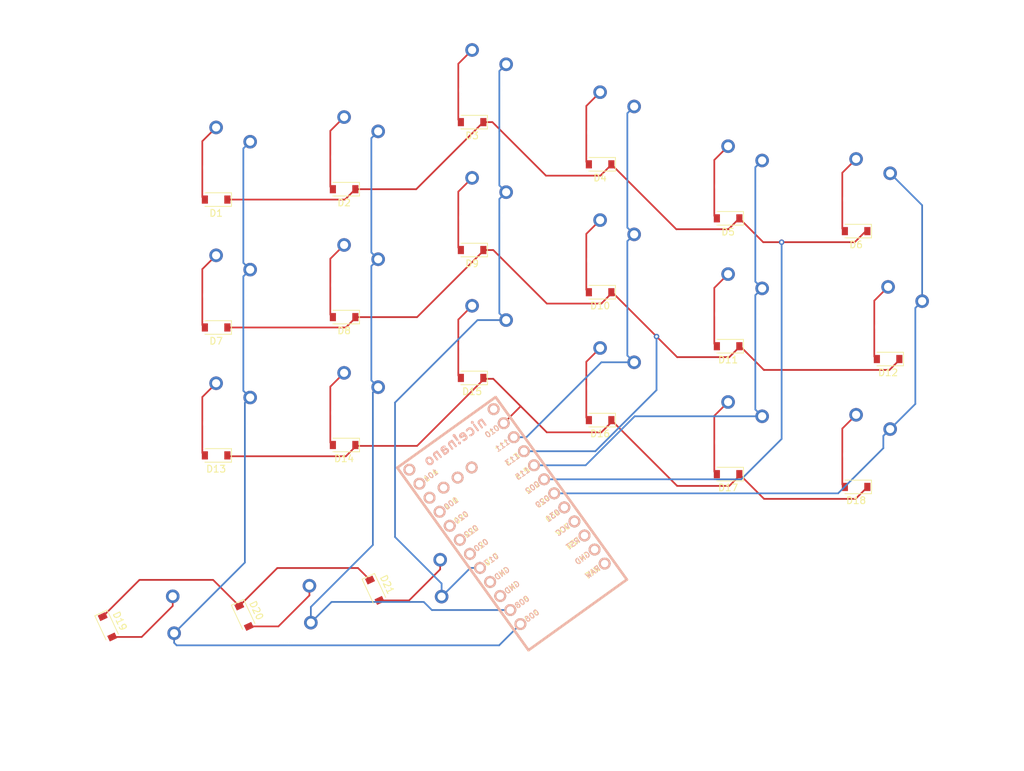
<source format=kicad_pcb>
(kicad_pcb (version 20171130) (host pcbnew "(5.1.9)-1")

  (general
    (thickness 1.6)
    (drawings 232)
    (tracks 196)
    (zones 0)
    (modules 43)
    (nets 49)
  )

  (page A4)
  (layers
    (0 F.Cu signal)
    (31 B.Cu signal)
    (32 B.Adhes user)
    (33 F.Adhes user)
    (34 B.Paste user)
    (35 F.Paste user)
    (36 B.SilkS user)
    (37 F.SilkS user)
    (38 B.Mask user)
    (39 F.Mask user)
    (40 Dwgs.User user)
    (41 Cmts.User user)
    (42 Eco1.User user)
    (43 Eco2.User user)
    (44 Edge.Cuts user)
    (45 Margin user)
    (46 B.CrtYd user)
    (47 F.CrtYd user)
    (48 B.Fab user)
    (49 F.Fab user)
  )

  (setup
    (last_trace_width 0.254)
    (trace_clearance 0.2)
    (zone_clearance 0.508)
    (zone_45_only no)
    (trace_min 0.2)
    (via_size 0.8)
    (via_drill 0.4)
    (via_min_size 0.4)
    (via_min_drill 0.3)
    (uvia_size 0.3)
    (uvia_drill 0.1)
    (uvias_allowed no)
    (uvia_min_size 0.2)
    (uvia_min_drill 0.1)
    (edge_width 0.05)
    (segment_width 0.2)
    (pcb_text_width 0.3)
    (pcb_text_size 1.5 1.5)
    (mod_edge_width 0.12)
    (mod_text_size 1 1)
    (mod_text_width 0.15)
    (pad_size 1.9 1.9)
    (pad_drill 1.9)
    (pad_to_mask_clearance 0)
    (aux_axis_origin 112.363013 62.358826)
    (visible_elements 7FFFFFFF)
    (pcbplotparams
      (layerselection 0x010fc_ffffffff)
      (usegerberextensions false)
      (usegerberattributes true)
      (usegerberadvancedattributes true)
      (creategerberjobfile true)
      (excludeedgelayer true)
      (linewidth 0.100000)
      (plotframeref false)
      (viasonmask false)
      (mode 1)
      (useauxorigin false)
      (hpglpennumber 1)
      (hpglpenspeed 20)
      (hpglpendiameter 15.000000)
      (psnegative false)
      (psa4output false)
      (plotreference true)
      (plotvalue true)
      (plotinvisibletext false)
      (padsonsilk false)
      (subtractmaskfromsilk false)
      (outputformat 1)
      (mirror false)
      (drillshape 1)
      (scaleselection 1)
      (outputdirectory ""))
  )

  (net 0 "")
  (net 1 "Net-(D1-Pad2)")
  (net 2 ROW0)
  (net 3 "Net-(D2-Pad2)")
  (net 4 "Net-(D3-Pad2)")
  (net 5 "Net-(D4-Pad2)")
  (net 6 "Net-(D5-Pad2)")
  (net 7 "Net-(D6-Pad2)")
  (net 8 "Net-(D7-Pad2)")
  (net 9 ROW1)
  (net 10 "Net-(D8-Pad2)")
  (net 11 "Net-(D9-Pad2)")
  (net 12 "Net-(D10-Pad2)")
  (net 13 "Net-(D11-Pad2)")
  (net 14 "Net-(D12-Pad2)")
  (net 15 "Net-(D13-Pad2)")
  (net 16 ROW2)
  (net 17 "Net-(D14-Pad2)")
  (net 18 "Net-(D15-Pad2)")
  (net 19 "Net-(D16-Pad2)")
  (net 20 "Net-(D17-Pad2)")
  (net 21 "Net-(D18-Pad2)")
  (net 22 "Net-(D19-Pad2)")
  (net 23 ROW3)
  (net 24 "Net-(D20-Pad2)")
  (net 25 "Net-(D21-Pad2)")
  (net 26 COL0)
  (net 27 COL1)
  (net 28 COL2)
  (net 29 COL3)
  (net 30 COL4)
  (net 31 COL5)
  (net 32 "Net-(U1-Pad3)")
  (net 33 "Net-(U1-Pad4)")
  (net 34 "Net-(U1-Pad6)")
  (net 35 "Net-(U1-Pad7)")
  (net 36 "Net-(U1-Pad9)")
  (net 37 "Net-(U1-Pad10)")
  (net 38 "Net-(U1-Pad11)")
  (net 39 "Net-(U1-Pad13)")
  (net 40 "Net-(U1-Pad20)")
  (net 41 "Net-(U1-Pad21)")
  (net 42 "Net-(U1-Pad22)")
  (net 43 "Net-(U1-Pad23)")
  (net 44 "Net-(U1-Pad12)")
  (net 45 "Net-(U1-Pad24)")
  (net 46 "Net-(U1-Pad31)")
  (net 47 "Net-(U1-Pad32)")
  (net 48 "Net-(U1-Pad33)")

  (net_class Default "This is the default net class."
    (clearance 0.2)
    (trace_width 0.254)
    (via_dia 0.8)
    (via_drill 0.4)
    (uvia_dia 0.3)
    (uvia_drill 0.1)
    (add_net COL0)
    (add_net COL1)
    (add_net COL2)
    (add_net COL3)
    (add_net COL4)
    (add_net COL5)
    (add_net "Net-(D1-Pad2)")
    (add_net "Net-(D10-Pad2)")
    (add_net "Net-(D11-Pad2)")
    (add_net "Net-(D12-Pad2)")
    (add_net "Net-(D13-Pad2)")
    (add_net "Net-(D14-Pad2)")
    (add_net "Net-(D15-Pad2)")
    (add_net "Net-(D16-Pad2)")
    (add_net "Net-(D17-Pad2)")
    (add_net "Net-(D18-Pad2)")
    (add_net "Net-(D19-Pad2)")
    (add_net "Net-(D2-Pad2)")
    (add_net "Net-(D20-Pad2)")
    (add_net "Net-(D21-Pad2)")
    (add_net "Net-(D3-Pad2)")
    (add_net "Net-(D4-Pad2)")
    (add_net "Net-(D5-Pad2)")
    (add_net "Net-(D6-Pad2)")
    (add_net "Net-(D7-Pad2)")
    (add_net "Net-(D8-Pad2)")
    (add_net "Net-(D9-Pad2)")
    (add_net "Net-(U1-Pad10)")
    (add_net "Net-(U1-Pad11)")
    (add_net "Net-(U1-Pad12)")
    (add_net "Net-(U1-Pad13)")
    (add_net "Net-(U1-Pad20)")
    (add_net "Net-(U1-Pad21)")
    (add_net "Net-(U1-Pad22)")
    (add_net "Net-(U1-Pad23)")
    (add_net "Net-(U1-Pad24)")
    (add_net "Net-(U1-Pad3)")
    (add_net "Net-(U1-Pad31)")
    (add_net "Net-(U1-Pad32)")
    (add_net "Net-(U1-Pad33)")
    (add_net "Net-(U1-Pad4)")
    (add_net "Net-(U1-Pad6)")
    (add_net "Net-(U1-Pad7)")
    (add_net "Net-(U1-Pad9)")
    (add_net ROW0)
    (add_net ROW1)
    (add_net ROW2)
    (add_net ROW3)
  )

  (net_class Power ""
    (clearance 0.2)
    (trace_width 0.381)
    (via_dia 0.8)
    (via_drill 0.4)
    (uvia_dia 0.3)
    (uvia_drill 0.1)
  )

  (module Kailh_Choc:KailhChoc-1.5U (layer F.Cu) (tedit 6179EF18) (tstamp 617CC8F8)
    (at 147.652267 65.173603)
    (path /617A9AD8)
    (fp_text reference MX12 (at 0 2.54) (layer Dwgs.User)
      (effects (font (size 1 1) (thickness 0.15)))
    )
    (fp_text value MX-NoLED (at 0 -7.9375) (layer Dwgs.User)
      (effects (font (size 1 1) (thickness 0.15)))
    )
    (fp_line (start -14.2875 9.525) (end -14.2875 -9.525) (layer Dwgs.User) (width 0.15))
    (fp_line (start 14.2875 9.525) (end -14.2875 9.525) (layer Dwgs.User) (width 0.15))
    (fp_line (start 14.2875 -9.525) (end 14.2875 9.525) (layer Dwgs.User) (width 0.15))
    (fp_line (start -14.2875 -9.525) (end 14.2875 -9.525) (layer Dwgs.User) (width 0.15))
    (fp_line (start -7 -7) (end -7 -5) (layer Dwgs.User) (width 0.15))
    (fp_line (start -5 -7) (end -7 -7) (layer Dwgs.User) (width 0.15))
    (fp_line (start -7 7) (end -5 7) (layer Dwgs.User) (width 0.15))
    (fp_line (start -7 5) (end -7 7) (layer Dwgs.User) (width 0.15))
    (fp_line (start 7 7) (end 7 5) (layer Dwgs.User) (width 0.15))
    (fp_line (start 5 7) (end 7 7) (layer Dwgs.User) (width 0.15))
    (fp_line (start 7 -7) (end 7 -5) (layer Dwgs.User) (width 0.15))
    (fp_line (start 5 -7) (end 7 -7) (layer Dwgs.User) (width 0.15))
    (fp_line (start 2.290834 3.652347) (end -2.372125 3.652347) (layer Dwgs.User) (width 0.12))
    (fp_line (start -2.372125 3.652347) (end -2.372125 5.734661) (layer Dwgs.User) (width 0.12))
    (fp_line (start -2.372125 5.734661) (end 2.290834 5.734661) (layer Dwgs.User) (width 0.12))
    (fp_line (start 2.290834 5.734661) (end 2.290834 3.652347) (layer Dwgs.User) (width 0.12))
    (pad "" np_thru_hole circle (at 5.5 0 48.1) (size 1.9 1.9) (drill 1.9) (layers *.Cu *.Mask))
    (pad "" np_thru_hole circle (at -5.5 0 48.1) (size 1.9 1.9) (drill 1.9) (layers *.Cu *.Mask))
    (pad 1 thru_hole circle (at 5 -3.8) (size 2 2) (drill 1.2) (layers *.Cu B.Mask)
      (net 31 COL5))
    (pad "" np_thru_hole circle (at 0 0) (size 3.4 3.4) (drill 3.4) (layers *.Cu *.Mask))
    (pad 2 thru_hole circle (at 0 -5.9) (size 2 2) (drill 1.2) (layers *.Cu B.Mask)
      (net 14 "Net-(D12-Pad2)"))
  )

  (module nice-nano-kicad:nice_nano (layer B.Cu) (tedit 6058B206) (tstamp 617F448E)
    (at 91.694 93.0275 125.7)
    (path /617DBB1B)
    (fp_text reference U1 (at 0 -1.625 125.7) (layer B.SilkS) hide
      (effects (font (size 1.2 1.2) (thickness 0.2032)) (justify mirror))
    )
    (fp_text value nice_nano (at 0 0 125.7) (layer B.SilkS) hide
      (effects (font (size 1.2 1.2) (thickness 0.2032)) (justify mirror))
    )
    (fp_text user nice!nano (at 13.462 0.254 215.7) (layer B.SilkS)
      (effects (font (size 1.5 1.5) (thickness 0.3)) (justify mirror))
    )
    (fp_text user 008 (at -11.5 -5.53719 215.7) (layer F.SilkS)
      (effects (font (size 0.8 0.8) (thickness 0.15)))
    )
    (fp_text user 020 (at -1.2 -5.53719 215.7) (layer F.SilkS)
      (effects (font (size 0.8 0.8) (thickness 0.15)))
    )
    (fp_text user 017 (at -3.81 -5.53719 215.7) (layer F.SilkS)
      (effects (font (size 0.8 0.8) (thickness 0.15)))
    )
    (fp_text user GND (at -6.35 -5.461 215.7) (layer F.SilkS)
      (effects (font (size 0.8 0.8) (thickness 0.15)))
    )
    (fp_text user GND (at -8.89 -5.461 215.7) (layer F.SilkS)
      (effects (font (size 0.8 0.8) (thickness 0.15)))
    )
    (fp_text user 022 (at 1.3 -5.53719 215.7) (layer F.SilkS)
      (effects (font (size 0.8 0.8) (thickness 0.15)))
    )
    (fp_text user 024 (at 3.8 -5.53719 215.7) (layer F.SilkS)
      (effects (font (size 0.8 0.8) (thickness 0.15)))
    )
    (fp_text user 100 (at 6.35 -5.53719 215.7) (layer F.SilkS)
      (effects (font (size 0.8 0.8) (thickness 0.15)))
    )
    (fp_text user 104 (at 11.43 -5.53719 215.7) (layer F.SilkS)
      (effects (font (size 0.8 0.8) (thickness 0.15)))
    )
    (fp_text user 010 (at 11.43 5.537191 215.7) (layer B.SilkS)
      (effects (font (size 0.8 0.8) (thickness 0.15)) (justify mirror))
    )
    (fp_text user 111 (at 8.89 5.537191 215.7) (layer F.SilkS)
      (effects (font (size 0.8 0.8) (thickness 0.15)))
    )
    (fp_text user 113 (at 6.35 5.537191 215.7) (layer F.SilkS)
      (effects (font (size 0.8 0.8) (thickness 0.15)))
    )
    (fp_text user 115 (at 3.81 5.537191 215.7) (layer B.SilkS)
      (effects (font (size 0.8 0.8) (thickness 0.15)) (justify mirror))
    )
    (fp_text user 002 (at 1.27 5.537191 215.7) (layer B.SilkS)
      (effects (font (size 0.8 0.8) (thickness 0.15)) (justify mirror))
    )
    (fp_text user 029 (at -1.27 5.537191 215.7) (layer B.SilkS)
      (effects (font (size 0.8 0.8) (thickness 0.15)) (justify mirror))
    )
    (fp_text user 031 (at -3.81 5.537191 215.7) (layer F.SilkS)
      (effects (font (size 0.8 0.8) (thickness 0.15)))
    )
    (fp_text user VCC (at -6.35 5.537191 215.7) (layer F.SilkS)
      (effects (font (size 0.8 0.8) (thickness 0.15)))
    )
    (fp_text user GND (at -11.43 5.454667 215.7) (layer F.SilkS)
      (effects (font (size 0.8 0.8) (thickness 0.15)))
    )
    (fp_text user RAW (at -13.97 5.473715 215.7) (layer F.SilkS)
      (effects (font (size 0.8 0.8) (thickness 0.15)))
    )
    (fp_text user RAW (at -13.97 5.473715 215.7) (layer B.SilkS)
      (effects (font (size 0.8 0.8) (thickness 0.15)) (justify mirror))
    )
    (fp_text user GND (at -11.43 5.454667 215.7) (layer B.SilkS)
      (effects (font (size 0.8 0.8) (thickness 0.15)) (justify mirror))
    )
    (fp_text user RST (at -8.89 5.588 215.7) (layer B.SilkS)
      (effects (font (size 0.8 0.8) (thickness 0.15)) (justify mirror))
    )
    (fp_text user VCC (at -6.35 5.537191 215.7) (layer B.SilkS)
      (effects (font (size 0.8 0.8) (thickness 0.15)) (justify mirror))
    )
    (fp_text user 031 (at -3.81 5.537191 215.7) (layer B.SilkS)
      (effects (font (size 0.8 0.8) (thickness 0.15)) (justify mirror))
    )
    (fp_text user 029 (at -1.27 5.537191 215.7) (layer F.SilkS)
      (effects (font (size 0.8 0.8) (thickness 0.15)))
    )
    (fp_text user 002 (at 1.27 5.537191 215.7) (layer F.SilkS)
      (effects (font (size 0.8 0.8) (thickness 0.15)))
    )
    (fp_text user 115 (at 3.81 5.537191 215.7) (layer F.SilkS)
      (effects (font (size 0.8 0.8) (thickness 0.15)))
    )
    (fp_text user 113 (at 6.35 5.537191 215.7) (layer B.SilkS)
      (effects (font (size 0.8 0.8) (thickness 0.15)) (justify mirror))
    )
    (fp_text user 111 (at 8.89 5.537191 215.7) (layer B.SilkS)
      (effects (font (size 0.8 0.8) (thickness 0.15)) (justify mirror))
    )
    (fp_text user 010 (at 11.43 5.537191 215.7) (layer F.SilkS)
      (effects (font (size 0.8 0.8) (thickness 0.15)))
    )
    (fp_text user 104 (at 11.43 -5.53719 215.7) (layer B.SilkS)
      (effects (font (size 0.8 0.8) (thickness 0.15)) (justify mirror))
    )
    (fp_text user 100 (at 6.35 -5.53719 215.7) (layer B.SilkS)
      (effects (font (size 0.8 0.8) (thickness 0.15)) (justify mirror))
    )
    (fp_text user 024 (at 3.81 -5.53719 215.7) (layer B.SilkS)
      (effects (font (size 0.8 0.8) (thickness 0.15)) (justify mirror))
    )
    (fp_text user 022 (at 1.3 -5.53719 215.7) (layer B.SilkS)
      (effects (font (size 0.8 0.8) (thickness 0.15)) (justify mirror))
    )
    (fp_text user GND (at -8.89 -5.461 215.7) (layer B.SilkS)
      (effects (font (size 0.8 0.8) (thickness 0.15)) (justify mirror))
    )
    (fp_text user GND (at -6.35 -5.461 215.7) (layer B.SilkS)
      (effects (font (size 0.8 0.8) (thickness 0.15)) (justify mirror))
    )
    (fp_text user 017 (at -3.8 -5.53719 215.7) (layer B.SilkS)
      (effects (font (size 0.8 0.8) (thickness 0.15)) (justify mirror))
    )
    (fp_text user 020 (at -1.2 -5.53719 215.7) (layer B.SilkS)
      (effects (font (size 0.8 0.8) (thickness 0.15)) (justify mirror))
    )
    (fp_text user 008 (at -11.5 -5.53719 215.7) (layer B.SilkS)
      (effects (font (size 0.8 0.8) (thickness 0.15)) (justify mirror))
    )
    (fp_text user 006 (at -13.97 -5.53719 215.7) (layer F.SilkS)
      (effects (font (size 0.8 0.8) (thickness 0.15)))
    )
    (fp_text user 006 (at -13.97 -5.53719 215.7) (layer B.SilkS)
      (effects (font (size 0.8 0.8) (thickness 0.15)) (justify mirror))
    )
    (fp_text user RST (at -8.89 5.588 215.7) (layer F.SilkS)
      (effects (font (size 0.8 0.8) (thickness 0.15)))
    )
    (fp_line (start -15.24 -8.89) (end 15.24 -8.89) (layer B.SilkS) (width 0.381))
    (fp_line (start 15.24 -8.89) (end 15.24 8.89) (layer B.SilkS) (width 0.381))
    (fp_line (start 15.24 8.89) (end -15.24 8.89) (layer B.SilkS) (width 0.381))
    (fp_line (start 15.24 8.89) (end -17.78 8.89) (layer F.SilkS) (width 0.381))
    (fp_line (start 15.24 -8.89) (end 15.24 8.89) (layer F.SilkS) (width 0.381))
    (fp_line (start -17.78 -8.89) (end 15.24 -8.89) (layer F.SilkS) (width 0.381))
    (fp_line (start -17.78 8.89) (end -17.78 -8.89) (layer F.SilkS) (width 0.381))
    (fp_line (start -15.24 8.89) (end -17.78 8.89) (layer B.SilkS) (width 0.381))
    (fp_line (start -17.78 8.89) (end -17.78 -8.89) (layer B.SilkS) (width 0.381))
    (fp_line (start -17.78 -8.89) (end -15.24 -8.89) (layer B.SilkS) (width 0.381))
    (fp_line (start -14.224 3.556) (end -14.224 -3.81) (layer Dwgs.User) (width 0.2))
    (fp_line (start -14.224 -3.81) (end -19.304 -3.81) (layer Dwgs.User) (width 0.2))
    (fp_line (start -19.304 -3.81) (end -19.304 3.556) (layer Dwgs.User) (width 0.2))
    (fp_line (start -19.304 3.556) (end -14.224 3.556) (layer Dwgs.User) (width 0.2))
    (pad 1 thru_hole circle (at -13.97 -7.62 125.7) (size 1.7526 1.7526) (drill 1.0922) (layers *.Cu *.SilkS *.Mask)
      (net 26 COL0))
    (pad 2 thru_hole circle (at -11.43 -7.62 125.7) (size 1.7526 1.7526) (drill 1.0922) (layers *.Cu *.SilkS *.Mask)
      (net 27 COL1))
    (pad 3 thru_hole circle (at -8.89 -7.62 125.7) (size 1.7526 1.7526) (drill 1.0922) (layers *.Cu *.SilkS *.Mask)
      (net 32 "Net-(U1-Pad3)"))
    (pad 4 thru_hole circle (at -6.35 -7.62 125.7) (size 1.7526 1.7526) (drill 1.0922) (layers *.Cu *.SilkS *.Mask)
      (net 33 "Net-(U1-Pad4)"))
    (pad 5 thru_hole circle (at -3.81 -7.62 125.7) (size 1.7526 1.7526) (drill 1.0922) (layers *.Cu *.SilkS *.Mask)
      (net 28 COL2))
    (pad 6 thru_hole circle (at -1.27 -7.62 125.7) (size 1.7526 1.7526) (drill 1.0922) (layers *.Cu *.SilkS *.Mask)
      (net 34 "Net-(U1-Pad6)"))
    (pad 7 thru_hole circle (at 1.27 -7.62 125.7) (size 1.7526 1.7526) (drill 1.0922) (layers *.Cu *.SilkS *.Mask)
      (net 35 "Net-(U1-Pad7)"))
    (pad 8 thru_hole circle (at 3.81 -7.62 125.7) (size 1.7526 1.7526) (drill 1.0922) (layers *.Cu *.SilkS *.Mask)
      (net 23 ROW3))
    (pad 9 thru_hole circle (at 6.35 -7.62 125.7) (size 1.7526 1.7526) (drill 1.0922) (layers *.Cu *.SilkS *.Mask)
      (net 36 "Net-(U1-Pad9)"))
    (pad 10 thru_hole circle (at 8.89 -7.62 125.7) (size 1.7526 1.7526) (drill 1.0922) (layers *.Cu *.SilkS *.Mask)
      (net 37 "Net-(U1-Pad10)"))
    (pad 11 thru_hole circle (at 11.43 -7.62 125.7) (size 1.7526 1.7526) (drill 1.0922) (layers *.Cu *.SilkS *.Mask)
      (net 38 "Net-(U1-Pad11)"))
    (pad 13 thru_hole circle (at 13.97 7.62 125.7) (size 1.7526 1.7526) (drill 1.0922) (layers *.Cu *.SilkS *.Mask)
      (net 39 "Net-(U1-Pad13)"))
    (pad 14 thru_hole circle (at 11.43 7.62 125.7) (size 1.7526 1.7526) (drill 1.0922) (layers *.Cu *.SilkS *.Mask)
      (net 16 ROW2))
    (pad 15 thru_hole circle (at 8.89 7.62 125.7) (size 1.7526 1.7526) (drill 1.0922) (layers *.Cu *.SilkS *.Mask)
      (net 29 COL3))
    (pad 16 thru_hole circle (at 6.35 7.62 125.7) (size 1.7526 1.7526) (drill 1.0922) (layers *.Cu *.SilkS *.Mask)
      (net 9 ROW1))
    (pad 17 thru_hole circle (at 3.81 7.62 125.7) (size 1.7526 1.7526) (drill 1.0922) (layers *.Cu *.SilkS *.Mask)
      (net 30 COL4))
    (pad 18 thru_hole circle (at 1.27 7.62 125.7) (size 1.7526 1.7526) (drill 1.0922) (layers *.Cu *.SilkS *.Mask)
      (net 2 ROW0))
    (pad 19 thru_hole circle (at -1.27 7.62 125.7) (size 1.7526 1.7526) (drill 1.0922) (layers *.Cu *.SilkS *.Mask)
      (net 31 COL5))
    (pad 20 thru_hole circle (at -3.81 7.62 125.7) (size 1.7526 1.7526) (drill 1.0922) (layers *.Cu *.SilkS *.Mask)
      (net 40 "Net-(U1-Pad20)"))
    (pad 21 thru_hole circle (at -6.35 7.62 125.7) (size 1.7526 1.7526) (drill 1.0922) (layers *.Cu *.SilkS *.Mask)
      (net 41 "Net-(U1-Pad21)"))
    (pad 22 thru_hole circle (at -8.89 7.62 125.7) (size 1.7526 1.7526) (drill 1.0922) (layers *.Cu *.SilkS *.Mask)
      (net 42 "Net-(U1-Pad22)"))
    (pad 23 thru_hole circle (at -11.43 7.62 125.7) (size 1.7526 1.7526) (drill 1.0922) (layers *.Cu *.SilkS *.Mask)
      (net 43 "Net-(U1-Pad23)"))
    (pad 12 thru_hole circle (at 13.97 -7.62 125.7) (size 1.7526 1.7526) (drill 1.0922) (layers *.Cu *.SilkS *.Mask)
      (net 44 "Net-(U1-Pad12)"))
    (pad 24 thru_hole circle (at -13.97 7.62 125.7) (size 1.7526 1.7526) (drill 1.0922) (layers *.Cu *.SilkS *.Mask)
      (net 45 "Net-(U1-Pad24)"))
    (pad 31 thru_hole circle (at 8.89 -5.08 125.7) (size 1.7526 1.7526) (drill 1.0922) (layers *.Cu *.SilkS *.Mask)
      (net 46 "Net-(U1-Pad31)"))
    (pad 32 thru_hole circle (at 8.89 -2.54 125.7) (size 1.7526 1.7526) (drill 1.0922) (layers *.Cu *.SilkS *.Mask)
      (net 47 "Net-(U1-Pad32)"))
    (pad 33 thru_hole circle (at 8.89 0 125.7) (size 1.7526 1.7526) (drill 1.0922) (layers *.Cu *.SilkS *.Mask)
      (net 48 "Net-(U1-Pad33)"))
    (model /Users/danny/Documents/proj/custom-keyboard/kicad-libs/3d_models/ArduinoProMicro.wrl
      (offset (xyz -13.96999979019165 -7.619999885559082 -5.841999912261963))
      (scale (xyz 0.395 0.395 0.395))
      (rotate (xyz 90 180 180))
    )
  )

  (module Kailh_Choc:KailhChoc-1U (layer F.Cu) (tedit 6179B9F3) (tstamp 617CC92A)
    (at 67.771906 77.806373)
    (path /617AD4CF)
    (fp_text reference MX14 (at 0.024437 2.815078) (layer Dwgs.User)
      (effects (font (size 1 1) (thickness 0.15)))
    )
    (fp_text value MX-NoLED (at 0 -7.9375) (layer Dwgs.User)
      (effects (font (size 1 1) (thickness 0.15)))
    )
    (fp_line (start -9.525 9.525) (end -9.525 -9.525) (layer Dwgs.User) (width 0.15))
    (fp_line (start 9.525 9.525) (end -9.525 9.525) (layer Dwgs.User) (width 0.15))
    (fp_line (start 9.525 -9.525) (end 9.525 9.525) (layer Dwgs.User) (width 0.15))
    (fp_line (start -9.525 -9.525) (end 9.525 -9.525) (layer Dwgs.User) (width 0.15))
    (fp_line (start -7 -7) (end -7 -5) (layer Dwgs.User) (width 0.15))
    (fp_line (start -5 -7) (end -7 -7) (layer Dwgs.User) (width 0.15))
    (fp_line (start -7 7) (end -5 7) (layer Dwgs.User) (width 0.15))
    (fp_line (start -7 5) (end -7 7) (layer Dwgs.User) (width 0.15))
    (fp_line (start 7 7) (end 7 5) (layer Dwgs.User) (width 0.15))
    (fp_line (start 5 7) (end 7 7) (layer Dwgs.User) (width 0.15))
    (fp_line (start 7 -7) (end 7 -5) (layer Dwgs.User) (width 0.15))
    (fp_line (start 5 -7) (end 7 -7) (layer Dwgs.User) (width 0.15))
    (fp_line (start 2.293179 3.656897) (end -2.293249 3.652481) (layer Dwgs.User) (width 0.12))
    (fp_line (start -2.293249 3.652481) (end -2.293249 5.70523) (layer Dwgs.User) (width 0.12))
    (fp_line (start -2.293249 5.70523) (end 2.281449 5.70523) (layer Dwgs.User) (width 0.12))
    (fp_line (start 2.293179 3.656897) (end 2.293179 5.70523) (layer Dwgs.User) (width 0.12))
    (pad "" np_thru_hole circle (at 5.5 0 48.1) (size 1.9 1.9) (drill 1.9) (layers *.Cu *.Mask))
    (pad "" np_thru_hole circle (at -5.5 0 48.1) (size 1.9 1.9) (drill 1.9) (layers *.Cu *.Mask))
    (pad 1 thru_hole circle (at 5 -3.8) (size 2 2) (drill 1.2) (layers *.Cu B.Mask)
      (net 27 COL1))
    (pad "" np_thru_hole circle (at 0 0) (size 3.4 3.4) (drill 3.4) (layers *.Cu *.Mask))
    (pad 2 thru_hole circle (at 0 -5.9) (size 2 2) (drill 1.2) (layers *.Cu B.Mask)
      (net 17 "Net-(D14-Pad2)"))
  )

  (module Kailh_Choc:KailhChoc-2U (layer F.Cu) (tedit 617A0E35) (tstamp 617CC9A8)
    (at 37.256293 107.233158 295)
    (path /617B1F4D)
    (fp_text reference MX19 (at 0.024437 2.815078 115) (layer Dwgs.User)
      (effects (font (size 1 1) (thickness 0.15)))
    )
    (fp_text value MX-NoLED (at 0 -7.9375 115) (layer Dwgs.User)
      (effects (font (size 1 1) (thickness 0.15)))
    )
    (fp_line (start -19.05 9.17677) (end 19.05 9.17677) (layer Dwgs.User) (width 0.15))
    (fp_line (start 2.293179 3.656897) (end 2.293179 5.70523) (layer Dwgs.User) (width 0.12))
    (fp_line (start -2.293249 5.70523) (end 2.281449 5.70523) (layer Dwgs.User) (width 0.12))
    (fp_line (start -2.293249 3.652481) (end -2.293249 5.70523) (layer Dwgs.User) (width 0.12))
    (fp_line (start 2.293179 3.656897) (end -2.293249 3.652481) (layer Dwgs.User) (width 0.12))
    (fp_line (start 5 -7) (end 7 -7) (layer Dwgs.User) (width 0.15))
    (fp_line (start 7 -7) (end 7 -5) (layer Dwgs.User) (width 0.15))
    (fp_line (start 5 7) (end 7 7) (layer Dwgs.User) (width 0.15))
    (fp_line (start 7 7) (end 7 5) (layer Dwgs.User) (width 0.15))
    (fp_line (start -7 5) (end -7 7) (layer Dwgs.User) (width 0.15))
    (fp_line (start -7 7) (end -5 7) (layer Dwgs.User) (width 0.15))
    (fp_line (start -5 -7) (end -7 -7) (layer Dwgs.User) (width 0.15))
    (fp_line (start -7 -7) (end -7 -5) (layer Dwgs.User) (width 0.15))
    (fp_line (start 19.05 -9.87323) (end -19.05 -9.87323) (layer Dwgs.User) (width 0.15))
    (fp_line (start 19.05 -9.87323) (end 19.05 9.17677) (layer Dwgs.User) (width 0.15))
    (fp_line (start 0.299412 9.17677) (end -18.750588 9.17677) (layer Dwgs.User) (width 0.15))
    (fp_line (start -19.05 9.17677) (end -19.05 -9.87323) (layer Dwgs.User) (width 0.15))
    (pad "" np_thru_hole circle (at 5.5 0 343.1) (size 1.9 1.9) (drill 1.9) (layers *.Cu *.Mask))
    (pad "" np_thru_hole circle (at -5.5 0 343.1) (size 1.9 1.9) (drill 1.9) (layers *.Cu *.Mask))
    (pad 1 thru_hole circle (at 5 -3.8 295) (size 2 2) (drill 1.2) (layers *.Cu B.Mask)
      (net 26 COL0))
    (pad "" np_thru_hole circle (at 0 0 295) (size 3.4 3.4) (drill 3.4) (layers *.Cu *.Mask))
    (pad 2 thru_hole circle (at 0 -5.9 295) (size 2 2) (drill 1.2) (layers *.Cu B.Mask)
      (net 22 "Net-(D19-Pad2)"))
  )

  (module Kailh_Choc:KailhChoc-1.5U (layer F.Cu) (tedit 6179EF18) (tstamp 617CC9DA)
    (at 76.530948 101.858965 295)
    (path /617B1F67)
    (fp_text reference MX21 (at 0 2.54 115) (layer Dwgs.User)
      (effects (font (size 1 1) (thickness 0.15)))
    )
    (fp_text value MX-NoLED (at 0 -7.9375 115) (layer Dwgs.User)
      (effects (font (size 1 1) (thickness 0.15)))
    )
    (fp_line (start -14.2875 9.525) (end -14.2875 -9.525) (layer Dwgs.User) (width 0.15))
    (fp_line (start 14.2875 9.525) (end -14.2875 9.525) (layer Dwgs.User) (width 0.15))
    (fp_line (start 14.2875 -9.525) (end 14.2875 9.525) (layer Dwgs.User) (width 0.15))
    (fp_line (start -14.2875 -9.525) (end 14.2875 -9.525) (layer Dwgs.User) (width 0.15))
    (fp_line (start -7 -7) (end -7 -5) (layer Dwgs.User) (width 0.15))
    (fp_line (start -5 -7) (end -7 -7) (layer Dwgs.User) (width 0.15))
    (fp_line (start -7 7) (end -5 7) (layer Dwgs.User) (width 0.15))
    (fp_line (start -7 5) (end -7 7) (layer Dwgs.User) (width 0.15))
    (fp_line (start 7 7) (end 7 5) (layer Dwgs.User) (width 0.15))
    (fp_line (start 5 7) (end 7 7) (layer Dwgs.User) (width 0.15))
    (fp_line (start 7 -7) (end 7 -5) (layer Dwgs.User) (width 0.15))
    (fp_line (start 5 -7) (end 7 -7) (layer Dwgs.User) (width 0.15))
    (fp_line (start 2.290834 3.652347) (end -2.372125 3.652347) (layer Dwgs.User) (width 0.12))
    (fp_line (start -2.372125 3.652347) (end -2.372125 5.734661) (layer Dwgs.User) (width 0.12))
    (fp_line (start -2.372125 5.734661) (end 2.290834 5.734661) (layer Dwgs.User) (width 0.12))
    (fp_line (start 2.290834 5.734661) (end 2.290834 3.652347) (layer Dwgs.User) (width 0.12))
    (pad "" np_thru_hole circle (at 5.5 0 343.1) (size 1.9 1.9) (drill 1.9) (layers *.Cu *.Mask))
    (pad "" np_thru_hole circle (at -5.5 0 343.1) (size 1.9 1.9) (drill 1.9) (layers *.Cu *.Mask))
    (pad 1 thru_hole circle (at 5 -3.8 295) (size 2 2) (drill 1.2) (layers *.Cu B.Mask)
      (net 28 COL2))
    (pad "" np_thru_hole circle (at 0 0 295) (size 3.4 3.4) (drill 3.4) (layers *.Cu *.Mask))
    (pad 2 thru_hole circle (at 0 -5.9 295) (size 2 2) (drill 1.2) (layers *.Cu B.Mask)
      (net 25 "Net-(D21-Pad2)"))
  )

  (module Kailh_Choc:KailhChoc-1.5U (layer F.Cu) (tedit 6179EF18) (tstamp 617CC9C1)
    (at 57.330452 105.683928 295)
    (path /617B1F5A)
    (fp_text reference MX20 (at 0 2.54 115) (layer Dwgs.User)
      (effects (font (size 1 1) (thickness 0.15)))
    )
    (fp_text value MX-NoLED (at 0 -7.9375 115) (layer Dwgs.User)
      (effects (font (size 1 1) (thickness 0.15)))
    )
    (fp_line (start -14.2875 9.525) (end -14.2875 -9.525) (layer Dwgs.User) (width 0.15))
    (fp_line (start 14.2875 9.525) (end -14.2875 9.525) (layer Dwgs.User) (width 0.15))
    (fp_line (start 14.2875 -9.525) (end 14.2875 9.525) (layer Dwgs.User) (width 0.15))
    (fp_line (start -14.2875 -9.525) (end 14.2875 -9.525) (layer Dwgs.User) (width 0.15))
    (fp_line (start -7 -7) (end -7 -5) (layer Dwgs.User) (width 0.15))
    (fp_line (start -5 -7) (end -7 -7) (layer Dwgs.User) (width 0.15))
    (fp_line (start -7 7) (end -5 7) (layer Dwgs.User) (width 0.15))
    (fp_line (start -7 5) (end -7 7) (layer Dwgs.User) (width 0.15))
    (fp_line (start 7 7) (end 7 5) (layer Dwgs.User) (width 0.15))
    (fp_line (start 5 7) (end 7 7) (layer Dwgs.User) (width 0.15))
    (fp_line (start 7 -7) (end 7 -5) (layer Dwgs.User) (width 0.15))
    (fp_line (start 5 -7) (end 7 -7) (layer Dwgs.User) (width 0.15))
    (fp_line (start 2.290834 3.652347) (end -2.372125 3.652347) (layer Dwgs.User) (width 0.12))
    (fp_line (start -2.372125 3.652347) (end -2.372125 5.734661) (layer Dwgs.User) (width 0.12))
    (fp_line (start -2.372125 5.734661) (end 2.290834 5.734661) (layer Dwgs.User) (width 0.12))
    (fp_line (start 2.290834 5.734661) (end 2.290834 3.652347) (layer Dwgs.User) (width 0.12))
    (pad "" np_thru_hole circle (at 5.5 0 343.1) (size 1.9 1.9) (drill 1.9) (layers *.Cu *.Mask))
    (pad "" np_thru_hole circle (at -5.5 0 343.1) (size 1.9 1.9) (drill 1.9) (layers *.Cu *.Mask))
    (pad 1 thru_hole circle (at 5 -3.8 295) (size 2 2) (drill 1.2) (layers *.Cu B.Mask)
      (net 27 COL1))
    (pad "" np_thru_hole circle (at 0 0 295) (size 3.4 3.4) (drill 3.4) (layers *.Cu *.Mask))
    (pad 2 thru_hole circle (at 0 -5.9 295) (size 2 2) (drill 1.2) (layers *.Cu B.Mask)
      (net 24 "Net-(D20-Pad2)"))
  )

  (module Kailh_Choc:KailhChoc-1U (layer F.Cu) (tedit 6179B9F3) (tstamp 617CC98E)
    (at 142.954139 83.966696)
    (path /617AD503)
    (fp_text reference MX18 (at 0.024437 2.815078) (layer Dwgs.User)
      (effects (font (size 1 1) (thickness 0.15)))
    )
    (fp_text value MX-NoLED (at 0 -7.9375) (layer Dwgs.User)
      (effects (font (size 1 1) (thickness 0.15)))
    )
    (fp_line (start -9.525 9.525) (end -9.525 -9.525) (layer Dwgs.User) (width 0.15))
    (fp_line (start 9.525 9.525) (end -9.525 9.525) (layer Dwgs.User) (width 0.15))
    (fp_line (start 9.525 -9.525) (end 9.525 9.525) (layer Dwgs.User) (width 0.15))
    (fp_line (start -9.525 -9.525) (end 9.525 -9.525) (layer Dwgs.User) (width 0.15))
    (fp_line (start -7 -7) (end -7 -5) (layer Dwgs.User) (width 0.15))
    (fp_line (start -5 -7) (end -7 -7) (layer Dwgs.User) (width 0.15))
    (fp_line (start -7 7) (end -5 7) (layer Dwgs.User) (width 0.15))
    (fp_line (start -7 5) (end -7 7) (layer Dwgs.User) (width 0.15))
    (fp_line (start 7 7) (end 7 5) (layer Dwgs.User) (width 0.15))
    (fp_line (start 5 7) (end 7 7) (layer Dwgs.User) (width 0.15))
    (fp_line (start 7 -7) (end 7 -5) (layer Dwgs.User) (width 0.15))
    (fp_line (start 5 -7) (end 7 -7) (layer Dwgs.User) (width 0.15))
    (fp_line (start 2.293179 3.656897) (end -2.293249 3.652481) (layer Dwgs.User) (width 0.12))
    (fp_line (start -2.293249 3.652481) (end -2.293249 5.70523) (layer Dwgs.User) (width 0.12))
    (fp_line (start -2.293249 5.70523) (end 2.281449 5.70523) (layer Dwgs.User) (width 0.12))
    (fp_line (start 2.293179 3.656897) (end 2.293179 5.70523) (layer Dwgs.User) (width 0.12))
    (pad "" np_thru_hole circle (at 5.5 0 48.1) (size 1.9 1.9) (drill 1.9) (layers *.Cu *.Mask))
    (pad "" np_thru_hole circle (at -5.5 0 48.1) (size 1.9 1.9) (drill 1.9) (layers *.Cu *.Mask))
    (pad 1 thru_hole circle (at 5 -3.8) (size 2 2) (drill 1.2) (layers *.Cu B.Mask)
      (net 31 COL5))
    (pad "" np_thru_hole circle (at 0 0) (size 3.4 3.4) (drill 3.4) (layers *.Cu *.Mask))
    (pad 2 thru_hole circle (at 0 -5.9) (size 2 2) (drill 1.2) (layers *.Cu B.Mask)
      (net 21 "Net-(D18-Pad2)"))
  )

  (module Kailh_Choc:KailhChoc-1U (layer F.Cu) (tedit 6179B9F3) (tstamp 617CC975)
    (at 124.157605 82.087953)
    (path /617AD4F6)
    (fp_text reference MX17 (at 0.024437 2.815078) (layer Dwgs.User)
      (effects (font (size 1 1) (thickness 0.15)))
    )
    (fp_text value MX-NoLED (at 0 -7.9375) (layer Dwgs.User)
      (effects (font (size 1 1) (thickness 0.15)))
    )
    (fp_line (start -9.525 9.525) (end -9.525 -9.525) (layer Dwgs.User) (width 0.15))
    (fp_line (start 9.525 9.525) (end -9.525 9.525) (layer Dwgs.User) (width 0.15))
    (fp_line (start 9.525 -9.525) (end 9.525 9.525) (layer Dwgs.User) (width 0.15))
    (fp_line (start -9.525 -9.525) (end 9.525 -9.525) (layer Dwgs.User) (width 0.15))
    (fp_line (start -7 -7) (end -7 -5) (layer Dwgs.User) (width 0.15))
    (fp_line (start -5 -7) (end -7 -7) (layer Dwgs.User) (width 0.15))
    (fp_line (start -7 7) (end -5 7) (layer Dwgs.User) (width 0.15))
    (fp_line (start -7 5) (end -7 7) (layer Dwgs.User) (width 0.15))
    (fp_line (start 7 7) (end 7 5) (layer Dwgs.User) (width 0.15))
    (fp_line (start 5 7) (end 7 7) (layer Dwgs.User) (width 0.15))
    (fp_line (start 7 -7) (end 7 -5) (layer Dwgs.User) (width 0.15))
    (fp_line (start 5 -7) (end 7 -7) (layer Dwgs.User) (width 0.15))
    (fp_line (start 2.293179 3.656897) (end -2.293249 3.652481) (layer Dwgs.User) (width 0.12))
    (fp_line (start -2.293249 3.652481) (end -2.293249 5.70523) (layer Dwgs.User) (width 0.12))
    (fp_line (start -2.293249 5.70523) (end 2.281449 5.70523) (layer Dwgs.User) (width 0.12))
    (fp_line (start 2.293179 3.656897) (end 2.293179 5.70523) (layer Dwgs.User) (width 0.12))
    (pad "" np_thru_hole circle (at 5.5 0 48.1) (size 1.9 1.9) (drill 1.9) (layers *.Cu *.Mask))
    (pad "" np_thru_hole circle (at -5.5 0 48.1) (size 1.9 1.9) (drill 1.9) (layers *.Cu *.Mask))
    (pad 1 thru_hole circle (at 5 -3.8) (size 2 2) (drill 1.2) (layers *.Cu B.Mask)
      (net 30 COL4))
    (pad "" np_thru_hole circle (at 0 0) (size 3.4 3.4) (drill 3.4) (layers *.Cu *.Mask))
    (pad 2 thru_hole circle (at 0 -5.9) (size 2 2) (drill 1.2) (layers *.Cu B.Mask)
      (net 20 "Net-(D17-Pad2)"))
  )

  (module Kailh_Choc:KailhChoc-1U (layer F.Cu) (tedit 6179B9F3) (tstamp 617CC95C)
    (at 105.363013 74.151039)
    (path /617AD4E9)
    (fp_text reference MX16 (at 0.024437 2.815078) (layer Dwgs.User)
      (effects (font (size 1 1) (thickness 0.15)))
    )
    (fp_text value MX-NoLED (at 0 -7.9375) (layer Dwgs.User)
      (effects (font (size 1 1) (thickness 0.15)))
    )
    (fp_line (start -9.525 9.525) (end -9.525 -9.525) (layer Dwgs.User) (width 0.15))
    (fp_line (start 9.525 9.525) (end -9.525 9.525) (layer Dwgs.User) (width 0.15))
    (fp_line (start 9.525 -9.525) (end 9.525 9.525) (layer Dwgs.User) (width 0.15))
    (fp_line (start -9.525 -9.525) (end 9.525 -9.525) (layer Dwgs.User) (width 0.15))
    (fp_line (start -7 -7) (end -7 -5) (layer Dwgs.User) (width 0.15))
    (fp_line (start -5 -7) (end -7 -7) (layer Dwgs.User) (width 0.15))
    (fp_line (start -7 7) (end -5 7) (layer Dwgs.User) (width 0.15))
    (fp_line (start -7 5) (end -7 7) (layer Dwgs.User) (width 0.15))
    (fp_line (start 7 7) (end 7 5) (layer Dwgs.User) (width 0.15))
    (fp_line (start 5 7) (end 7 7) (layer Dwgs.User) (width 0.15))
    (fp_line (start 7 -7) (end 7 -5) (layer Dwgs.User) (width 0.15))
    (fp_line (start 5 -7) (end 7 -7) (layer Dwgs.User) (width 0.15))
    (fp_line (start 2.293179 3.656897) (end -2.293249 3.652481) (layer Dwgs.User) (width 0.12))
    (fp_line (start -2.293249 3.652481) (end -2.293249 5.70523) (layer Dwgs.User) (width 0.12))
    (fp_line (start -2.293249 5.70523) (end 2.281449 5.70523) (layer Dwgs.User) (width 0.12))
    (fp_line (start 2.293179 3.656897) (end 2.293179 5.70523) (layer Dwgs.User) (width 0.12))
    (pad "" np_thru_hole circle (at 5.5 0 48.1) (size 1.9 1.9) (drill 1.9) (layers *.Cu *.Mask))
    (pad "" np_thru_hole circle (at -5.5 0 48.1) (size 1.9 1.9) (drill 1.9) (layers *.Cu *.Mask))
    (pad 1 thru_hole circle (at 5 -3.8) (size 2 2) (drill 1.2) (layers *.Cu B.Mask)
      (net 29 COL3))
    (pad "" np_thru_hole circle (at 0 0) (size 3.4 3.4) (drill 3.4) (layers *.Cu *.Mask))
    (pad 2 thru_hole circle (at 0 -5.9) (size 2 2) (drill 1.2) (layers *.Cu B.Mask)
      (net 19 "Net-(D16-Pad2)"))
  )

  (module Kailh_Choc:KailhChoc-1U (layer F.Cu) (tedit 6179B9F3) (tstamp 617CC943)
    (at 86.566497 67.950263)
    (path /617AD4DC)
    (fp_text reference MX15 (at 0.024437 2.815078) (layer Dwgs.User)
      (effects (font (size 1 1) (thickness 0.15)))
    )
    (fp_text value MX-NoLED (at 0 -7.9375) (layer Dwgs.User)
      (effects (font (size 1 1) (thickness 0.15)))
    )
    (fp_line (start -9.525 9.525) (end -9.525 -9.525) (layer Dwgs.User) (width 0.15))
    (fp_line (start 9.525 9.525) (end -9.525 9.525) (layer Dwgs.User) (width 0.15))
    (fp_line (start 9.525 -9.525) (end 9.525 9.525) (layer Dwgs.User) (width 0.15))
    (fp_line (start -9.525 -9.525) (end 9.525 -9.525) (layer Dwgs.User) (width 0.15))
    (fp_line (start -7 -7) (end -7 -5) (layer Dwgs.User) (width 0.15))
    (fp_line (start -5 -7) (end -7 -7) (layer Dwgs.User) (width 0.15))
    (fp_line (start -7 7) (end -5 7) (layer Dwgs.User) (width 0.15))
    (fp_line (start -7 5) (end -7 7) (layer Dwgs.User) (width 0.15))
    (fp_line (start 7 7) (end 7 5) (layer Dwgs.User) (width 0.15))
    (fp_line (start 5 7) (end 7 7) (layer Dwgs.User) (width 0.15))
    (fp_line (start 7 -7) (end 7 -5) (layer Dwgs.User) (width 0.15))
    (fp_line (start 5 -7) (end 7 -7) (layer Dwgs.User) (width 0.15))
    (fp_line (start 2.293179 3.656897) (end -2.293249 3.652481) (layer Dwgs.User) (width 0.12))
    (fp_line (start -2.293249 3.652481) (end -2.293249 5.70523) (layer Dwgs.User) (width 0.12))
    (fp_line (start -2.293249 5.70523) (end 2.281449 5.70523) (layer Dwgs.User) (width 0.12))
    (fp_line (start 2.293179 3.656897) (end 2.293179 5.70523) (layer Dwgs.User) (width 0.12))
    (pad "" np_thru_hole circle (at 5.5 0 48.1) (size 1.9 1.9) (drill 1.9) (layers *.Cu *.Mask))
    (pad "" np_thru_hole circle (at -5.5 0 48.1) (size 1.9 1.9) (drill 1.9) (layers *.Cu *.Mask))
    (pad 1 thru_hole circle (at 5 -3.8) (size 2 2) (drill 1.2) (layers *.Cu B.Mask)
      (net 28 COL2))
    (pad "" np_thru_hole circle (at 0 0) (size 3.4 3.4) (drill 3.4) (layers *.Cu *.Mask))
    (pad 2 thru_hole circle (at 0 -5.9) (size 2 2) (drill 1.2) (layers *.Cu B.Mask)
      (net 18 "Net-(D15-Pad2)"))
  )

  (module Kailh_Choc:KailhChoc-1U (layer F.Cu) (tedit 6179B9F3) (tstamp 617CC911)
    (at 48.975392 79.330554)
    (path /617AD4C2)
    (fp_text reference MX13 (at 0.024437 2.815078) (layer Dwgs.User)
      (effects (font (size 1 1) (thickness 0.15)))
    )
    (fp_text value MX-NoLED (at 0 -7.9375) (layer Dwgs.User)
      (effects (font (size 1 1) (thickness 0.15)))
    )
    (fp_line (start -9.525 9.525) (end -9.525 -9.525) (layer Dwgs.User) (width 0.15))
    (fp_line (start 9.525 9.525) (end -9.525 9.525) (layer Dwgs.User) (width 0.15))
    (fp_line (start 9.525 -9.525) (end 9.525 9.525) (layer Dwgs.User) (width 0.15))
    (fp_line (start -9.525 -9.525) (end 9.525 -9.525) (layer Dwgs.User) (width 0.15))
    (fp_line (start -7 -7) (end -7 -5) (layer Dwgs.User) (width 0.15))
    (fp_line (start -5 -7) (end -7 -7) (layer Dwgs.User) (width 0.15))
    (fp_line (start -7 7) (end -5 7) (layer Dwgs.User) (width 0.15))
    (fp_line (start -7 5) (end -7 7) (layer Dwgs.User) (width 0.15))
    (fp_line (start 7 7) (end 7 5) (layer Dwgs.User) (width 0.15))
    (fp_line (start 5 7) (end 7 7) (layer Dwgs.User) (width 0.15))
    (fp_line (start 7 -7) (end 7 -5) (layer Dwgs.User) (width 0.15))
    (fp_line (start 5 -7) (end 7 -7) (layer Dwgs.User) (width 0.15))
    (fp_line (start 2.293179 3.656897) (end -2.293249 3.652481) (layer Dwgs.User) (width 0.12))
    (fp_line (start -2.293249 3.652481) (end -2.293249 5.70523) (layer Dwgs.User) (width 0.12))
    (fp_line (start -2.293249 5.70523) (end 2.281449 5.70523) (layer Dwgs.User) (width 0.12))
    (fp_line (start 2.293179 3.656897) (end 2.293179 5.70523) (layer Dwgs.User) (width 0.12))
    (pad "" np_thru_hole circle (at 5.5 0 48.1) (size 1.9 1.9) (drill 1.9) (layers *.Cu *.Mask))
    (pad "" np_thru_hole circle (at -5.5 0 48.1) (size 1.9 1.9) (drill 1.9) (layers *.Cu *.Mask))
    (pad 1 thru_hole circle (at 5 -3.8) (size 2 2) (drill 1.2) (layers *.Cu B.Mask)
      (net 26 COL0))
    (pad "" np_thru_hole circle (at 0 0) (size 3.4 3.4) (drill 3.4) (layers *.Cu *.Mask))
    (pad 2 thru_hole circle (at 0 -5.9) (size 2 2) (drill 1.2) (layers *.Cu B.Mask)
      (net 15 "Net-(D13-Pad2)"))
  )

  (module Kailh_Choc:KailhChoc-1U (layer F.Cu) (tedit 6179B9F3) (tstamp 617CC8DF)
    (at 124.157605 63.292933)
    (path /617A9ACB)
    (fp_text reference MX11 (at 0.024437 2.815078) (layer Dwgs.User)
      (effects (font (size 1 1) (thickness 0.15)))
    )
    (fp_text value MX-NoLED (at 0 -7.9375) (layer Dwgs.User)
      (effects (font (size 1 1) (thickness 0.15)))
    )
    (fp_line (start -9.525 9.525) (end -9.525 -9.525) (layer Dwgs.User) (width 0.15))
    (fp_line (start 9.525 9.525) (end -9.525 9.525) (layer Dwgs.User) (width 0.15))
    (fp_line (start 9.525 -9.525) (end 9.525 9.525) (layer Dwgs.User) (width 0.15))
    (fp_line (start -9.525 -9.525) (end 9.525 -9.525) (layer Dwgs.User) (width 0.15))
    (fp_line (start -7 -7) (end -7 -5) (layer Dwgs.User) (width 0.15))
    (fp_line (start -5 -7) (end -7 -7) (layer Dwgs.User) (width 0.15))
    (fp_line (start -7 7) (end -5 7) (layer Dwgs.User) (width 0.15))
    (fp_line (start -7 5) (end -7 7) (layer Dwgs.User) (width 0.15))
    (fp_line (start 7 7) (end 7 5) (layer Dwgs.User) (width 0.15))
    (fp_line (start 5 7) (end 7 7) (layer Dwgs.User) (width 0.15))
    (fp_line (start 7 -7) (end 7 -5) (layer Dwgs.User) (width 0.15))
    (fp_line (start 5 -7) (end 7 -7) (layer Dwgs.User) (width 0.15))
    (fp_line (start 2.293179 3.656897) (end -2.293249 3.652481) (layer Dwgs.User) (width 0.12))
    (fp_line (start -2.293249 3.652481) (end -2.293249 5.70523) (layer Dwgs.User) (width 0.12))
    (fp_line (start -2.293249 5.70523) (end 2.281449 5.70523) (layer Dwgs.User) (width 0.12))
    (fp_line (start 2.293179 3.656897) (end 2.293179 5.70523) (layer Dwgs.User) (width 0.12))
    (pad "" np_thru_hole circle (at 5.5 0 48.1) (size 1.9 1.9) (drill 1.9) (layers *.Cu *.Mask))
    (pad "" np_thru_hole circle (at -5.5 0 48.1) (size 1.9 1.9) (drill 1.9) (layers *.Cu *.Mask))
    (pad 1 thru_hole circle (at 5 -3.8) (size 2 2) (drill 1.2) (layers *.Cu B.Mask)
      (net 30 COL4))
    (pad "" np_thru_hole circle (at 0 0) (size 3.4 3.4) (drill 3.4) (layers *.Cu *.Mask))
    (pad 2 thru_hole circle (at 0 -5.9) (size 2 2) (drill 1.2) (layers *.Cu B.Mask)
      (net 13 "Net-(D11-Pad2)"))
  )

  (module Kailh_Choc:KailhChoc-1U (layer F.Cu) (tedit 6179B9F3) (tstamp 617CC8C6)
    (at 105.363013 55.357946)
    (path /617A9ABE)
    (fp_text reference MX10 (at 0.024437 2.815078) (layer Dwgs.User)
      (effects (font (size 1 1) (thickness 0.15)))
    )
    (fp_text value MX-NoLED (at 0 -7.9375) (layer Dwgs.User)
      (effects (font (size 1 1) (thickness 0.15)))
    )
    (fp_line (start -9.525 9.525) (end -9.525 -9.525) (layer Dwgs.User) (width 0.15))
    (fp_line (start 9.525 9.525) (end -9.525 9.525) (layer Dwgs.User) (width 0.15))
    (fp_line (start 9.525 -9.525) (end 9.525 9.525) (layer Dwgs.User) (width 0.15))
    (fp_line (start -9.525 -9.525) (end 9.525 -9.525) (layer Dwgs.User) (width 0.15))
    (fp_line (start -7 -7) (end -7 -5) (layer Dwgs.User) (width 0.15))
    (fp_line (start -5 -7) (end -7 -7) (layer Dwgs.User) (width 0.15))
    (fp_line (start -7 7) (end -5 7) (layer Dwgs.User) (width 0.15))
    (fp_line (start -7 5) (end -7 7) (layer Dwgs.User) (width 0.15))
    (fp_line (start 7 7) (end 7 5) (layer Dwgs.User) (width 0.15))
    (fp_line (start 5 7) (end 7 7) (layer Dwgs.User) (width 0.15))
    (fp_line (start 7 -7) (end 7 -5) (layer Dwgs.User) (width 0.15))
    (fp_line (start 5 -7) (end 7 -7) (layer Dwgs.User) (width 0.15))
    (fp_line (start 2.293179 3.656897) (end -2.293249 3.652481) (layer Dwgs.User) (width 0.12))
    (fp_line (start -2.293249 3.652481) (end -2.293249 5.70523) (layer Dwgs.User) (width 0.12))
    (fp_line (start -2.293249 5.70523) (end 2.281449 5.70523) (layer Dwgs.User) (width 0.12))
    (fp_line (start 2.293179 3.656897) (end 2.293179 5.70523) (layer Dwgs.User) (width 0.12))
    (pad "" np_thru_hole circle (at 5.5 0 48.1) (size 1.9 1.9) (drill 1.9) (layers *.Cu *.Mask))
    (pad "" np_thru_hole circle (at -5.5 0 48.1) (size 1.9 1.9) (drill 1.9) (layers *.Cu *.Mask))
    (pad 1 thru_hole circle (at 5 -3.8) (size 2 2) (drill 1.2) (layers *.Cu B.Mask)
      (net 29 COL3))
    (pad "" np_thru_hole circle (at 0 0) (size 3.4 3.4) (drill 3.4) (layers *.Cu *.Mask))
    (pad 2 thru_hole circle (at 0 -5.9) (size 2 2) (drill 1.2) (layers *.Cu B.Mask)
      (net 12 "Net-(D10-Pad2)"))
  )

  (module Kailh_Choc:KailhChoc-1U (layer F.Cu) (tedit 6179B9F3) (tstamp 617CC8AD)
    (at 86.566497 49.155243)
    (path /617A9AB1)
    (fp_text reference MX9 (at 0.024437 2.815078) (layer Dwgs.User)
      (effects (font (size 1 1) (thickness 0.15)))
    )
    (fp_text value MX-NoLED (at 0 -7.9375) (layer Dwgs.User)
      (effects (font (size 1 1) (thickness 0.15)))
    )
    (fp_line (start -9.525 9.525) (end -9.525 -9.525) (layer Dwgs.User) (width 0.15))
    (fp_line (start 9.525 9.525) (end -9.525 9.525) (layer Dwgs.User) (width 0.15))
    (fp_line (start 9.525 -9.525) (end 9.525 9.525) (layer Dwgs.User) (width 0.15))
    (fp_line (start -9.525 -9.525) (end 9.525 -9.525) (layer Dwgs.User) (width 0.15))
    (fp_line (start -7 -7) (end -7 -5) (layer Dwgs.User) (width 0.15))
    (fp_line (start -5 -7) (end -7 -7) (layer Dwgs.User) (width 0.15))
    (fp_line (start -7 7) (end -5 7) (layer Dwgs.User) (width 0.15))
    (fp_line (start -7 5) (end -7 7) (layer Dwgs.User) (width 0.15))
    (fp_line (start 7 7) (end 7 5) (layer Dwgs.User) (width 0.15))
    (fp_line (start 5 7) (end 7 7) (layer Dwgs.User) (width 0.15))
    (fp_line (start 7 -7) (end 7 -5) (layer Dwgs.User) (width 0.15))
    (fp_line (start 5 -7) (end 7 -7) (layer Dwgs.User) (width 0.15))
    (fp_line (start 2.293179 3.656897) (end -2.293249 3.652481) (layer Dwgs.User) (width 0.12))
    (fp_line (start -2.293249 3.652481) (end -2.293249 5.70523) (layer Dwgs.User) (width 0.12))
    (fp_line (start -2.293249 5.70523) (end 2.281449 5.70523) (layer Dwgs.User) (width 0.12))
    (fp_line (start 2.293179 3.656897) (end 2.293179 5.70523) (layer Dwgs.User) (width 0.12))
    (pad "" np_thru_hole circle (at 5.5 0 48.1) (size 1.9 1.9) (drill 1.9) (layers *.Cu *.Mask))
    (pad "" np_thru_hole circle (at -5.5 0 48.1) (size 1.9 1.9) (drill 1.9) (layers *.Cu *.Mask))
    (pad 1 thru_hole circle (at 5 -3.8) (size 2 2) (drill 1.2) (layers *.Cu B.Mask)
      (net 28 COL2))
    (pad "" np_thru_hole circle (at 0 0) (size 3.4 3.4) (drill 3.4) (layers *.Cu *.Mask))
    (pad 2 thru_hole circle (at 0 -5.9) (size 2 2) (drill 1.2) (layers *.Cu B.Mask)
      (net 11 "Net-(D9-Pad2)"))
  )

  (module Kailh_Choc:KailhChoc-1U (layer F.Cu) (tedit 6179B9F3) (tstamp 617CC894)
    (at 67.771906 59.011353)
    (path /617A9AA4)
    (fp_text reference MX8 (at 0.024437 2.815078) (layer Dwgs.User)
      (effects (font (size 1 1) (thickness 0.15)))
    )
    (fp_text value MX-NoLED (at 0 -7.9375) (layer Dwgs.User)
      (effects (font (size 1 1) (thickness 0.15)))
    )
    (fp_line (start -9.525 9.525) (end -9.525 -9.525) (layer Dwgs.User) (width 0.15))
    (fp_line (start 9.525 9.525) (end -9.525 9.525) (layer Dwgs.User) (width 0.15))
    (fp_line (start 9.525 -9.525) (end 9.525 9.525) (layer Dwgs.User) (width 0.15))
    (fp_line (start -9.525 -9.525) (end 9.525 -9.525) (layer Dwgs.User) (width 0.15))
    (fp_line (start -7 -7) (end -7 -5) (layer Dwgs.User) (width 0.15))
    (fp_line (start -5 -7) (end -7 -7) (layer Dwgs.User) (width 0.15))
    (fp_line (start -7 7) (end -5 7) (layer Dwgs.User) (width 0.15))
    (fp_line (start -7 5) (end -7 7) (layer Dwgs.User) (width 0.15))
    (fp_line (start 7 7) (end 7 5) (layer Dwgs.User) (width 0.15))
    (fp_line (start 5 7) (end 7 7) (layer Dwgs.User) (width 0.15))
    (fp_line (start 7 -7) (end 7 -5) (layer Dwgs.User) (width 0.15))
    (fp_line (start 5 -7) (end 7 -7) (layer Dwgs.User) (width 0.15))
    (fp_line (start 2.293179 3.656897) (end -2.293249 3.652481) (layer Dwgs.User) (width 0.12))
    (fp_line (start -2.293249 3.652481) (end -2.293249 5.70523) (layer Dwgs.User) (width 0.12))
    (fp_line (start -2.293249 5.70523) (end 2.281449 5.70523) (layer Dwgs.User) (width 0.12))
    (fp_line (start 2.293179 3.656897) (end 2.293179 5.70523) (layer Dwgs.User) (width 0.12))
    (pad "" np_thru_hole circle (at 5.5 0 48.1) (size 1.9 1.9) (drill 1.9) (layers *.Cu *.Mask))
    (pad "" np_thru_hole circle (at -5.5 0 48.1) (size 1.9 1.9) (drill 1.9) (layers *.Cu *.Mask))
    (pad 1 thru_hole circle (at 5 -3.8) (size 2 2) (drill 1.2) (layers *.Cu B.Mask)
      (net 27 COL1))
    (pad "" np_thru_hole circle (at 0 0) (size 3.4 3.4) (drill 3.4) (layers *.Cu *.Mask))
    (pad 2 thru_hole circle (at 0 -5.9) (size 2 2) (drill 1.2) (layers *.Cu B.Mask)
      (net 10 "Net-(D8-Pad2)"))
  )

  (module Kailh_Choc:KailhChoc-1U (layer F.Cu) (tedit 6179B9F3) (tstamp 617CC87B)
    (at 48.975392 60.535534)
    (path /617A9A97)
    (fp_text reference MX7 (at 0.024437 2.815078) (layer Dwgs.User)
      (effects (font (size 1 1) (thickness 0.15)))
    )
    (fp_text value MX-NoLED (at 0 -7.9375) (layer Dwgs.User)
      (effects (font (size 1 1) (thickness 0.15)))
    )
    (fp_line (start -9.525 9.525) (end -9.525 -9.525) (layer Dwgs.User) (width 0.15))
    (fp_line (start 9.525 9.525) (end -9.525 9.525) (layer Dwgs.User) (width 0.15))
    (fp_line (start 9.525 -9.525) (end 9.525 9.525) (layer Dwgs.User) (width 0.15))
    (fp_line (start -9.525 -9.525) (end 9.525 -9.525) (layer Dwgs.User) (width 0.15))
    (fp_line (start -7 -7) (end -7 -5) (layer Dwgs.User) (width 0.15))
    (fp_line (start -5 -7) (end -7 -7) (layer Dwgs.User) (width 0.15))
    (fp_line (start -7 7) (end -5 7) (layer Dwgs.User) (width 0.15))
    (fp_line (start -7 5) (end -7 7) (layer Dwgs.User) (width 0.15))
    (fp_line (start 7 7) (end 7 5) (layer Dwgs.User) (width 0.15))
    (fp_line (start 5 7) (end 7 7) (layer Dwgs.User) (width 0.15))
    (fp_line (start 7 -7) (end 7 -5) (layer Dwgs.User) (width 0.15))
    (fp_line (start 5 -7) (end 7 -7) (layer Dwgs.User) (width 0.15))
    (fp_line (start 2.293179 3.656897) (end -2.293249 3.652481) (layer Dwgs.User) (width 0.12))
    (fp_line (start -2.293249 3.652481) (end -2.293249 5.70523) (layer Dwgs.User) (width 0.12))
    (fp_line (start -2.293249 5.70523) (end 2.281449 5.70523) (layer Dwgs.User) (width 0.12))
    (fp_line (start 2.293179 3.656897) (end 2.293179 5.70523) (layer Dwgs.User) (width 0.12))
    (pad "" np_thru_hole circle (at 5.5 0 48.1) (size 1.9 1.9) (drill 1.9) (layers *.Cu *.Mask))
    (pad "" np_thru_hole circle (at -5.5 0 48.1) (size 1.9 1.9) (drill 1.9) (layers *.Cu *.Mask))
    (pad 1 thru_hole circle (at 5 -3.8) (size 2 2) (drill 1.2) (layers *.Cu B.Mask)
      (net 26 COL0))
    (pad "" np_thru_hole circle (at 0 0) (size 3.4 3.4) (drill 3.4) (layers *.Cu *.Mask))
    (pad 2 thru_hole circle (at 0 -5.9) (size 2 2) (drill 1.2) (layers *.Cu B.Mask)
      (net 8 "Net-(D7-Pad2)"))
  )

  (module Kailh_Choc:KailhChoc-1U (layer F.Cu) (tedit 6179B9F3) (tstamp 617CC862)
    (at 142.9541 46.378582)
    (path /617A26BD)
    (fp_text reference MX6 (at 0.024437 2.815078) (layer Dwgs.User)
      (effects (font (size 1 1) (thickness 0.15)))
    )
    (fp_text value MX-NoLED (at 0 -7.9375) (layer Dwgs.User)
      (effects (font (size 1 1) (thickness 0.15)))
    )
    (fp_line (start -9.525 9.525) (end -9.525 -9.525) (layer Dwgs.User) (width 0.15))
    (fp_line (start 9.525 9.525) (end -9.525 9.525) (layer Dwgs.User) (width 0.15))
    (fp_line (start 9.525 -9.525) (end 9.525 9.525) (layer Dwgs.User) (width 0.15))
    (fp_line (start -9.525 -9.525) (end 9.525 -9.525) (layer Dwgs.User) (width 0.15))
    (fp_line (start -7 -7) (end -7 -5) (layer Dwgs.User) (width 0.15))
    (fp_line (start -5 -7) (end -7 -7) (layer Dwgs.User) (width 0.15))
    (fp_line (start -7 7) (end -5 7) (layer Dwgs.User) (width 0.15))
    (fp_line (start -7 5) (end -7 7) (layer Dwgs.User) (width 0.15))
    (fp_line (start 7 7) (end 7 5) (layer Dwgs.User) (width 0.15))
    (fp_line (start 5 7) (end 7 7) (layer Dwgs.User) (width 0.15))
    (fp_line (start 7 -7) (end 7 -5) (layer Dwgs.User) (width 0.15))
    (fp_line (start 5 -7) (end 7 -7) (layer Dwgs.User) (width 0.15))
    (fp_line (start 2.293179 3.656897) (end -2.293249 3.652481) (layer Dwgs.User) (width 0.12))
    (fp_line (start -2.293249 3.652481) (end -2.293249 5.70523) (layer Dwgs.User) (width 0.12))
    (fp_line (start -2.293249 5.70523) (end 2.281449 5.70523) (layer Dwgs.User) (width 0.12))
    (fp_line (start 2.293179 3.656897) (end 2.293179 5.70523) (layer Dwgs.User) (width 0.12))
    (pad "" np_thru_hole circle (at 5.5 0 48.1) (size 1.9 1.9) (drill 1.9) (layers *.Cu *.Mask))
    (pad "" np_thru_hole circle (at -5.5 0 48.1) (size 1.9 1.9) (drill 1.9) (layers *.Cu *.Mask))
    (pad 1 thru_hole circle (at 5 -3.8) (size 2 2) (drill 1.2) (layers *.Cu B.Mask)
      (net 31 COL5))
    (pad "" np_thru_hole circle (at 0 0) (size 3.4 3.4) (drill 3.4) (layers *.Cu *.Mask))
    (pad 2 thru_hole circle (at 0 -5.9) (size 2 2) (drill 1.2) (layers *.Cu B.Mask)
      (net 7 "Net-(D6-Pad2)"))
  )

  (module Kailh_Choc:KailhChoc-1U (layer F.Cu) (tedit 6179B9F3) (tstamp 617CC849)
    (at 124.157605 44.49984)
    (path /617A26B0)
    (fp_text reference MX5 (at 0.024437 2.815078) (layer Dwgs.User)
      (effects (font (size 1 1) (thickness 0.15)))
    )
    (fp_text value MX-NoLED (at 0 -7.9375) (layer Dwgs.User)
      (effects (font (size 1 1) (thickness 0.15)))
    )
    (fp_line (start -9.525 9.525) (end -9.525 -9.525) (layer Dwgs.User) (width 0.15))
    (fp_line (start 9.525 9.525) (end -9.525 9.525) (layer Dwgs.User) (width 0.15))
    (fp_line (start 9.525 -9.525) (end 9.525 9.525) (layer Dwgs.User) (width 0.15))
    (fp_line (start -9.525 -9.525) (end 9.525 -9.525) (layer Dwgs.User) (width 0.15))
    (fp_line (start -7 -7) (end -7 -5) (layer Dwgs.User) (width 0.15))
    (fp_line (start -5 -7) (end -7 -7) (layer Dwgs.User) (width 0.15))
    (fp_line (start -7 7) (end -5 7) (layer Dwgs.User) (width 0.15))
    (fp_line (start -7 5) (end -7 7) (layer Dwgs.User) (width 0.15))
    (fp_line (start 7 7) (end 7 5) (layer Dwgs.User) (width 0.15))
    (fp_line (start 5 7) (end 7 7) (layer Dwgs.User) (width 0.15))
    (fp_line (start 7 -7) (end 7 -5) (layer Dwgs.User) (width 0.15))
    (fp_line (start 5 -7) (end 7 -7) (layer Dwgs.User) (width 0.15))
    (fp_line (start 2.293179 3.656897) (end -2.293249 3.652481) (layer Dwgs.User) (width 0.12))
    (fp_line (start -2.293249 3.652481) (end -2.293249 5.70523) (layer Dwgs.User) (width 0.12))
    (fp_line (start -2.293249 5.70523) (end 2.281449 5.70523) (layer Dwgs.User) (width 0.12))
    (fp_line (start 2.293179 3.656897) (end 2.293179 5.70523) (layer Dwgs.User) (width 0.12))
    (pad "" np_thru_hole circle (at 5.5 0 48.1) (size 1.9 1.9) (drill 1.9) (layers *.Cu *.Mask))
    (pad "" np_thru_hole circle (at -5.5 0 48.1) (size 1.9 1.9) (drill 1.9) (layers *.Cu *.Mask))
    (pad 1 thru_hole circle (at 5 -3.8) (size 2 2) (drill 1.2) (layers *.Cu B.Mask)
      (net 30 COL4))
    (pad "" np_thru_hole circle (at 0 0) (size 3.4 3.4) (drill 3.4) (layers *.Cu *.Mask))
    (pad 2 thru_hole circle (at 0 -5.9) (size 2 2) (drill 1.2) (layers *.Cu B.Mask)
      (net 6 "Net-(D5-Pad2)"))
  )

  (module Kailh_Choc:KailhChoc-1U (layer F.Cu) (tedit 6179B9F3) (tstamp 617CC830)
    (at 105.363013 36.562923)
    (path /617A1525)
    (fp_text reference MX4 (at 0.024437 2.815078) (layer Dwgs.User)
      (effects (font (size 1 1) (thickness 0.15)))
    )
    (fp_text value MX-NoLED (at 0 -7.9375) (layer Dwgs.User)
      (effects (font (size 1 1) (thickness 0.15)))
    )
    (fp_line (start -9.525 9.525) (end -9.525 -9.525) (layer Dwgs.User) (width 0.15))
    (fp_line (start 9.525 9.525) (end -9.525 9.525) (layer Dwgs.User) (width 0.15))
    (fp_line (start 9.525 -9.525) (end 9.525 9.525) (layer Dwgs.User) (width 0.15))
    (fp_line (start -9.525 -9.525) (end 9.525 -9.525) (layer Dwgs.User) (width 0.15))
    (fp_line (start -7 -7) (end -7 -5) (layer Dwgs.User) (width 0.15))
    (fp_line (start -5 -7) (end -7 -7) (layer Dwgs.User) (width 0.15))
    (fp_line (start -7 7) (end -5 7) (layer Dwgs.User) (width 0.15))
    (fp_line (start -7 5) (end -7 7) (layer Dwgs.User) (width 0.15))
    (fp_line (start 7 7) (end 7 5) (layer Dwgs.User) (width 0.15))
    (fp_line (start 5 7) (end 7 7) (layer Dwgs.User) (width 0.15))
    (fp_line (start 7 -7) (end 7 -5) (layer Dwgs.User) (width 0.15))
    (fp_line (start 5 -7) (end 7 -7) (layer Dwgs.User) (width 0.15))
    (fp_line (start 2.293179 3.656897) (end -2.293249 3.652481) (layer Dwgs.User) (width 0.12))
    (fp_line (start -2.293249 3.652481) (end -2.293249 5.70523) (layer Dwgs.User) (width 0.12))
    (fp_line (start -2.293249 5.70523) (end 2.281449 5.70523) (layer Dwgs.User) (width 0.12))
    (fp_line (start 2.293179 3.656897) (end 2.293179 5.70523) (layer Dwgs.User) (width 0.12))
    (pad "" np_thru_hole circle (at 5.5 0 48.1) (size 1.9 1.9) (drill 1.9) (layers *.Cu *.Mask))
    (pad "" np_thru_hole circle (at -5.5 0 48.1) (size 1.9 1.9) (drill 1.9) (layers *.Cu *.Mask))
    (pad 1 thru_hole circle (at 5 -3.8) (size 2 2) (drill 1.2) (layers *.Cu B.Mask)
      (net 29 COL3))
    (pad "" np_thru_hole circle (at 0 0) (size 3.4 3.4) (drill 3.4) (layers *.Cu *.Mask))
    (pad 2 thru_hole circle (at 0 -5.9) (size 2 2) (drill 1.2) (layers *.Cu B.Mask)
      (net 5 "Net-(D4-Pad2)"))
  )

  (module Kailh_Choc:KailhChoc-1U (layer F.Cu) (tedit 6179B9F3) (tstamp 617CC817)
    (at 86.566537 30.362149)
    (path /617A1518)
    (fp_text reference MX3 (at 0.024437 2.815078) (layer Dwgs.User)
      (effects (font (size 1 1) (thickness 0.15)))
    )
    (fp_text value MX-NoLED (at 0 -7.9375) (layer Dwgs.User)
      (effects (font (size 1 1) (thickness 0.15)))
    )
    (fp_line (start -9.525 9.525) (end -9.525 -9.525) (layer Dwgs.User) (width 0.15))
    (fp_line (start 9.525 9.525) (end -9.525 9.525) (layer Dwgs.User) (width 0.15))
    (fp_line (start 9.525 -9.525) (end 9.525 9.525) (layer Dwgs.User) (width 0.15))
    (fp_line (start -9.525 -9.525) (end 9.525 -9.525) (layer Dwgs.User) (width 0.15))
    (fp_line (start -7 -7) (end -7 -5) (layer Dwgs.User) (width 0.15))
    (fp_line (start -5 -7) (end -7 -7) (layer Dwgs.User) (width 0.15))
    (fp_line (start -7 7) (end -5 7) (layer Dwgs.User) (width 0.15))
    (fp_line (start -7 5) (end -7 7) (layer Dwgs.User) (width 0.15))
    (fp_line (start 7 7) (end 7 5) (layer Dwgs.User) (width 0.15))
    (fp_line (start 5 7) (end 7 7) (layer Dwgs.User) (width 0.15))
    (fp_line (start 7 -7) (end 7 -5) (layer Dwgs.User) (width 0.15))
    (fp_line (start 5 -7) (end 7 -7) (layer Dwgs.User) (width 0.15))
    (fp_line (start 2.293179 3.656897) (end -2.293249 3.652481) (layer Dwgs.User) (width 0.12))
    (fp_line (start -2.293249 3.652481) (end -2.293249 5.70523) (layer Dwgs.User) (width 0.12))
    (fp_line (start -2.293249 5.70523) (end 2.281449 5.70523) (layer Dwgs.User) (width 0.12))
    (fp_line (start 2.293179 3.656897) (end 2.293179 5.70523) (layer Dwgs.User) (width 0.12))
    (pad "" np_thru_hole circle (at 5.5 0 48.1) (size 1.9 1.9) (drill 1.9) (layers *.Cu *.Mask))
    (pad "" np_thru_hole circle (at -5.5 0 48.1) (size 1.9 1.9) (drill 1.9) (layers *.Cu *.Mask))
    (pad 1 thru_hole circle (at 5 -3.8) (size 2 2) (drill 1.2) (layers *.Cu B.Mask)
      (net 28 COL2))
    (pad "" np_thru_hole circle (at 0 0) (size 3.4 3.4) (drill 3.4) (layers *.Cu *.Mask))
    (pad 2 thru_hole circle (at 0 -5.9) (size 2 2) (drill 1.2) (layers *.Cu B.Mask)
      (net 4 "Net-(D3-Pad2)"))
  )

  (module Kailh_Choc:KailhChoc-1U (layer F.Cu) (tedit 6179B9F3) (tstamp 617CC7FE)
    (at 67.771906 40.218259)
    (path /6179E6C0)
    (fp_text reference MX2 (at 0.024437 2.815078) (layer Dwgs.User)
      (effects (font (size 1 1) (thickness 0.15)))
    )
    (fp_text value MX-NoLED (at 0 -7.9375) (layer Dwgs.User)
      (effects (font (size 1 1) (thickness 0.15)))
    )
    (fp_line (start -9.525 9.525) (end -9.525 -9.525) (layer Dwgs.User) (width 0.15))
    (fp_line (start 9.525 9.525) (end -9.525 9.525) (layer Dwgs.User) (width 0.15))
    (fp_line (start 9.525 -9.525) (end 9.525 9.525) (layer Dwgs.User) (width 0.15))
    (fp_line (start -9.525 -9.525) (end 9.525 -9.525) (layer Dwgs.User) (width 0.15))
    (fp_line (start -7 -7) (end -7 -5) (layer Dwgs.User) (width 0.15))
    (fp_line (start -5 -7) (end -7 -7) (layer Dwgs.User) (width 0.15))
    (fp_line (start -7 7) (end -5 7) (layer Dwgs.User) (width 0.15))
    (fp_line (start -7 5) (end -7 7) (layer Dwgs.User) (width 0.15))
    (fp_line (start 7 7) (end 7 5) (layer Dwgs.User) (width 0.15))
    (fp_line (start 5 7) (end 7 7) (layer Dwgs.User) (width 0.15))
    (fp_line (start 7 -7) (end 7 -5) (layer Dwgs.User) (width 0.15))
    (fp_line (start 5 -7) (end 7 -7) (layer Dwgs.User) (width 0.15))
    (fp_line (start 2.293179 3.656897) (end -2.293249 3.652481) (layer Dwgs.User) (width 0.12))
    (fp_line (start -2.293249 3.652481) (end -2.293249 5.70523) (layer Dwgs.User) (width 0.12))
    (fp_line (start -2.293249 5.70523) (end 2.281449 5.70523) (layer Dwgs.User) (width 0.12))
    (fp_line (start 2.293179 3.656897) (end 2.293179 5.70523) (layer Dwgs.User) (width 0.12))
    (pad "" np_thru_hole circle (at 5.5 0 48.1) (size 1.9 1.9) (drill 1.9) (layers *.Cu *.Mask))
    (pad "" np_thru_hole circle (at -5.5 0 48.1) (size 1.9 1.9) (drill 1.9) (layers *.Cu *.Mask))
    (pad 1 thru_hole circle (at 5 -3.8) (size 2 2) (drill 1.2) (layers *.Cu B.Mask)
      (net 27 COL1))
    (pad "" np_thru_hole circle (at 0 0) (size 3.4 3.4) (drill 3.4) (layers *.Cu *.Mask))
    (pad 2 thru_hole circle (at 0 -5.9) (size 2 2) (drill 1.2) (layers *.Cu B.Mask)
      (net 3 "Net-(D2-Pad2)"))
  )

  (module Kailh_Choc:KailhChoc-1U (layer F.Cu) (tedit 6179B9F3) (tstamp 617CC7E5)
    (at 48.975392 41.74244)
    (path /6179A7FA)
    (fp_text reference MX1 (at 0.024437 2.815078) (layer Dwgs.User)
      (effects (font (size 1 1) (thickness 0.15)))
    )
    (fp_text value MX-NoLED (at 0 -7.9375) (layer Dwgs.User)
      (effects (font (size 1 1) (thickness 0.15)))
    )
    (fp_line (start 2.293179 3.656897) (end 2.293179 5.70523) (layer Dwgs.User) (width 0.12))
    (fp_line (start -2.293249 5.70523) (end 2.281449 5.70523) (layer Dwgs.User) (width 0.12))
    (fp_line (start -2.293249 3.652481) (end -2.293249 5.70523) (layer Dwgs.User) (width 0.12))
    (fp_line (start 2.293179 3.656897) (end -2.293249 3.652481) (layer Dwgs.User) (width 0.12))
    (fp_line (start 5 -7) (end 7 -7) (layer Dwgs.User) (width 0.15))
    (fp_line (start 7 -7) (end 7 -5) (layer Dwgs.User) (width 0.15))
    (fp_line (start 5 7) (end 7 7) (layer Dwgs.User) (width 0.15))
    (fp_line (start 7 7) (end 7 5) (layer Dwgs.User) (width 0.15))
    (fp_line (start -7 5) (end -7 7) (layer Dwgs.User) (width 0.15))
    (fp_line (start -7 7) (end -5 7) (layer Dwgs.User) (width 0.15))
    (fp_line (start -5 -7) (end -7 -7) (layer Dwgs.User) (width 0.15))
    (fp_line (start -7 -7) (end -7 -5) (layer Dwgs.User) (width 0.15))
    (fp_line (start -9.525 -9.525) (end 9.525 -9.525) (layer Dwgs.User) (width 0.15))
    (fp_line (start 9.525 -9.525) (end 9.525 9.525) (layer Dwgs.User) (width 0.15))
    (fp_line (start 9.525 9.525) (end -9.525 9.525) (layer Dwgs.User) (width 0.15))
    (fp_line (start -9.525 9.525) (end -9.525 -9.525) (layer Dwgs.User) (width 0.15))
    (pad 2 thru_hole circle (at 0 -5.9) (size 2 2) (drill 1.2) (layers *.Cu B.Mask)
      (net 1 "Net-(D1-Pad2)"))
    (pad "" np_thru_hole circle (at 0 0) (size 3.4 3.4) (drill 3.4) (layers *.Cu *.Mask))
    (pad 1 thru_hole circle (at 5 -3.8) (size 2 2) (drill 1.2) (layers *.Cu B.Mask)
      (net 26 COL0))
    (pad "" np_thru_hole circle (at -5.5 0 48.1) (size 1.9 1.9) (drill 1.9) (layers *.Cu *.Mask))
    (pad "" np_thru_hole circle (at 5.5 0 48.1) (size 1.9 1.9) (drill 1.9) (layers *.Cu *.Mask))
  )

  (module Diode_SMD:D_SOD-123 (layer F.Cu) (tedit 58645DC7) (tstamp 617CC7CC)
    (at 72.27268 103.844592 295)
    (descr SOD-123)
    (tags SOD-123)
    (path /617B1F6E)
    (attr smd)
    (fp_text reference D21 (at 0 -2 115) (layer F.SilkS)
      (effects (font (size 1 1) (thickness 0.15)))
    )
    (fp_text value D_Small (at 0 2.1 115) (layer F.Fab)
      (effects (font (size 1 1) (thickness 0.15)))
    )
    (fp_line (start -2.25 -1) (end -2.25 1) (layer F.SilkS) (width 0.12))
    (fp_line (start 0.25 0) (end 0.75 0) (layer F.Fab) (width 0.1))
    (fp_line (start 0.25 0.4) (end -0.35 0) (layer F.Fab) (width 0.1))
    (fp_line (start 0.25 -0.4) (end 0.25 0.4) (layer F.Fab) (width 0.1))
    (fp_line (start -0.35 0) (end 0.25 -0.4) (layer F.Fab) (width 0.1))
    (fp_line (start -0.35 0) (end -0.35 0.55) (layer F.Fab) (width 0.1))
    (fp_line (start -0.35 0) (end -0.35 -0.55) (layer F.Fab) (width 0.1))
    (fp_line (start -0.75 0) (end -0.35 0) (layer F.Fab) (width 0.1))
    (fp_line (start -1.4 0.9) (end -1.4 -0.9) (layer F.Fab) (width 0.1))
    (fp_line (start 1.4 0.9) (end -1.4 0.9) (layer F.Fab) (width 0.1))
    (fp_line (start 1.4 -0.9) (end 1.4 0.9) (layer F.Fab) (width 0.1))
    (fp_line (start -1.4 -0.9) (end 1.4 -0.9) (layer F.Fab) (width 0.1))
    (fp_line (start -2.35 -1.15) (end 2.35 -1.15) (layer F.CrtYd) (width 0.05))
    (fp_line (start 2.35 -1.15) (end 2.35 1.15) (layer F.CrtYd) (width 0.05))
    (fp_line (start 2.35 1.15) (end -2.35 1.15) (layer F.CrtYd) (width 0.05))
    (fp_line (start -2.35 -1.15) (end -2.35 1.15) (layer F.CrtYd) (width 0.05))
    (fp_line (start -2.25 1) (end 1.65 1) (layer F.SilkS) (width 0.12))
    (fp_line (start -2.25 -1) (end 1.65 -1) (layer F.SilkS) (width 0.12))
    (fp_text user %R (at 0 -2 115) (layer F.Fab)
      (effects (font (size 1 1) (thickness 0.15)))
    )
    (pad 2 smd rect (at 1.65 0 295) (size 0.9 1.2) (layers F.Cu F.Paste F.Mask)
      (net 25 "Net-(D21-Pad2)"))
    (pad 1 smd rect (at -1.65 0 295) (size 0.9 1.2) (layers F.Cu F.Paste F.Mask)
      (net 23 ROW3))
    (model ${KISYS3DMOD}/Diode_SMD.3dshapes/D_SOD-123.wrl
      (at (xyz 0 0 0))
      (scale (xyz 1 1 1))
      (rotate (xyz 0 0 0))
    )
  )

  (module Diode_SMD:D_SOD-123 (layer F.Cu) (tedit 58645DC7) (tstamp 617CC7B3)
    (at 53.07268 107.664592 295)
    (descr SOD-123)
    (tags SOD-123)
    (path /617B1F61)
    (attr smd)
    (fp_text reference D20 (at 0 -2 115) (layer F.SilkS)
      (effects (font (size 1 1) (thickness 0.15)))
    )
    (fp_text value D_Small (at 0 2.1 115) (layer F.Fab)
      (effects (font (size 1 1) (thickness 0.15)))
    )
    (fp_line (start -2.25 -1) (end -2.25 1) (layer F.SilkS) (width 0.12))
    (fp_line (start 0.25 0) (end 0.75 0) (layer F.Fab) (width 0.1))
    (fp_line (start 0.25 0.4) (end -0.35 0) (layer F.Fab) (width 0.1))
    (fp_line (start 0.25 -0.4) (end 0.25 0.4) (layer F.Fab) (width 0.1))
    (fp_line (start -0.35 0) (end 0.25 -0.4) (layer F.Fab) (width 0.1))
    (fp_line (start -0.35 0) (end -0.35 0.55) (layer F.Fab) (width 0.1))
    (fp_line (start -0.35 0) (end -0.35 -0.55) (layer F.Fab) (width 0.1))
    (fp_line (start -0.75 0) (end -0.35 0) (layer F.Fab) (width 0.1))
    (fp_line (start -1.4 0.9) (end -1.4 -0.9) (layer F.Fab) (width 0.1))
    (fp_line (start 1.4 0.9) (end -1.4 0.9) (layer F.Fab) (width 0.1))
    (fp_line (start 1.4 -0.9) (end 1.4 0.9) (layer F.Fab) (width 0.1))
    (fp_line (start -1.4 -0.9) (end 1.4 -0.9) (layer F.Fab) (width 0.1))
    (fp_line (start -2.35 -1.15) (end 2.35 -1.15) (layer F.CrtYd) (width 0.05))
    (fp_line (start 2.35 -1.15) (end 2.35 1.15) (layer F.CrtYd) (width 0.05))
    (fp_line (start 2.35 1.15) (end -2.35 1.15) (layer F.CrtYd) (width 0.05))
    (fp_line (start -2.35 -1.15) (end -2.35 1.15) (layer F.CrtYd) (width 0.05))
    (fp_line (start -2.25 1) (end 1.65 1) (layer F.SilkS) (width 0.12))
    (fp_line (start -2.25 -1) (end 1.65 -1) (layer F.SilkS) (width 0.12))
    (fp_text user %R (at 0 -2 115) (layer F.Fab)
      (effects (font (size 1 1) (thickness 0.15)))
    )
    (pad 2 smd rect (at 1.65 0 295) (size 0.9 1.2) (layers F.Cu F.Paste F.Mask)
      (net 24 "Net-(D20-Pad2)"))
    (pad 1 smd rect (at -1.65 0 295) (size 0.9 1.2) (layers F.Cu F.Paste F.Mask)
      (net 23 ROW3))
    (model ${KISYS3DMOD}/Diode_SMD.3dshapes/D_SOD-123.wrl
      (at (xyz 0 0 0))
      (scale (xyz 1 1 1))
      (rotate (xyz 0 0 0))
    )
  )

  (module Diode_SMD:D_SOD-123 (layer F.Cu) (tedit 58645DC7) (tstamp 617CC79A)
    (at 33.02 109.22 295)
    (descr SOD-123)
    (tags SOD-123)
    (path /617B1F54)
    (attr smd)
    (fp_text reference D19 (at 0 -2 115) (layer F.SilkS)
      (effects (font (size 1 1) (thickness 0.15)))
    )
    (fp_text value D_Small (at 0 2.1 115) (layer F.Fab)
      (effects (font (size 1 1) (thickness 0.15)))
    )
    (fp_text user %R (at 0 -2 115) (layer F.Fab)
      (effects (font (size 1 1) (thickness 0.15)))
    )
    (fp_line (start -2.25 -1) (end 1.65 -1) (layer F.SilkS) (width 0.12))
    (fp_line (start -2.25 1) (end 1.65 1) (layer F.SilkS) (width 0.12))
    (fp_line (start -2.35 -1.15) (end -2.35 1.15) (layer F.CrtYd) (width 0.05))
    (fp_line (start 2.35 1.15) (end -2.35 1.15) (layer F.CrtYd) (width 0.05))
    (fp_line (start 2.35 -1.15) (end 2.35 1.15) (layer F.CrtYd) (width 0.05))
    (fp_line (start -2.35 -1.15) (end 2.35 -1.15) (layer F.CrtYd) (width 0.05))
    (fp_line (start -1.4 -0.9) (end 1.4 -0.9) (layer F.Fab) (width 0.1))
    (fp_line (start 1.4 -0.9) (end 1.4 0.9) (layer F.Fab) (width 0.1))
    (fp_line (start 1.4 0.9) (end -1.4 0.9) (layer F.Fab) (width 0.1))
    (fp_line (start -1.4 0.9) (end -1.4 -0.9) (layer F.Fab) (width 0.1))
    (fp_line (start -0.75 0) (end -0.35 0) (layer F.Fab) (width 0.1))
    (fp_line (start -0.35 0) (end -0.35 -0.55) (layer F.Fab) (width 0.1))
    (fp_line (start -0.35 0) (end -0.35 0.55) (layer F.Fab) (width 0.1))
    (fp_line (start -0.35 0) (end 0.25 -0.4) (layer F.Fab) (width 0.1))
    (fp_line (start 0.25 -0.4) (end 0.25 0.4) (layer F.Fab) (width 0.1))
    (fp_line (start 0.25 0.4) (end -0.35 0) (layer F.Fab) (width 0.1))
    (fp_line (start 0.25 0) (end 0.75 0) (layer F.Fab) (width 0.1))
    (fp_line (start -2.25 -1) (end -2.25 1) (layer F.SilkS) (width 0.12))
    (pad 1 smd rect (at -1.65 0 295) (size 0.9 1.2) (layers F.Cu F.Paste F.Mask)
      (net 23 ROW3))
    (pad 2 smd rect (at 1.65 0 295) (size 0.9 1.2) (layers F.Cu F.Paste F.Mask)
      (net 22 "Net-(D19-Pad2)"))
    (model ${KISYS3DMOD}/Diode_SMD.3dshapes/D_SOD-123.wrl
      (at (xyz 0 0 0))
      (scale (xyz 1 1 1))
      (rotate (xyz 0 0 0))
    )
  )

  (module Diode_SMD:D_SOD-123 (layer F.Cu) (tedit 58645DC7) (tstamp 617CC781)
    (at 142.954139 88.666696 180)
    (descr SOD-123)
    (tags SOD-123)
    (path /617AD50A)
    (attr smd)
    (fp_text reference D18 (at 0 -2) (layer F.SilkS)
      (effects (font (size 1 1) (thickness 0.15)))
    )
    (fp_text value D_Small (at 0 2.1) (layer F.Fab)
      (effects (font (size 1 1) (thickness 0.15)))
    )
    (fp_line (start -2.25 -1) (end -2.25 1) (layer F.SilkS) (width 0.12))
    (fp_line (start 0.25 0) (end 0.75 0) (layer F.Fab) (width 0.1))
    (fp_line (start 0.25 0.4) (end -0.35 0) (layer F.Fab) (width 0.1))
    (fp_line (start 0.25 -0.4) (end 0.25 0.4) (layer F.Fab) (width 0.1))
    (fp_line (start -0.35 0) (end 0.25 -0.4) (layer F.Fab) (width 0.1))
    (fp_line (start -0.35 0) (end -0.35 0.55) (layer F.Fab) (width 0.1))
    (fp_line (start -0.35 0) (end -0.35 -0.55) (layer F.Fab) (width 0.1))
    (fp_line (start -0.75 0) (end -0.35 0) (layer F.Fab) (width 0.1))
    (fp_line (start -1.4 0.9) (end -1.4 -0.9) (layer F.Fab) (width 0.1))
    (fp_line (start 1.4 0.9) (end -1.4 0.9) (layer F.Fab) (width 0.1))
    (fp_line (start 1.4 -0.9) (end 1.4 0.9) (layer F.Fab) (width 0.1))
    (fp_line (start -1.4 -0.9) (end 1.4 -0.9) (layer F.Fab) (width 0.1))
    (fp_line (start -2.35 -1.15) (end 2.35 -1.15) (layer F.CrtYd) (width 0.05))
    (fp_line (start 2.35 -1.15) (end 2.35 1.15) (layer F.CrtYd) (width 0.05))
    (fp_line (start 2.35 1.15) (end -2.35 1.15) (layer F.CrtYd) (width 0.05))
    (fp_line (start -2.35 -1.15) (end -2.35 1.15) (layer F.CrtYd) (width 0.05))
    (fp_line (start -2.25 1) (end 1.65 1) (layer F.SilkS) (width 0.12))
    (fp_line (start -2.25 -1) (end 1.65 -1) (layer F.SilkS) (width 0.12))
    (fp_text user %R (at 0 -2) (layer F.Fab)
      (effects (font (size 1 1) (thickness 0.15)))
    )
    (pad 2 smd rect (at 1.65 0 180) (size 0.9 1.2) (layers F.Cu F.Paste F.Mask)
      (net 21 "Net-(D18-Pad2)"))
    (pad 1 smd rect (at -1.65 0 180) (size 0.9 1.2) (layers F.Cu F.Paste F.Mask)
      (net 16 ROW2))
    (model ${KISYS3DMOD}/Diode_SMD.3dshapes/D_SOD-123.wrl
      (at (xyz 0 0 0))
      (scale (xyz 1 1 1))
      (rotate (xyz 0 0 0))
    )
  )

  (module Diode_SMD:D_SOD-123 (layer F.Cu) (tedit 58645DC7) (tstamp 617CC768)
    (at 124.157605 86.787953 180)
    (descr SOD-123)
    (tags SOD-123)
    (path /617AD4FD)
    (attr smd)
    (fp_text reference D17 (at 0 -2) (layer F.SilkS)
      (effects (font (size 1 1) (thickness 0.15)))
    )
    (fp_text value D_Small (at 0 2.1) (layer F.Fab)
      (effects (font (size 1 1) (thickness 0.15)))
    )
    (fp_line (start -2.25 -1) (end -2.25 1) (layer F.SilkS) (width 0.12))
    (fp_line (start 0.25 0) (end 0.75 0) (layer F.Fab) (width 0.1))
    (fp_line (start 0.25 0.4) (end -0.35 0) (layer F.Fab) (width 0.1))
    (fp_line (start 0.25 -0.4) (end 0.25 0.4) (layer F.Fab) (width 0.1))
    (fp_line (start -0.35 0) (end 0.25 -0.4) (layer F.Fab) (width 0.1))
    (fp_line (start -0.35 0) (end -0.35 0.55) (layer F.Fab) (width 0.1))
    (fp_line (start -0.35 0) (end -0.35 -0.55) (layer F.Fab) (width 0.1))
    (fp_line (start -0.75 0) (end -0.35 0) (layer F.Fab) (width 0.1))
    (fp_line (start -1.4 0.9) (end -1.4 -0.9) (layer F.Fab) (width 0.1))
    (fp_line (start 1.4 0.9) (end -1.4 0.9) (layer F.Fab) (width 0.1))
    (fp_line (start 1.4 -0.9) (end 1.4 0.9) (layer F.Fab) (width 0.1))
    (fp_line (start -1.4 -0.9) (end 1.4 -0.9) (layer F.Fab) (width 0.1))
    (fp_line (start -2.35 -1.15) (end 2.35 -1.15) (layer F.CrtYd) (width 0.05))
    (fp_line (start 2.35 -1.15) (end 2.35 1.15) (layer F.CrtYd) (width 0.05))
    (fp_line (start 2.35 1.15) (end -2.35 1.15) (layer F.CrtYd) (width 0.05))
    (fp_line (start -2.35 -1.15) (end -2.35 1.15) (layer F.CrtYd) (width 0.05))
    (fp_line (start -2.25 1) (end 1.65 1) (layer F.SilkS) (width 0.12))
    (fp_line (start -2.25 -1) (end 1.65 -1) (layer F.SilkS) (width 0.12))
    (fp_text user %R (at 0 -2) (layer F.Fab)
      (effects (font (size 1 1) (thickness 0.15)))
    )
    (pad 2 smd rect (at 1.65 0 180) (size 0.9 1.2) (layers F.Cu F.Paste F.Mask)
      (net 20 "Net-(D17-Pad2)"))
    (pad 1 smd rect (at -1.65 0 180) (size 0.9 1.2) (layers F.Cu F.Paste F.Mask)
      (net 16 ROW2))
    (model ${KISYS3DMOD}/Diode_SMD.3dshapes/D_SOD-123.wrl
      (at (xyz 0 0 0))
      (scale (xyz 1 1 1))
      (rotate (xyz 0 0 0))
    )
  )

  (module Diode_SMD:D_SOD-123 (layer F.Cu) (tedit 58645DC7) (tstamp 617CC74F)
    (at 105.363013 78.851039 180)
    (descr SOD-123)
    (tags SOD-123)
    (path /617AD4F0)
    (attr smd)
    (fp_text reference D16 (at 0 -2) (layer F.SilkS)
      (effects (font (size 1 1) (thickness 0.15)))
    )
    (fp_text value D_Small (at 0 2.1) (layer F.Fab)
      (effects (font (size 1 1) (thickness 0.15)))
    )
    (fp_line (start -2.25 -1) (end -2.25 1) (layer F.SilkS) (width 0.12))
    (fp_line (start 0.25 0) (end 0.75 0) (layer F.Fab) (width 0.1))
    (fp_line (start 0.25 0.4) (end -0.35 0) (layer F.Fab) (width 0.1))
    (fp_line (start 0.25 -0.4) (end 0.25 0.4) (layer F.Fab) (width 0.1))
    (fp_line (start -0.35 0) (end 0.25 -0.4) (layer F.Fab) (width 0.1))
    (fp_line (start -0.35 0) (end -0.35 0.55) (layer F.Fab) (width 0.1))
    (fp_line (start -0.35 0) (end -0.35 -0.55) (layer F.Fab) (width 0.1))
    (fp_line (start -0.75 0) (end -0.35 0) (layer F.Fab) (width 0.1))
    (fp_line (start -1.4 0.9) (end -1.4 -0.9) (layer F.Fab) (width 0.1))
    (fp_line (start 1.4 0.9) (end -1.4 0.9) (layer F.Fab) (width 0.1))
    (fp_line (start 1.4 -0.9) (end 1.4 0.9) (layer F.Fab) (width 0.1))
    (fp_line (start -1.4 -0.9) (end 1.4 -0.9) (layer F.Fab) (width 0.1))
    (fp_line (start -2.35 -1.15) (end 2.35 -1.15) (layer F.CrtYd) (width 0.05))
    (fp_line (start 2.35 -1.15) (end 2.35 1.15) (layer F.CrtYd) (width 0.05))
    (fp_line (start 2.35 1.15) (end -2.35 1.15) (layer F.CrtYd) (width 0.05))
    (fp_line (start -2.35 -1.15) (end -2.35 1.15) (layer F.CrtYd) (width 0.05))
    (fp_line (start -2.25 1) (end 1.65 1) (layer F.SilkS) (width 0.12))
    (fp_line (start -2.25 -1) (end 1.65 -1) (layer F.SilkS) (width 0.12))
    (fp_text user %R (at 0 -2) (layer F.Fab)
      (effects (font (size 1 1) (thickness 0.15)))
    )
    (pad 2 smd rect (at 1.65 0 180) (size 0.9 1.2) (layers F.Cu F.Paste F.Mask)
      (net 19 "Net-(D16-Pad2)"))
    (pad 1 smd rect (at -1.65 0 180) (size 0.9 1.2) (layers F.Cu F.Paste F.Mask)
      (net 16 ROW2))
    (model ${KISYS3DMOD}/Diode_SMD.3dshapes/D_SOD-123.wrl
      (at (xyz 0 0 0))
      (scale (xyz 1 1 1))
      (rotate (xyz 0 0 0))
    )
  )

  (module Diode_SMD:D_SOD-123 (layer F.Cu) (tedit 58645DC7) (tstamp 617CC736)
    (at 86.566497 72.650263 180)
    (descr SOD-123)
    (tags SOD-123)
    (path /617AD4E3)
    (attr smd)
    (fp_text reference D15 (at 0 -2) (layer F.SilkS)
      (effects (font (size 1 1) (thickness 0.15)))
    )
    (fp_text value D_Small (at 0 2.1) (layer F.Fab)
      (effects (font (size 1 1) (thickness 0.15)))
    )
    (fp_line (start -2.25 -1) (end -2.25 1) (layer F.SilkS) (width 0.12))
    (fp_line (start 0.25 0) (end 0.75 0) (layer F.Fab) (width 0.1))
    (fp_line (start 0.25 0.4) (end -0.35 0) (layer F.Fab) (width 0.1))
    (fp_line (start 0.25 -0.4) (end 0.25 0.4) (layer F.Fab) (width 0.1))
    (fp_line (start -0.35 0) (end 0.25 -0.4) (layer F.Fab) (width 0.1))
    (fp_line (start -0.35 0) (end -0.35 0.55) (layer F.Fab) (width 0.1))
    (fp_line (start -0.35 0) (end -0.35 -0.55) (layer F.Fab) (width 0.1))
    (fp_line (start -0.75 0) (end -0.35 0) (layer F.Fab) (width 0.1))
    (fp_line (start -1.4 0.9) (end -1.4 -0.9) (layer F.Fab) (width 0.1))
    (fp_line (start 1.4 0.9) (end -1.4 0.9) (layer F.Fab) (width 0.1))
    (fp_line (start 1.4 -0.9) (end 1.4 0.9) (layer F.Fab) (width 0.1))
    (fp_line (start -1.4 -0.9) (end 1.4 -0.9) (layer F.Fab) (width 0.1))
    (fp_line (start -2.35 -1.15) (end 2.35 -1.15) (layer F.CrtYd) (width 0.05))
    (fp_line (start 2.35 -1.15) (end 2.35 1.15) (layer F.CrtYd) (width 0.05))
    (fp_line (start 2.35 1.15) (end -2.35 1.15) (layer F.CrtYd) (width 0.05))
    (fp_line (start -2.35 -1.15) (end -2.35 1.15) (layer F.CrtYd) (width 0.05))
    (fp_line (start -2.25 1) (end 1.65 1) (layer F.SilkS) (width 0.12))
    (fp_line (start -2.25 -1) (end 1.65 -1) (layer F.SilkS) (width 0.12))
    (fp_text user %R (at 0 -2) (layer F.Fab)
      (effects (font (size 1 1) (thickness 0.15)))
    )
    (pad 2 smd rect (at 1.65 0 180) (size 0.9 1.2) (layers F.Cu F.Paste F.Mask)
      (net 18 "Net-(D15-Pad2)"))
    (pad 1 smd rect (at -1.65 0 180) (size 0.9 1.2) (layers F.Cu F.Paste F.Mask)
      (net 16 ROW2))
    (model ${KISYS3DMOD}/Diode_SMD.3dshapes/D_SOD-123.wrl
      (at (xyz 0 0 0))
      (scale (xyz 1 1 1))
      (rotate (xyz 0 0 0))
    )
  )

  (module Diode_SMD:D_SOD-123 (layer F.Cu) (tedit 58645DC7) (tstamp 617CC71D)
    (at 67.771906 82.506373 180)
    (descr SOD-123)
    (tags SOD-123)
    (path /617AD4D6)
    (attr smd)
    (fp_text reference D14 (at 0 -2) (layer F.SilkS)
      (effects (font (size 1 1) (thickness 0.15)))
    )
    (fp_text value D_Small (at 0 2.1) (layer F.Fab)
      (effects (font (size 1 1) (thickness 0.15)))
    )
    (fp_line (start -2.25 -1) (end -2.25 1) (layer F.SilkS) (width 0.12))
    (fp_line (start 0.25 0) (end 0.75 0) (layer F.Fab) (width 0.1))
    (fp_line (start 0.25 0.4) (end -0.35 0) (layer F.Fab) (width 0.1))
    (fp_line (start 0.25 -0.4) (end 0.25 0.4) (layer F.Fab) (width 0.1))
    (fp_line (start -0.35 0) (end 0.25 -0.4) (layer F.Fab) (width 0.1))
    (fp_line (start -0.35 0) (end -0.35 0.55) (layer F.Fab) (width 0.1))
    (fp_line (start -0.35 0) (end -0.35 -0.55) (layer F.Fab) (width 0.1))
    (fp_line (start -0.75 0) (end -0.35 0) (layer F.Fab) (width 0.1))
    (fp_line (start -1.4 0.9) (end -1.4 -0.9) (layer F.Fab) (width 0.1))
    (fp_line (start 1.4 0.9) (end -1.4 0.9) (layer F.Fab) (width 0.1))
    (fp_line (start 1.4 -0.9) (end 1.4 0.9) (layer F.Fab) (width 0.1))
    (fp_line (start -1.4 -0.9) (end 1.4 -0.9) (layer F.Fab) (width 0.1))
    (fp_line (start -2.35 -1.15) (end 2.35 -1.15) (layer F.CrtYd) (width 0.05))
    (fp_line (start 2.35 -1.15) (end 2.35 1.15) (layer F.CrtYd) (width 0.05))
    (fp_line (start 2.35 1.15) (end -2.35 1.15) (layer F.CrtYd) (width 0.05))
    (fp_line (start -2.35 -1.15) (end -2.35 1.15) (layer F.CrtYd) (width 0.05))
    (fp_line (start -2.25 1) (end 1.65 1) (layer F.SilkS) (width 0.12))
    (fp_line (start -2.25 -1) (end 1.65 -1) (layer F.SilkS) (width 0.12))
    (fp_text user %R (at 0 -2) (layer F.Fab)
      (effects (font (size 1 1) (thickness 0.15)))
    )
    (pad 2 smd rect (at 1.65 0 180) (size 0.9 1.2) (layers F.Cu F.Paste F.Mask)
      (net 17 "Net-(D14-Pad2)"))
    (pad 1 smd rect (at -1.65 0 180) (size 0.9 1.2) (layers F.Cu F.Paste F.Mask)
      (net 16 ROW2))
    (model ${KISYS3DMOD}/Diode_SMD.3dshapes/D_SOD-123.wrl
      (at (xyz 0 0 0))
      (scale (xyz 1 1 1))
      (rotate (xyz 0 0 0))
    )
  )

  (module Diode_SMD:D_SOD-123 (layer F.Cu) (tedit 58645DC7) (tstamp 617CC704)
    (at 48.975392 84.030554 180)
    (descr SOD-123)
    (tags SOD-123)
    (path /617AD4C9)
    (attr smd)
    (fp_text reference D13 (at 0 -2) (layer F.SilkS)
      (effects (font (size 1 1) (thickness 0.15)))
    )
    (fp_text value D_Small (at 0 2.1) (layer F.Fab)
      (effects (font (size 1 1) (thickness 0.15)))
    )
    (fp_line (start -2.25 -1) (end -2.25 1) (layer F.SilkS) (width 0.12))
    (fp_line (start 0.25 0) (end 0.75 0) (layer F.Fab) (width 0.1))
    (fp_line (start 0.25 0.4) (end -0.35 0) (layer F.Fab) (width 0.1))
    (fp_line (start 0.25 -0.4) (end 0.25 0.4) (layer F.Fab) (width 0.1))
    (fp_line (start -0.35 0) (end 0.25 -0.4) (layer F.Fab) (width 0.1))
    (fp_line (start -0.35 0) (end -0.35 0.55) (layer F.Fab) (width 0.1))
    (fp_line (start -0.35 0) (end -0.35 -0.55) (layer F.Fab) (width 0.1))
    (fp_line (start -0.75 0) (end -0.35 0) (layer F.Fab) (width 0.1))
    (fp_line (start -1.4 0.9) (end -1.4 -0.9) (layer F.Fab) (width 0.1))
    (fp_line (start 1.4 0.9) (end -1.4 0.9) (layer F.Fab) (width 0.1))
    (fp_line (start 1.4 -0.9) (end 1.4 0.9) (layer F.Fab) (width 0.1))
    (fp_line (start -1.4 -0.9) (end 1.4 -0.9) (layer F.Fab) (width 0.1))
    (fp_line (start -2.35 -1.15) (end 2.35 -1.15) (layer F.CrtYd) (width 0.05))
    (fp_line (start 2.35 -1.15) (end 2.35 1.15) (layer F.CrtYd) (width 0.05))
    (fp_line (start 2.35 1.15) (end -2.35 1.15) (layer F.CrtYd) (width 0.05))
    (fp_line (start -2.35 -1.15) (end -2.35 1.15) (layer F.CrtYd) (width 0.05))
    (fp_line (start -2.25 1) (end 1.65 1) (layer F.SilkS) (width 0.12))
    (fp_line (start -2.25 -1) (end 1.65 -1) (layer F.SilkS) (width 0.12))
    (fp_text user %R (at 0 -2) (layer F.Fab)
      (effects (font (size 1 1) (thickness 0.15)))
    )
    (pad 2 smd rect (at 1.65 0 180) (size 0.9 1.2) (layers F.Cu F.Paste F.Mask)
      (net 15 "Net-(D13-Pad2)"))
    (pad 1 smd rect (at -1.65 0 180) (size 0.9 1.2) (layers F.Cu F.Paste F.Mask)
      (net 16 ROW2))
    (model ${KISYS3DMOD}/Diode_SMD.3dshapes/D_SOD-123.wrl
      (at (xyz 0 0 0))
      (scale (xyz 1 1 1))
      (rotate (xyz 0 0 0))
    )
  )

  (module Diode_SMD:D_SOD-123 (layer F.Cu) (tedit 58645DC7) (tstamp 617D0532)
    (at 147.652267 69.873603 180)
    (descr SOD-123)
    (tags SOD-123)
    (path /617A9ADF)
    (attr smd)
    (fp_text reference D12 (at 0 -2) (layer F.SilkS)
      (effects (font (size 1 1) (thickness 0.15)))
    )
    (fp_text value D_Small (at 0 2.1) (layer F.Fab)
      (effects (font (size 1 1) (thickness 0.15)))
    )
    (fp_line (start -2.25 -1) (end -2.25 1) (layer F.SilkS) (width 0.12))
    (fp_line (start 0.25 0) (end 0.75 0) (layer F.Fab) (width 0.1))
    (fp_line (start 0.25 0.4) (end -0.35 0) (layer F.Fab) (width 0.1))
    (fp_line (start 0.25 -0.4) (end 0.25 0.4) (layer F.Fab) (width 0.1))
    (fp_line (start -0.35 0) (end 0.25 -0.4) (layer F.Fab) (width 0.1))
    (fp_line (start -0.35 0) (end -0.35 0.55) (layer F.Fab) (width 0.1))
    (fp_line (start -0.35 0) (end -0.35 -0.55) (layer F.Fab) (width 0.1))
    (fp_line (start -0.75 0) (end -0.35 0) (layer F.Fab) (width 0.1))
    (fp_line (start -1.4 0.9) (end -1.4 -0.9) (layer F.Fab) (width 0.1))
    (fp_line (start 1.4 0.9) (end -1.4 0.9) (layer F.Fab) (width 0.1))
    (fp_line (start 1.4 -0.9) (end 1.4 0.9) (layer F.Fab) (width 0.1))
    (fp_line (start -1.4 -0.9) (end 1.4 -0.9) (layer F.Fab) (width 0.1))
    (fp_line (start -2.35 -1.15) (end 2.35 -1.15) (layer F.CrtYd) (width 0.05))
    (fp_line (start 2.35 -1.15) (end 2.35 1.15) (layer F.CrtYd) (width 0.05))
    (fp_line (start 2.35 1.15) (end -2.35 1.15) (layer F.CrtYd) (width 0.05))
    (fp_line (start -2.35 -1.15) (end -2.35 1.15) (layer F.CrtYd) (width 0.05))
    (fp_line (start -2.25 1) (end 1.65 1) (layer F.SilkS) (width 0.12))
    (fp_line (start -2.25 -1) (end 1.65 -1) (layer F.SilkS) (width 0.12))
    (fp_text user %R (at 0 -2) (layer F.Fab)
      (effects (font (size 1 1) (thickness 0.15)))
    )
    (pad 2 smd rect (at 1.65 0 180) (size 0.9 1.2) (layers F.Cu F.Paste F.Mask)
      (net 14 "Net-(D12-Pad2)"))
    (pad 1 smd rect (at -1.65 0 180) (size 0.9 1.2) (layers F.Cu F.Paste F.Mask)
      (net 9 ROW1))
    (model ${KISYS3DMOD}/Diode_SMD.3dshapes/D_SOD-123.wrl
      (at (xyz 0 0 0))
      (scale (xyz 1 1 1))
      (rotate (xyz 0 0 0))
    )
  )

  (module Diode_SMD:D_SOD-123 (layer F.Cu) (tedit 58645DC7) (tstamp 617CC6D2)
    (at 124.157605 67.992933 180)
    (descr SOD-123)
    (tags SOD-123)
    (path /617A9AD2)
    (attr smd)
    (fp_text reference D11 (at 0 -2) (layer F.SilkS)
      (effects (font (size 1 1) (thickness 0.15)))
    )
    (fp_text value D_Small (at 0 2.1) (layer F.Fab)
      (effects (font (size 1 1) (thickness 0.15)))
    )
    (fp_line (start -2.25 -1) (end -2.25 1) (layer F.SilkS) (width 0.12))
    (fp_line (start 0.25 0) (end 0.75 0) (layer F.Fab) (width 0.1))
    (fp_line (start 0.25 0.4) (end -0.35 0) (layer F.Fab) (width 0.1))
    (fp_line (start 0.25 -0.4) (end 0.25 0.4) (layer F.Fab) (width 0.1))
    (fp_line (start -0.35 0) (end 0.25 -0.4) (layer F.Fab) (width 0.1))
    (fp_line (start -0.35 0) (end -0.35 0.55) (layer F.Fab) (width 0.1))
    (fp_line (start -0.35 0) (end -0.35 -0.55) (layer F.Fab) (width 0.1))
    (fp_line (start -0.75 0) (end -0.35 0) (layer F.Fab) (width 0.1))
    (fp_line (start -1.4 0.9) (end -1.4 -0.9) (layer F.Fab) (width 0.1))
    (fp_line (start 1.4 0.9) (end -1.4 0.9) (layer F.Fab) (width 0.1))
    (fp_line (start 1.4 -0.9) (end 1.4 0.9) (layer F.Fab) (width 0.1))
    (fp_line (start -1.4 -0.9) (end 1.4 -0.9) (layer F.Fab) (width 0.1))
    (fp_line (start -2.35 -1.15) (end 2.35 -1.15) (layer F.CrtYd) (width 0.05))
    (fp_line (start 2.35 -1.15) (end 2.35 1.15) (layer F.CrtYd) (width 0.05))
    (fp_line (start 2.35 1.15) (end -2.35 1.15) (layer F.CrtYd) (width 0.05))
    (fp_line (start -2.35 -1.15) (end -2.35 1.15) (layer F.CrtYd) (width 0.05))
    (fp_line (start -2.25 1) (end 1.65 1) (layer F.SilkS) (width 0.12))
    (fp_line (start -2.25 -1) (end 1.65 -1) (layer F.SilkS) (width 0.12))
    (fp_text user %R (at 0 -2) (layer F.Fab)
      (effects (font (size 1 1) (thickness 0.15)))
    )
    (pad 2 smd rect (at 1.65 0 180) (size 0.9 1.2) (layers F.Cu F.Paste F.Mask)
      (net 13 "Net-(D11-Pad2)"))
    (pad 1 smd rect (at -1.65 0 180) (size 0.9 1.2) (layers F.Cu F.Paste F.Mask)
      (net 9 ROW1))
    (model ${KISYS3DMOD}/Diode_SMD.3dshapes/D_SOD-123.wrl
      (at (xyz 0 0 0))
      (scale (xyz 1 1 1))
      (rotate (xyz 0 0 0))
    )
  )

  (module Diode_SMD:D_SOD-123 (layer F.Cu) (tedit 58645DC7) (tstamp 617CC6B9)
    (at 105.363013 60.057946 180)
    (descr SOD-123)
    (tags SOD-123)
    (path /617A9AC5)
    (attr smd)
    (fp_text reference D10 (at 0 -2) (layer F.SilkS)
      (effects (font (size 1 1) (thickness 0.15)))
    )
    (fp_text value D_Small (at 0 2.1) (layer F.Fab)
      (effects (font (size 1 1) (thickness 0.15)))
    )
    (fp_line (start -2.25 -1) (end -2.25 1) (layer F.SilkS) (width 0.12))
    (fp_line (start 0.25 0) (end 0.75 0) (layer F.Fab) (width 0.1))
    (fp_line (start 0.25 0.4) (end -0.35 0) (layer F.Fab) (width 0.1))
    (fp_line (start 0.25 -0.4) (end 0.25 0.4) (layer F.Fab) (width 0.1))
    (fp_line (start -0.35 0) (end 0.25 -0.4) (layer F.Fab) (width 0.1))
    (fp_line (start -0.35 0) (end -0.35 0.55) (layer F.Fab) (width 0.1))
    (fp_line (start -0.35 0) (end -0.35 -0.55) (layer F.Fab) (width 0.1))
    (fp_line (start -0.75 0) (end -0.35 0) (layer F.Fab) (width 0.1))
    (fp_line (start -1.4 0.9) (end -1.4 -0.9) (layer F.Fab) (width 0.1))
    (fp_line (start 1.4 0.9) (end -1.4 0.9) (layer F.Fab) (width 0.1))
    (fp_line (start 1.4 -0.9) (end 1.4 0.9) (layer F.Fab) (width 0.1))
    (fp_line (start -1.4 -0.9) (end 1.4 -0.9) (layer F.Fab) (width 0.1))
    (fp_line (start -2.35 -1.15) (end 2.35 -1.15) (layer F.CrtYd) (width 0.05))
    (fp_line (start 2.35 -1.15) (end 2.35 1.15) (layer F.CrtYd) (width 0.05))
    (fp_line (start 2.35 1.15) (end -2.35 1.15) (layer F.CrtYd) (width 0.05))
    (fp_line (start -2.35 -1.15) (end -2.35 1.15) (layer F.CrtYd) (width 0.05))
    (fp_line (start -2.25 1) (end 1.65 1) (layer F.SilkS) (width 0.12))
    (fp_line (start -2.25 -1) (end 1.65 -1) (layer F.SilkS) (width 0.12))
    (fp_text user %R (at 0 -2) (layer F.Fab)
      (effects (font (size 1 1) (thickness 0.15)))
    )
    (pad 2 smd rect (at 1.65 0 180) (size 0.9 1.2) (layers F.Cu F.Paste F.Mask)
      (net 12 "Net-(D10-Pad2)"))
    (pad 1 smd rect (at -1.65 0 180) (size 0.9 1.2) (layers F.Cu F.Paste F.Mask)
      (net 9 ROW1))
    (model ${KISYS3DMOD}/Diode_SMD.3dshapes/D_SOD-123.wrl
      (at (xyz 0 0 0))
      (scale (xyz 1 1 1))
      (rotate (xyz 0 0 0))
    )
  )

  (module Diode_SMD:D_SOD-123 (layer F.Cu) (tedit 58645DC7) (tstamp 617CC6A0)
    (at 86.566497 53.855243 180)
    (descr SOD-123)
    (tags SOD-123)
    (path /617A9AB8)
    (attr smd)
    (fp_text reference D9 (at 0 -2) (layer F.SilkS)
      (effects (font (size 1 1) (thickness 0.15)))
    )
    (fp_text value D_Small (at 0 2.1) (layer F.Fab)
      (effects (font (size 1 1) (thickness 0.15)))
    )
    (fp_line (start -2.25 -1) (end -2.25 1) (layer F.SilkS) (width 0.12))
    (fp_line (start 0.25 0) (end 0.75 0) (layer F.Fab) (width 0.1))
    (fp_line (start 0.25 0.4) (end -0.35 0) (layer F.Fab) (width 0.1))
    (fp_line (start 0.25 -0.4) (end 0.25 0.4) (layer F.Fab) (width 0.1))
    (fp_line (start -0.35 0) (end 0.25 -0.4) (layer F.Fab) (width 0.1))
    (fp_line (start -0.35 0) (end -0.35 0.55) (layer F.Fab) (width 0.1))
    (fp_line (start -0.35 0) (end -0.35 -0.55) (layer F.Fab) (width 0.1))
    (fp_line (start -0.75 0) (end -0.35 0) (layer F.Fab) (width 0.1))
    (fp_line (start -1.4 0.9) (end -1.4 -0.9) (layer F.Fab) (width 0.1))
    (fp_line (start 1.4 0.9) (end -1.4 0.9) (layer F.Fab) (width 0.1))
    (fp_line (start 1.4 -0.9) (end 1.4 0.9) (layer F.Fab) (width 0.1))
    (fp_line (start -1.4 -0.9) (end 1.4 -0.9) (layer F.Fab) (width 0.1))
    (fp_line (start -2.35 -1.15) (end 2.35 -1.15) (layer F.CrtYd) (width 0.05))
    (fp_line (start 2.35 -1.15) (end 2.35 1.15) (layer F.CrtYd) (width 0.05))
    (fp_line (start 2.35 1.15) (end -2.35 1.15) (layer F.CrtYd) (width 0.05))
    (fp_line (start -2.35 -1.15) (end -2.35 1.15) (layer F.CrtYd) (width 0.05))
    (fp_line (start -2.25 1) (end 1.65 1) (layer F.SilkS) (width 0.12))
    (fp_line (start -2.25 -1) (end 1.65 -1) (layer F.SilkS) (width 0.12))
    (fp_text user %R (at 0 -2) (layer F.Fab)
      (effects (font (size 1 1) (thickness 0.15)))
    )
    (pad 2 smd rect (at 1.65 0 180) (size 0.9 1.2) (layers F.Cu F.Paste F.Mask)
      (net 11 "Net-(D9-Pad2)"))
    (pad 1 smd rect (at -1.65 0 180) (size 0.9 1.2) (layers F.Cu F.Paste F.Mask)
      (net 9 ROW1))
    (model ${KISYS3DMOD}/Diode_SMD.3dshapes/D_SOD-123.wrl
      (at (xyz 0 0 0))
      (scale (xyz 1 1 1))
      (rotate (xyz 0 0 0))
    )
  )

  (module Diode_SMD:D_SOD-123 (layer F.Cu) (tedit 58645DC7) (tstamp 617CC687)
    (at 67.771906 63.711353 180)
    (descr SOD-123)
    (tags SOD-123)
    (path /617A9AAB)
    (attr smd)
    (fp_text reference D8 (at 0 -2) (layer F.SilkS)
      (effects (font (size 1 1) (thickness 0.15)))
    )
    (fp_text value D_Small (at 0 2.1) (layer F.Fab)
      (effects (font (size 1 1) (thickness 0.15)))
    )
    (fp_line (start -2.25 -1) (end -2.25 1) (layer F.SilkS) (width 0.12))
    (fp_line (start 0.25 0) (end 0.75 0) (layer F.Fab) (width 0.1))
    (fp_line (start 0.25 0.4) (end -0.35 0) (layer F.Fab) (width 0.1))
    (fp_line (start 0.25 -0.4) (end 0.25 0.4) (layer F.Fab) (width 0.1))
    (fp_line (start -0.35 0) (end 0.25 -0.4) (layer F.Fab) (width 0.1))
    (fp_line (start -0.35 0) (end -0.35 0.55) (layer F.Fab) (width 0.1))
    (fp_line (start -0.35 0) (end -0.35 -0.55) (layer F.Fab) (width 0.1))
    (fp_line (start -0.75 0) (end -0.35 0) (layer F.Fab) (width 0.1))
    (fp_line (start -1.4 0.9) (end -1.4 -0.9) (layer F.Fab) (width 0.1))
    (fp_line (start 1.4 0.9) (end -1.4 0.9) (layer F.Fab) (width 0.1))
    (fp_line (start 1.4 -0.9) (end 1.4 0.9) (layer F.Fab) (width 0.1))
    (fp_line (start -1.4 -0.9) (end 1.4 -0.9) (layer F.Fab) (width 0.1))
    (fp_line (start -2.35 -1.15) (end 2.35 -1.15) (layer F.CrtYd) (width 0.05))
    (fp_line (start 2.35 -1.15) (end 2.35 1.15) (layer F.CrtYd) (width 0.05))
    (fp_line (start 2.35 1.15) (end -2.35 1.15) (layer F.CrtYd) (width 0.05))
    (fp_line (start -2.35 -1.15) (end -2.35 1.15) (layer F.CrtYd) (width 0.05))
    (fp_line (start -2.25 1) (end 1.65 1) (layer F.SilkS) (width 0.12))
    (fp_line (start -2.25 -1) (end 1.65 -1) (layer F.SilkS) (width 0.12))
    (fp_text user %R (at 0 -2) (layer F.Fab)
      (effects (font (size 1 1) (thickness 0.15)))
    )
    (pad 2 smd rect (at 1.65 0 180) (size 0.9 1.2) (layers F.Cu F.Paste F.Mask)
      (net 10 "Net-(D8-Pad2)"))
    (pad 1 smd rect (at -1.65 0 180) (size 0.9 1.2) (layers F.Cu F.Paste F.Mask)
      (net 9 ROW1))
    (model ${KISYS3DMOD}/Diode_SMD.3dshapes/D_SOD-123.wrl
      (at (xyz 0 0 0))
      (scale (xyz 1 1 1))
      (rotate (xyz 0 0 0))
    )
  )

  (module Diode_SMD:D_SOD-123 (layer F.Cu) (tedit 58645DC7) (tstamp 617CC66E)
    (at 48.975392 65.235534 180)
    (descr SOD-123)
    (tags SOD-123)
    (path /617A9A9E)
    (attr smd)
    (fp_text reference D7 (at 0 -2) (layer F.SilkS)
      (effects (font (size 1 1) (thickness 0.15)))
    )
    (fp_text value D_Small (at 0 2.1) (layer F.Fab)
      (effects (font (size 1 1) (thickness 0.15)))
    )
    (fp_line (start -2.25 -1) (end -2.25 1) (layer F.SilkS) (width 0.12))
    (fp_line (start 0.25 0) (end 0.75 0) (layer F.Fab) (width 0.1))
    (fp_line (start 0.25 0.4) (end -0.35 0) (layer F.Fab) (width 0.1))
    (fp_line (start 0.25 -0.4) (end 0.25 0.4) (layer F.Fab) (width 0.1))
    (fp_line (start -0.35 0) (end 0.25 -0.4) (layer F.Fab) (width 0.1))
    (fp_line (start -0.35 0) (end -0.35 0.55) (layer F.Fab) (width 0.1))
    (fp_line (start -0.35 0) (end -0.35 -0.55) (layer F.Fab) (width 0.1))
    (fp_line (start -0.75 0) (end -0.35 0) (layer F.Fab) (width 0.1))
    (fp_line (start -1.4 0.9) (end -1.4 -0.9) (layer F.Fab) (width 0.1))
    (fp_line (start 1.4 0.9) (end -1.4 0.9) (layer F.Fab) (width 0.1))
    (fp_line (start 1.4 -0.9) (end 1.4 0.9) (layer F.Fab) (width 0.1))
    (fp_line (start -1.4 -0.9) (end 1.4 -0.9) (layer F.Fab) (width 0.1))
    (fp_line (start -2.35 -1.15) (end 2.35 -1.15) (layer F.CrtYd) (width 0.05))
    (fp_line (start 2.35 -1.15) (end 2.35 1.15) (layer F.CrtYd) (width 0.05))
    (fp_line (start 2.35 1.15) (end -2.35 1.15) (layer F.CrtYd) (width 0.05))
    (fp_line (start -2.35 -1.15) (end -2.35 1.15) (layer F.CrtYd) (width 0.05))
    (fp_line (start -2.25 1) (end 1.65 1) (layer F.SilkS) (width 0.12))
    (fp_line (start -2.25 -1) (end 1.65 -1) (layer F.SilkS) (width 0.12))
    (fp_text user %R (at 0 -2) (layer F.Fab)
      (effects (font (size 1 1) (thickness 0.15)))
    )
    (pad 2 smd rect (at 1.65 0 180) (size 0.9 1.2) (layers F.Cu F.Paste F.Mask)
      (net 8 "Net-(D7-Pad2)"))
    (pad 1 smd rect (at -1.65 0 180) (size 0.9 1.2) (layers F.Cu F.Paste F.Mask)
      (net 9 ROW1))
    (model ${KISYS3DMOD}/Diode_SMD.3dshapes/D_SOD-123.wrl
      (at (xyz 0 0 0))
      (scale (xyz 1 1 1))
      (rotate (xyz 0 0 0))
    )
  )

  (module Diode_SMD:D_SOD-123 (layer F.Cu) (tedit 58645DC7) (tstamp 617CC655)
    (at 142.9541 51.078582 180)
    (descr SOD-123)
    (tags SOD-123)
    (path /617A26C4)
    (attr smd)
    (fp_text reference D6 (at 0 -2) (layer F.SilkS)
      (effects (font (size 1 1) (thickness 0.15)))
    )
    (fp_text value D_Small (at 0 2.1) (layer F.Fab)
      (effects (font (size 1 1) (thickness 0.15)))
    )
    (fp_line (start -2.25 -1) (end -2.25 1) (layer F.SilkS) (width 0.12))
    (fp_line (start 0.25 0) (end 0.75 0) (layer F.Fab) (width 0.1))
    (fp_line (start 0.25 0.4) (end -0.35 0) (layer F.Fab) (width 0.1))
    (fp_line (start 0.25 -0.4) (end 0.25 0.4) (layer F.Fab) (width 0.1))
    (fp_line (start -0.35 0) (end 0.25 -0.4) (layer F.Fab) (width 0.1))
    (fp_line (start -0.35 0) (end -0.35 0.55) (layer F.Fab) (width 0.1))
    (fp_line (start -0.35 0) (end -0.35 -0.55) (layer F.Fab) (width 0.1))
    (fp_line (start -0.75 0) (end -0.35 0) (layer F.Fab) (width 0.1))
    (fp_line (start -1.4 0.9) (end -1.4 -0.9) (layer F.Fab) (width 0.1))
    (fp_line (start 1.4 0.9) (end -1.4 0.9) (layer F.Fab) (width 0.1))
    (fp_line (start 1.4 -0.9) (end 1.4 0.9) (layer F.Fab) (width 0.1))
    (fp_line (start -1.4 -0.9) (end 1.4 -0.9) (layer F.Fab) (width 0.1))
    (fp_line (start -2.35 -1.15) (end 2.35 -1.15) (layer F.CrtYd) (width 0.05))
    (fp_line (start 2.35 -1.15) (end 2.35 1.15) (layer F.CrtYd) (width 0.05))
    (fp_line (start 2.35 1.15) (end -2.35 1.15) (layer F.CrtYd) (width 0.05))
    (fp_line (start -2.35 -1.15) (end -2.35 1.15) (layer F.CrtYd) (width 0.05))
    (fp_line (start -2.25 1) (end 1.65 1) (layer F.SilkS) (width 0.12))
    (fp_line (start -2.25 -1) (end 1.65 -1) (layer F.SilkS) (width 0.12))
    (fp_text user %R (at 0 -2) (layer F.Fab)
      (effects (font (size 1 1) (thickness 0.15)))
    )
    (pad 2 smd rect (at 1.65 0 180) (size 0.9 1.2) (layers F.Cu F.Paste F.Mask)
      (net 7 "Net-(D6-Pad2)"))
    (pad 1 smd rect (at -1.65 0 180) (size 0.9 1.2) (layers F.Cu F.Paste F.Mask)
      (net 2 ROW0))
    (model ${KISYS3DMOD}/Diode_SMD.3dshapes/D_SOD-123.wrl
      (at (xyz 0 0 0))
      (scale (xyz 1 1 1))
      (rotate (xyz 0 0 0))
    )
  )

  (module Diode_SMD:D_SOD-123 (layer F.Cu) (tedit 58645DC7) (tstamp 617CC63C)
    (at 124.157605 49.19984 180)
    (descr SOD-123)
    (tags SOD-123)
    (path /617A26B7)
    (attr smd)
    (fp_text reference D5 (at 0 -2) (layer F.SilkS)
      (effects (font (size 1 1) (thickness 0.15)))
    )
    (fp_text value D_Small (at 0 2.1) (layer F.Fab)
      (effects (font (size 1 1) (thickness 0.15)))
    )
    (fp_line (start -2.25 -1) (end -2.25 1) (layer F.SilkS) (width 0.12))
    (fp_line (start 0.25 0) (end 0.75 0) (layer F.Fab) (width 0.1))
    (fp_line (start 0.25 0.4) (end -0.35 0) (layer F.Fab) (width 0.1))
    (fp_line (start 0.25 -0.4) (end 0.25 0.4) (layer F.Fab) (width 0.1))
    (fp_line (start -0.35 0) (end 0.25 -0.4) (layer F.Fab) (width 0.1))
    (fp_line (start -0.35 0) (end -0.35 0.55) (layer F.Fab) (width 0.1))
    (fp_line (start -0.35 0) (end -0.35 -0.55) (layer F.Fab) (width 0.1))
    (fp_line (start -0.75 0) (end -0.35 0) (layer F.Fab) (width 0.1))
    (fp_line (start -1.4 0.9) (end -1.4 -0.9) (layer F.Fab) (width 0.1))
    (fp_line (start 1.4 0.9) (end -1.4 0.9) (layer F.Fab) (width 0.1))
    (fp_line (start 1.4 -0.9) (end 1.4 0.9) (layer F.Fab) (width 0.1))
    (fp_line (start -1.4 -0.9) (end 1.4 -0.9) (layer F.Fab) (width 0.1))
    (fp_line (start -2.35 -1.15) (end 2.35 -1.15) (layer F.CrtYd) (width 0.05))
    (fp_line (start 2.35 -1.15) (end 2.35 1.15) (layer F.CrtYd) (width 0.05))
    (fp_line (start 2.35 1.15) (end -2.35 1.15) (layer F.CrtYd) (width 0.05))
    (fp_line (start -2.35 -1.15) (end -2.35 1.15) (layer F.CrtYd) (width 0.05))
    (fp_line (start -2.25 1) (end 1.65 1) (layer F.SilkS) (width 0.12))
    (fp_line (start -2.25 -1) (end 1.65 -1) (layer F.SilkS) (width 0.12))
    (fp_text user %R (at 0 -2) (layer F.Fab)
      (effects (font (size 1 1) (thickness 0.15)))
    )
    (pad 2 smd rect (at 1.65 0 180) (size 0.9 1.2) (layers F.Cu F.Paste F.Mask)
      (net 6 "Net-(D5-Pad2)"))
    (pad 1 smd rect (at -1.65 0 180) (size 0.9 1.2) (layers F.Cu F.Paste F.Mask)
      (net 2 ROW0))
    (model ${KISYS3DMOD}/Diode_SMD.3dshapes/D_SOD-123.wrl
      (at (xyz 0 0 0))
      (scale (xyz 1 1 1))
      (rotate (xyz 0 0 0))
    )
  )

  (module Diode_SMD:D_SOD-123 (layer F.Cu) (tedit 58645DC7) (tstamp 617CC623)
    (at 105.363013 41.262923 180)
    (descr SOD-123)
    (tags SOD-123)
    (path /617A152C)
    (attr smd)
    (fp_text reference D4 (at 0 -2) (layer F.SilkS)
      (effects (font (size 1 1) (thickness 0.15)))
    )
    (fp_text value D_Small (at 0 2.1) (layer F.Fab)
      (effects (font (size 1 1) (thickness 0.15)))
    )
    (fp_line (start -2.25 -1) (end -2.25 1) (layer F.SilkS) (width 0.12))
    (fp_line (start 0.25 0) (end 0.75 0) (layer F.Fab) (width 0.1))
    (fp_line (start 0.25 0.4) (end -0.35 0) (layer F.Fab) (width 0.1))
    (fp_line (start 0.25 -0.4) (end 0.25 0.4) (layer F.Fab) (width 0.1))
    (fp_line (start -0.35 0) (end 0.25 -0.4) (layer F.Fab) (width 0.1))
    (fp_line (start -0.35 0) (end -0.35 0.55) (layer F.Fab) (width 0.1))
    (fp_line (start -0.35 0) (end -0.35 -0.55) (layer F.Fab) (width 0.1))
    (fp_line (start -0.75 0) (end -0.35 0) (layer F.Fab) (width 0.1))
    (fp_line (start -1.4 0.9) (end -1.4 -0.9) (layer F.Fab) (width 0.1))
    (fp_line (start 1.4 0.9) (end -1.4 0.9) (layer F.Fab) (width 0.1))
    (fp_line (start 1.4 -0.9) (end 1.4 0.9) (layer F.Fab) (width 0.1))
    (fp_line (start -1.4 -0.9) (end 1.4 -0.9) (layer F.Fab) (width 0.1))
    (fp_line (start -2.35 -1.15) (end 2.35 -1.15) (layer F.CrtYd) (width 0.05))
    (fp_line (start 2.35 -1.15) (end 2.35 1.15) (layer F.CrtYd) (width 0.05))
    (fp_line (start 2.35 1.15) (end -2.35 1.15) (layer F.CrtYd) (width 0.05))
    (fp_line (start -2.35 -1.15) (end -2.35 1.15) (layer F.CrtYd) (width 0.05))
    (fp_line (start -2.25 1) (end 1.65 1) (layer F.SilkS) (width 0.12))
    (fp_line (start -2.25 -1) (end 1.65 -1) (layer F.SilkS) (width 0.12))
    (fp_text user %R (at 0 -2) (layer F.Fab)
      (effects (font (size 1 1) (thickness 0.15)))
    )
    (pad 2 smd rect (at 1.65 0 180) (size 0.9 1.2) (layers F.Cu F.Paste F.Mask)
      (net 5 "Net-(D4-Pad2)"))
    (pad 1 smd rect (at -1.65 0 180) (size 0.9 1.2) (layers F.Cu F.Paste F.Mask)
      (net 2 ROW0))
    (model ${KISYS3DMOD}/Diode_SMD.3dshapes/D_SOD-123.wrl
      (at (xyz 0 0 0))
      (scale (xyz 1 1 1))
      (rotate (xyz 0 0 0))
    )
  )

  (module Diode_SMD:D_SOD-123 (layer F.Cu) (tedit 58645DC7) (tstamp 617CC60A)
    (at 86.566537 35.062149 180)
    (descr SOD-123)
    (tags SOD-123)
    (path /617A151F)
    (attr smd)
    (fp_text reference D3 (at 0 -2) (layer F.SilkS)
      (effects (font (size 1 1) (thickness 0.15)))
    )
    (fp_text value D_Small (at 0 2.1) (layer F.Fab)
      (effects (font (size 1 1) (thickness 0.15)))
    )
    (fp_line (start -2.25 -1) (end -2.25 1) (layer F.SilkS) (width 0.12))
    (fp_line (start 0.25 0) (end 0.75 0) (layer F.Fab) (width 0.1))
    (fp_line (start 0.25 0.4) (end -0.35 0) (layer F.Fab) (width 0.1))
    (fp_line (start 0.25 -0.4) (end 0.25 0.4) (layer F.Fab) (width 0.1))
    (fp_line (start -0.35 0) (end 0.25 -0.4) (layer F.Fab) (width 0.1))
    (fp_line (start -0.35 0) (end -0.35 0.55) (layer F.Fab) (width 0.1))
    (fp_line (start -0.35 0) (end -0.35 -0.55) (layer F.Fab) (width 0.1))
    (fp_line (start -0.75 0) (end -0.35 0) (layer F.Fab) (width 0.1))
    (fp_line (start -1.4 0.9) (end -1.4 -0.9) (layer F.Fab) (width 0.1))
    (fp_line (start 1.4 0.9) (end -1.4 0.9) (layer F.Fab) (width 0.1))
    (fp_line (start 1.4 -0.9) (end 1.4 0.9) (layer F.Fab) (width 0.1))
    (fp_line (start -1.4 -0.9) (end 1.4 -0.9) (layer F.Fab) (width 0.1))
    (fp_line (start -2.35 -1.15) (end 2.35 -1.15) (layer F.CrtYd) (width 0.05))
    (fp_line (start 2.35 -1.15) (end 2.35 1.15) (layer F.CrtYd) (width 0.05))
    (fp_line (start 2.35 1.15) (end -2.35 1.15) (layer F.CrtYd) (width 0.05))
    (fp_line (start -2.35 -1.15) (end -2.35 1.15) (layer F.CrtYd) (width 0.05))
    (fp_line (start -2.25 1) (end 1.65 1) (layer F.SilkS) (width 0.12))
    (fp_line (start -2.25 -1) (end 1.65 -1) (layer F.SilkS) (width 0.12))
    (fp_text user %R (at 0 -2) (layer F.Fab)
      (effects (font (size 1 1) (thickness 0.15)))
    )
    (pad 2 smd rect (at 1.65 0 180) (size 0.9 1.2) (layers F.Cu F.Paste F.Mask)
      (net 4 "Net-(D3-Pad2)"))
    (pad 1 smd rect (at -1.65 0 180) (size 0.9 1.2) (layers F.Cu F.Paste F.Mask)
      (net 2 ROW0))
    (model ${KISYS3DMOD}/Diode_SMD.3dshapes/D_SOD-123.wrl
      (at (xyz 0 0 0))
      (scale (xyz 1 1 1))
      (rotate (xyz 0 0 0))
    )
  )

  (module Diode_SMD:D_SOD-123 (layer F.Cu) (tedit 58645DC7) (tstamp 617CC5F1)
    (at 67.771906 44.918259 180)
    (descr SOD-123)
    (tags SOD-123)
    (path /6179E6C7)
    (attr smd)
    (fp_text reference D2 (at 0 -2) (layer F.SilkS)
      (effects (font (size 1 1) (thickness 0.15)))
    )
    (fp_text value D_Small (at 0 2.1) (layer F.Fab)
      (effects (font (size 1 1) (thickness 0.15)))
    )
    (fp_line (start -2.25 -1) (end -2.25 1) (layer F.SilkS) (width 0.12))
    (fp_line (start 0.25 0) (end 0.75 0) (layer F.Fab) (width 0.1))
    (fp_line (start 0.25 0.4) (end -0.35 0) (layer F.Fab) (width 0.1))
    (fp_line (start 0.25 -0.4) (end 0.25 0.4) (layer F.Fab) (width 0.1))
    (fp_line (start -0.35 0) (end 0.25 -0.4) (layer F.Fab) (width 0.1))
    (fp_line (start -0.35 0) (end -0.35 0.55) (layer F.Fab) (width 0.1))
    (fp_line (start -0.35 0) (end -0.35 -0.55) (layer F.Fab) (width 0.1))
    (fp_line (start -0.75 0) (end -0.35 0) (layer F.Fab) (width 0.1))
    (fp_line (start -1.4 0.9) (end -1.4 -0.9) (layer F.Fab) (width 0.1))
    (fp_line (start 1.4 0.9) (end -1.4 0.9) (layer F.Fab) (width 0.1))
    (fp_line (start 1.4 -0.9) (end 1.4 0.9) (layer F.Fab) (width 0.1))
    (fp_line (start -1.4 -0.9) (end 1.4 -0.9) (layer F.Fab) (width 0.1))
    (fp_line (start -2.35 -1.15) (end 2.35 -1.15) (layer F.CrtYd) (width 0.05))
    (fp_line (start 2.35 -1.15) (end 2.35 1.15) (layer F.CrtYd) (width 0.05))
    (fp_line (start 2.35 1.15) (end -2.35 1.15) (layer F.CrtYd) (width 0.05))
    (fp_line (start -2.35 -1.15) (end -2.35 1.15) (layer F.CrtYd) (width 0.05))
    (fp_line (start -2.25 1) (end 1.65 1) (layer F.SilkS) (width 0.12))
    (fp_line (start -2.25 -1) (end 1.65 -1) (layer F.SilkS) (width 0.12))
    (fp_text user %R (at 0 -2) (layer F.Fab)
      (effects (font (size 1 1) (thickness 0.15)))
    )
    (pad 2 smd rect (at 1.65 0 180) (size 0.9 1.2) (layers F.Cu F.Paste F.Mask)
      (net 3 "Net-(D2-Pad2)"))
    (pad 1 smd rect (at -1.65 0 180) (size 0.9 1.2) (layers F.Cu F.Paste F.Mask)
      (net 2 ROW0))
    (model ${KISYS3DMOD}/Diode_SMD.3dshapes/D_SOD-123.wrl
      (at (xyz 0 0 0))
      (scale (xyz 1 1 1))
      (rotate (xyz 0 0 0))
    )
  )

  (module Diode_SMD:D_SOD-123 (layer F.Cu) (tedit 58645DC7) (tstamp 617CC5D8)
    (at 48.975392 46.44244 180)
    (descr SOD-123)
    (tags SOD-123)
    (path /6179D221)
    (attr smd)
    (fp_text reference D1 (at 0 -2) (layer F.SilkS)
      (effects (font (size 1 1) (thickness 0.15)))
    )
    (fp_text value D_Small (at 0 2.1) (layer F.Fab)
      (effects (font (size 1 1) (thickness 0.15)))
    )
    (fp_line (start -2.25 -1) (end -2.25 1) (layer F.SilkS) (width 0.12))
    (fp_line (start 0.25 0) (end 0.75 0) (layer F.Fab) (width 0.1))
    (fp_line (start 0.25 0.4) (end -0.35 0) (layer F.Fab) (width 0.1))
    (fp_line (start 0.25 -0.4) (end 0.25 0.4) (layer F.Fab) (width 0.1))
    (fp_line (start -0.35 0) (end 0.25 -0.4) (layer F.Fab) (width 0.1))
    (fp_line (start -0.35 0) (end -0.35 0.55) (layer F.Fab) (width 0.1))
    (fp_line (start -0.35 0) (end -0.35 -0.55) (layer F.Fab) (width 0.1))
    (fp_line (start -0.75 0) (end -0.35 0) (layer F.Fab) (width 0.1))
    (fp_line (start -1.4 0.9) (end -1.4 -0.9) (layer F.Fab) (width 0.1))
    (fp_line (start 1.4 0.9) (end -1.4 0.9) (layer F.Fab) (width 0.1))
    (fp_line (start 1.4 -0.9) (end 1.4 0.9) (layer F.Fab) (width 0.1))
    (fp_line (start -1.4 -0.9) (end 1.4 -0.9) (layer F.Fab) (width 0.1))
    (fp_line (start -2.35 -1.15) (end 2.35 -1.15) (layer F.CrtYd) (width 0.05))
    (fp_line (start 2.35 -1.15) (end 2.35 1.15) (layer F.CrtYd) (width 0.05))
    (fp_line (start 2.35 1.15) (end -2.35 1.15) (layer F.CrtYd) (width 0.05))
    (fp_line (start -2.35 -1.15) (end -2.35 1.15) (layer F.CrtYd) (width 0.05))
    (fp_line (start -2.25 1) (end 1.65 1) (layer F.SilkS) (width 0.12))
    (fp_line (start -2.25 -1) (end 1.65 -1) (layer F.SilkS) (width 0.12))
    (fp_text user %R (at 0 -2) (layer F.Fab)
      (effects (font (size 1 1) (thickness 0.15)))
    )
    (pad 2 smd rect (at 1.65 0 180) (size 0.9 1.2) (layers F.Cu F.Paste F.Mask)
      (net 1 "Net-(D1-Pad2)"))
    (pad 1 smd rect (at -1.65 0 180) (size 0.9 1.2) (layers F.Cu F.Paste F.Mask)
      (net 2 ROW0))
    (model ${KISYS3DMOD}/Diode_SMD.3dshapes/D_SOD-123.wrl
      (at (xyz 0 0 0))
      (scale (xyz 1 1 1))
      (rotate (xyz 0 0 0))
    )
  )

  (gr_line (start 60.864333 47.219143) (end 74.771906 47.219143) (layer Dwgs.User) (width 0.1))
  (gr_line (start 74.583057 33.407096) (end 74.583057 47.030306) (layer Dwgs.User) (width 0.1))
  (gr_line (start 74.771906 33.218259) (end 60.76991 33.218259) (layer Dwgs.User) (width 0.1))
  (gr_line (start 74.771906 47.219143) (end 74.771906 33.218259) (layer Dwgs.User) (width 0.1))
  (gr_line (start 60.958763 33.407096) (end 74.583057 33.407096) (layer Dwgs.User) (width 0.1))
  (gr_curve (pts (xy 82.960015 17.411867) (xy 90.965048 17.118355) (xy 98.6967 17.970369) (xy 106.786152 19.629733)) (layer Dwgs.User) (width 0.1))
  (gr_line (start 33.407664 127.883193) (end 17.719451 94.193205) (layer Dwgs.User) (width 0.1))
  (gr_curve (pts (xy 35.163173 34.118123) (xy 35.129538 32.541179) (xy 36.314625 30.662248) (xy 37.741576 29.986841)) (layer Dwgs.User) (width 0.1))
  (gr_curve (pts (xy 18.91808 90.713217) (xy 30.981875 84.17134) (xy 35.17621 75.628894) (xy 36.277013 65.925526)) (layer Dwgs.User) (width 0.1))
  (gr_curve (pts (xy 153.228231 97.1722) (xy 114.89072 94.002491) (xy 108.191314 104.710267) (xy 95.505163 112.608626)) (layer Dwgs.User) (width 0.1))
  (gr_curve (pts (xy 157.390675 95.345494) (xy 156.558995 96.489211) (xy 154.643299 97.289196) (xy 153.228231 97.1722)) (layer Dwgs.User) (width 0.1))
  (gr_curve (pts (xy 152.673239 34.241445) (xy 154.285647 34.845245) (xy 156.631623 36.316318) (xy 157.749106 37.613527)) (layer Dwgs.User) (width 0.1))
  (gr_curve (pts (xy 37.741576 29.986841) (xy 55.518628 21.572581) (xy 69.61826 17.901053) (xy 82.959976 17.411867)) (layer Dwgs.User) (width 0.1))
  (gr_curve (pts (xy 106.786152 19.629733) (xy 108.215803 19.922994) (xy 110.528815 20.439329) (xy 111.948737 20.778168)) (layer Dwgs.User) (width 0.1))
  (gr_curve (pts (xy 157.749106 37.613527) (xy 171.1677 53.190181) (xy 170.121177 77.838738) (xy 157.390675 95.345494)) (layer Dwgs.User) (width 0.1))
  (gr_line (start 60.76991 47.219143) (end 60.864333 47.219143) (layer Dwgs.User) (width 0.1))
  (gr_line (start 60.76991 33.218259) (end 60.76991 47.219143) (layer Dwgs.User) (width 0.1))
  (gr_line (start 98.549866 43.37497) (end 98.549866 29.751759) (layer Dwgs.User) (width 0.1))
  (gr_line (start 82.959976 17.411867) (end 82.959976 17.411867) (layer Dwgs.User) (width 0.1))
  (gr_line (start 112.174168 43.37497) (end 98.549866 43.37497) (layer Dwgs.User) (width 0.1))
  (gr_line (start 112.174168 29.751759) (end 112.174168 43.37497) (layer Dwgs.User) (width 0.1))
  (gr_line (start 98.549866 29.751759) (end 112.174168 29.751759) (layer Dwgs.User) (width 0.1))
  (gr_line (start 112.363013 29.562923) (end 98.361021 29.562923) (layer Dwgs.User) (width 0.1))
  (gr_line (start 112.363013 43.469388) (end 112.363013 29.562923) (layer Dwgs.User) (width 0.1))
  (gr_line (start 112.363013 43.563806) (end 112.363013 43.469388) (layer Dwgs.User) (width 0.1))
  (gr_line (start 98.361021 43.563806) (end 112.363013 43.563806) (layer Dwgs.User) (width 0.1))
  (gr_line (start 98.361021 29.562923) (end 98.361021 43.563806) (layer Dwgs.User) (width 0.1))
  (gr_curve (pts (xy 37.082562 130.208964) (xy 35.669772 130.233628) (xy 34.005053 129.166046) (xy 33.407664 127.883193)) (layer Dwgs.User) (width 0.1))
  (gr_curve (pts (xy 95.505163 112.608626) (xy 94.269162 113.378153) (xy 92.198246 114.529703) (xy 90.920688 115.23885)) (layer Dwgs.User) (width 0.1))
  (gr_line (start 79.753353 37.174193) (end 79.753392 23.550983) (layer Dwgs.User) (width 0.1))
  (gr_line (start 93.377652 37.174193) (end 79.753353 37.174193) (layer Dwgs.User) (width 0.1))
  (gr_line (start 93.377652 23.550983) (end 93.377652 37.174193) (layer Dwgs.User) (width 0.1))
  (gr_line (start 79.753392 23.550983) (end 93.377652 23.550983) (layer Dwgs.User) (width 0.1))
  (gr_line (start 93.566537 23.362149) (end 79.564541 23.362146) (layer Dwgs.User) (width 0.1))
  (gr_line (start 82.954194 17.224957) (end 82.954194 17.224957) (layer Dwgs.User) (width 0.1))
  (gr_line (start 93.566537 37.268615) (end 93.566537 23.362149) (layer Dwgs.User) (width 0.1))
  (gr_line (start 93.566537 37.36303) (end 93.566537 37.268615) (layer Dwgs.User) (width 0.1))
  (gr_line (start 79.564541 37.36303) (end 93.566537 37.36303) (layer Dwgs.User) (width 0.1))
  (gr_line (start 79.564541 23.362146) (end 79.564541 37.36303) (layer Dwgs.User) (width 0.1))
  (gr_curve (pts (xy 90.920688 115.23885) (xy 81.214108 120.626768) (xy 63.65695 129.743705) (xy 37.082562 130.208964)) (layer Dwgs.User) (width 0.1))
  (gr_curve (pts (xy 36.277013 65.925526) (xy 37.377814 56.222157) (xy 35.402937 45.357335) (xy 35.163173 34.118123)) (layer Dwgs.User) (width 0.1))
  (gr_curve (pts (xy 17.719451 94.193205) (xy 17.124155 92.914864) (xy 17.675998 91.386763) (xy 18.91808 90.713217)) (layer Dwgs.User) (width 0.1))
  (gr_line (start 17.547943 94.272209) (end 33.236115 127.962198) (layer Dwgs.User) (width 0.1))
  (gr_curve (pts (xy 111.948737 20.778168) (xy 127.720006 24.541697) (xy 141.534603 30.070326) (xy 152.673239 34.241445)) (layer Dwgs.User) (width 0.1))
  (gr_line (start 140.650285 72.174475) (end 140.744708 72.174475) (layer Dwgs.User) (width 0.1))
  (gr_line (start 93.566497 74.951143) (end 93.566497 74.856728) (layer Dwgs.User) (width 0.1))
  (gr_line (start 140.839141 71.985638) (end 140.839141 58.362428) (layer Dwgs.User) (width 0.1))
  (gr_line (start 154.463432 58.362428) (end 154.463432 71.985638) (layer Dwgs.User) (width 0.1))
  (gr_line (start 154.652278 72.174475) (end 154.652278 58.173592) (layer Dwgs.User) (width 0.1))
  (gr_line (start 79.564501 74.951143) (end 93.566497 74.951143) (layer Dwgs.User) (width 0.1))
  (gr_line (start 117.344458 70.10498) (end 117.344458 56.48177) (layer Dwgs.User) (width 0.1))
  (gr_line (start 117.250035 70.293817) (end 131.157605 70.293817) (layer Dwgs.User) (width 0.1))
  (gr_line (start 140.839141 58.362428) (end 154.463432 58.362428) (layer Dwgs.User) (width 0.1))
  (gr_line (start 154.652278 58.173592) (end 140.650285 58.173592) (layer Dwgs.User) (width 0.1))
  (gr_line (start 130.96875 56.48177) (end 130.96875 70.10498) (layer Dwgs.User) (width 0.1))
  (gr_line (start 42.162245 67.347581) (end 42.162245 53.72437) (layer Dwgs.User) (width 0.1))
  (gr_line (start 131.157605 70.293817) (end 131.157605 56.292933) (layer Dwgs.User) (width 0.1))
  (gr_line (start 117.155613 70.293817) (end 117.250035 70.293817) (layer Dwgs.User) (width 0.1))
  (gr_line (start 117.155613 56.292933) (end 117.155613 70.293817) (layer Dwgs.User) (width 0.1))
  (gr_line (start 98.549866 67.339873) (end 112.174168 67.339873) (layer Dwgs.User) (width 0.1))
  (gr_line (start 154.463432 71.985638) (end 140.839141 71.985638) (layer Dwgs.User) (width 0.1))
  (gr_line (start 112.363013 67.151039) (end 98.361021 67.151036) (layer Dwgs.User) (width 0.1))
  (gr_line (start 112.363013 81.057504) (end 112.363013 67.151039) (layer Dwgs.User) (width 0.1))
  (gr_line (start 112.363013 81.15192) (end 112.363013 81.057504) (layer Dwgs.User) (width 0.1))
  (gr_line (start 98.361021 81.15192) (end 112.363013 81.15192) (layer Dwgs.User) (width 0.1))
  (gr_line (start 98.361021 67.151036) (end 98.361021 81.15192) (layer Dwgs.User) (width 0.1))
  (gr_line (start 79.753353 74.762307) (end 79.753353 61.139096) (layer Dwgs.User) (width 0.1))
  (gr_line (start 93.377652 74.762307) (end 79.753353 74.762307) (layer Dwgs.User) (width 0.1))
  (gr_line (start 140.650285 58.173592) (end 140.650285 72.174475) (layer Dwgs.User) (width 0.1))
  (gr_line (start 79.564501 60.95026) (end 79.564501 74.951143) (layer Dwgs.User) (width 0.1))
  (gr_line (start 93.377652 61.139096) (end 93.377652 74.762307) (layer Dwgs.User) (width 0.1))
  (gr_line (start 79.753353 61.139096) (end 93.377652 61.139096) (layer Dwgs.User) (width 0.1))
  (gr_line (start 130.96875 70.10498) (end 117.344458 70.10498) (layer Dwgs.User) (width 0.1))
  (gr_line (start 93.566497 60.950263) (end 79.564501 60.95026) (layer Dwgs.User) (width 0.1))
  (gr_line (start 93.566497 74.856728) (end 93.566497 60.950263) (layer Dwgs.User) (width 0.1))
  (gr_line (start 140.744708 72.174475) (end 154.652278 72.174475) (layer Dwgs.User) (width 0.1))
  (gr_line (start 117.344458 56.48177) (end 130.96875 56.48177) (layer Dwgs.User) (width 0.1))
  (gr_line (start 131.157605 56.292933) (end 117.155613 56.292933) (layer Dwgs.User) (width 0.1))
  (gr_line (start 130.96875 51.311887) (end 117.344458 51.311887) (layer Dwgs.User) (width 0.1))
  (gr_line (start 149.765274 53.190618) (end 136.140974 53.190618) (layer Dwgs.User) (width 0.1))
  (gr_line (start 112.363013 62.264411) (end 112.363013 48.357946) (layer Dwgs.User) (width 0.1))
  (gr_line (start 112.363013 62.358826) (end 112.363013 62.264411) (layer Dwgs.User) (width 0.1))
  (gr_line (start 98.361021 48.357943) (end 98.361021 62.358826) (layer Dwgs.User) (width 0.1))
  (gr_line (start 93.377652 42.344076) (end 93.377652 55.967287) (layer Dwgs.User) (width 0.1))
  (gr_line (start 55.975392 67.536414) (end 55.975392 53.535534) (layer Dwgs.User) (width 0.1))
  (gr_line (start 41.973394 67.536414) (end 55.975392 67.536414) (layer Dwgs.User) (width 0.1))
  (gr_line (start 41.973394 53.629949) (end 41.973394 67.536414) (layer Dwgs.User) (width 0.1))
  (gr_line (start 41.973394 53.535534) (end 41.973394 53.629949) (layer Dwgs.User) (width 0.1))
  (gr_line (start 60.958763 65.8234) (end 60.958763 52.200189) (layer Dwgs.User) (width 0.1))
  (gr_line (start 74.771906 52.011353) (end 60.76991 52.011353) (layer Dwgs.User) (width 0.1))
  (gr_line (start 74.583057 47.030306) (end 60.958763 47.030306) (layer Dwgs.User) (width 0.1))
  (gr_line (start 112.363013 48.357946) (end 98.361021 48.357943) (layer Dwgs.User) (width 0.1))
  (gr_line (start 74.583057 65.8234) (end 60.958763 65.8234) (layer Dwgs.User) (width 0.1))
  (gr_line (start 74.583057 52.200189) (end 74.583057 65.8234) (layer Dwgs.User) (width 0.1))
  (gr_line (start 60.958763 52.200189) (end 74.583057 52.200189) (layer Dwgs.User) (width 0.1))
  (gr_line (start 60.76991 52.011353) (end 60.76991 66.012236) (layer Dwgs.User) (width 0.1))
  (gr_line (start 55.78654 48.554487) (end 42.162245 48.554487) (layer Dwgs.User) (width 0.1))
  (gr_line (start 136.140974 53.190618) (end 136.140974 39.567408) (layer Dwgs.User) (width 0.1))
  (gr_line (start 136.044617 53.379455) (end 149.954111 53.379455) (layer Dwgs.User) (width 0.1))
  (gr_line (start 42.162245 34.931277) (end 55.78654 34.931277) (layer Dwgs.User) (width 0.1))
  (gr_line (start 135.950195 53.379455) (end 136.044617 53.379455) (layer Dwgs.User) (width 0.1))
  (gr_line (start 117.344458 51.311887) (end 117.344458 37.688676) (layer Dwgs.User) (width 0.1))
  (gr_line (start 117.344458 37.688676) (end 130.96875 37.688676) (layer Dwgs.User) (width 0.1))
  (gr_line (start 55.975392 48.743324) (end 55.975392 34.74244) (layer Dwgs.User) (width 0.1))
  (gr_line (start 117.155613 37.49984) (end 117.155613 51.500723) (layer Dwgs.User) (width 0.1))
  (gr_line (start 60.864333 66.012236) (end 74.771906 66.012236) (layer Dwgs.User) (width 0.1))
  (gr_line (start 60.76991 66.012236) (end 60.864333 66.012236) (layer Dwgs.User) (width 0.1))
  (gr_line (start 93.566497 42.155243) (end 79.564501 42.15524) (layer Dwgs.User) (width 0.1))
  (gr_line (start 98.549866 62.16999) (end 98.549866 48.546779) (layer Dwgs.User) (width 0.1))
  (gr_line (start 98.549866 48.546779) (end 112.174168 48.546779) (layer Dwgs.User) (width 0.1))
  (gr_line (start 98.361021 62.358826) (end 112.363013 62.358826) (layer Dwgs.User) (width 0.1))
  (gr_line (start 79.753353 55.967287) (end 79.753353 42.344076) (layer Dwgs.User) (width 0.1))
  (gr_line (start 41.973394 34.836859) (end 41.973394 48.743324) (layer Dwgs.User) (width 0.1))
  (gr_line (start 93.377652 55.967287) (end 79.753353 55.967287) (layer Dwgs.User) (width 0.1))
  (gr_line (start 93.566497 56.061708) (end 93.566497 42.155243) (layer Dwgs.User) (width 0.1))
  (gr_line (start 55.78654 34.931277) (end 55.78654 48.554487) (layer Dwgs.User) (width 0.1))
  (gr_line (start 79.564501 42.15524) (end 79.564501 56.156123) (layer Dwgs.User) (width 0.1))
  (gr_line (start 136.140974 39.567408) (end 149.765274 39.567408) (layer Dwgs.User) (width 0.1))
  (gr_line (start 135.950195 39.378571) (end 135.950195 53.379455) (layer Dwgs.User) (width 0.1))
  (gr_line (start 130.96875 37.688676) (end 130.96875 51.311887) (layer Dwgs.User) (width 0.1))
  (gr_line (start 42.162245 48.554487) (end 42.162245 34.931277) (layer Dwgs.User) (width 0.1))
  (gr_line (start 93.566497 56.156123) (end 93.566497 56.061708) (layer Dwgs.User) (width 0.1))
  (gr_line (start 79.564501 56.156123) (end 93.566497 56.156123) (layer Dwgs.User) (width 0.1))
  (gr_line (start 117.250035 51.500723) (end 131.157605 51.500723) (layer Dwgs.User) (width 0.1))
  (gr_line (start 41.973394 34.74244) (end 41.973394 34.836859) (layer Dwgs.User) (width 0.1))
  (gr_line (start 112.174168 62.16999) (end 98.549866 62.16999) (layer Dwgs.User) (width 0.1))
  (gr_line (start 149.954111 53.379455) (end 149.954111 39.378571) (layer Dwgs.User) (width 0.1))
  (gr_line (start 131.157605 37.49984) (end 117.155613 37.49984) (layer Dwgs.User) (width 0.1))
  (gr_line (start 149.765274 39.567408) (end 149.765274 53.190618) (layer Dwgs.User) (width 0.1))
  (gr_line (start 149.954111 39.378571) (end 135.950195 39.378571) (layer Dwgs.User) (width 0.1))
  (gr_line (start 41.973394 48.743324) (end 55.975392 48.743324) (layer Dwgs.User) (width 0.1))
  (gr_line (start 55.975392 34.74244) (end 41.973394 34.74244) (layer Dwgs.User) (width 0.1))
  (gr_line (start 55.78654 67.347581) (end 42.162245 67.347581) (layer Dwgs.User) (width 0.1))
  (gr_line (start 55.78654 53.72437) (end 55.78654 67.347581) (layer Dwgs.User) (width 0.1))
  (gr_line (start 42.162245 53.72437) (end 55.78654 53.72437) (layer Dwgs.User) (width 0.1))
  (gr_line (start 55.975392 53.535534) (end 41.973394 53.535534) (layer Dwgs.User) (width 0.1))
  (gr_line (start 74.771906 66.012236) (end 74.771906 52.011353) (layer Dwgs.User) (width 0.1))
  (gr_line (start 131.157605 51.500723) (end 131.157605 37.49984) (layer Dwgs.User) (width 0.1))
  (gr_line (start 112.174168 48.546779) (end 112.174168 62.16999) (layer Dwgs.User) (width 0.1))
  (gr_line (start 79.753353 42.344076) (end 93.377652 42.344076) (layer Dwgs.User) (width 0.1))
  (gr_line (start 117.155613 51.500723) (end 117.250035 51.500723) (layer Dwgs.User) (width 0.1))
  (gr_line (start 60.958763 47.030306) (end 60.958763 33.407096) (layer Dwgs.User) (width 0.1))
  (gr_curve (pts (xy 37.660639 29.815347) (xy 36.149284 30.530703) (xy 34.938638 32.449161) (xy 34.974321 34.121978)) (layer Dwgs.User) (width 0.1))
  (gr_curve (pts (xy 18.827509 90.547503) (xy 17.500748 91.266967) (xy 16.909506 92.901223) (xy 17.547943 94.272209)) (layer Dwgs.User) (width 0.1))
  (gr_curve (pts (xy 36.08816 65.904329) (xy 34.991998 75.566805) (xy 30.846934 84.029687) (xy 18.827509 90.547503)) (layer Dwgs.User) (width 0.1))
  (gr_curve (pts (xy 34.974321 34.121978) (xy 35.214501 45.380663) (xy 37.184323 56.241854) (xy 36.08816 65.904329)) (layer Dwgs.User) (width 0.1))
  (gr_curve (pts (xy 106.824652 19.44475) (xy 98.724435 17.783177) (xy 90.976177 16.930223) (xy 82.954194 17.224957)) (layer Dwgs.User) (width 0.1))
  (gr_curve (pts (xy 152.740647 34.06417) (xy 141.605307 29.894286) (xy 127.780695 24.362556) (xy 111.993018 20.595112)) (layer Dwgs.User) (width 0.1))
  (gr_curve (pts (xy 157.542876 95.457254) (xy 170.320086 77.886256) (xy 171.377749 53.145195) (xy 157.891668 37.490205)) (layer Dwgs.User) (width 0.1))
  (gr_curve (pts (xy 111.993018 20.595112) (xy 110.570284 20.255601) (xy 108.257854 19.73874) (xy 106.824652 19.44475)) (layer Dwgs.User) (width 0.1))
  (gr_curve (pts (xy 157.891668 37.490205) (xy 156.735498 36.148094) (xy 154.39041 34.681961) (xy 152.740647 34.06417)) (layer Dwgs.User) (width 0.1))
  (gr_curve (pts (xy 153.21278 97.359109) (xy 154.710244 97.482917) (xy 156.655963 96.676921) (xy 157.542876 95.457254)) (layer Dwgs.User) (width 0.1))
  (gr_curve (pts (xy 95.605328 112.768558) (xy 108.331192 104.845479) (xy 114.911815 94.192422) (xy 153.21278 97.359109)) (layer Dwgs.User) (width 0.1))
  (gr_curve (pts (xy 91.011223 115.402636) (xy 92.2889 114.69342) (xy 94.360763 113.543424) (xy 95.605328 112.768558)) (layer Dwgs.User) (width 0.1))
  (gr_curve (pts (xy 37.086376 130.397804) (xy 63.702529 129.931815) (xy 81.299184 120.793587) (xy 91.011223 115.402636)) (layer Dwgs.User) (width 0.1))
  (gr_curve (pts (xy 33.236115 127.962198) (xy 33.872458 129.328693) (xy 35.577758 130.424195) (xy 37.086376 130.397804)) (layer Dwgs.User) (width 0.1))
  (gr_curve (pts (xy 82.954194 17.224957) (xy 69.584229 17.716181) (xy 55.453427 21.393639) (xy 37.660639 29.815347)) (layer Dwgs.User) (width 0.1))
  (gr_line (start 48.276795 102.390254) (end 60.625378 96.634593) (layer Dwgs.User) (width 0.1))
  (gr_line (start 46.519565 110.533643) (end 40.642044 97.931692) (layer Dwgs.User) (width 0.1))
  (gr_line (start 27.952372 103.849213) (end 33.868436 116.537875) (layer Dwgs.User) (width 0.1))
  (gr_line (start 40.642044 97.931692) (end 27.952372 103.849213) (layer Dwgs.User) (width 0.1))
  (gr_line (start 28.202639 103.939486) (end 40.549296 98.181896) (layer Dwgs.User) (width 0.1))
  (gr_line (start 60.625378 96.634593) (end 66.381498 108.980266) (layer Dwgs.User) (width 0.1))
  (gr_line (start 66.593723 108.986335) (end 60.716202 96.382459) (layer Dwgs.User) (width 0.1))
  (gr_line (start 46.560038 110.620352) (end 46.519565 110.533643) (layer Dwgs.User) (width 0.1))
  (gr_line (start 66.634195 109.071122) (end 66.593723 108.986335) (layer Dwgs.User) (width 0.1))
  (gr_line (start 33.868436 116.537875) (end 46.560038 110.620352) (layer Dwgs.User) (width 0.1))
  (gr_line (start 33.958759 116.285159) (end 28.202639 103.939486) (layer Dwgs.User) (width 0.1))
  (gr_line (start 46.307342 110.529496) (end 33.958759 116.285159) (layer Dwgs.User) (width 0.1))
  (gr_line (start 54.032915 114.735928) (end 48.276795 102.390254) (layer Dwgs.User) (width 0.1))
  (gr_line (start 40.549296 98.181896) (end 46.307342 110.529496) (layer Dwgs.User) (width 0.1))
  (gr_line (start 66.381498 108.980266) (end 54.032915 114.735928) (layer Dwgs.User) (width 0.1))
  (gr_line (start 130.96875 75.27679) (end 130.96875 88.9) (layer Dwgs.User) (width 0.1))
  (gr_line (start 131.157605 89.088837) (end 131.157605 75.087953) (layer Dwgs.User) (width 0.1))
  (gr_line (start 117.155613 89.088837) (end 117.250035 89.088837) (layer Dwgs.User) (width 0.1))
  (gr_line (start 74.583057 70.99521) (end 74.583057 84.61842) (layer Dwgs.User) (width 0.1))
  (gr_line (start 41.973394 72.330554) (end 41.973394 72.424969) (layer Dwgs.User) (width 0.1))
  (gr_line (start 60.864333 84.807257) (end 74.771906 84.807257) (layer Dwgs.User) (width 0.1))
  (gr_line (start 98.549866 80.963083) (end 98.549866 67.339873) (layer Dwgs.User) (width 0.1))
  (gr_line (start 74.771906 84.807257) (end 74.771906 70.806373) (layer Dwgs.User) (width 0.1))
  (gr_line (start 53.942596 114.988643) (end 66.634195 109.071122) (layer Dwgs.User) (width 0.1))
  (gr_line (start 60.716202 96.382459) (end 48.02653 102.299981) (layer Dwgs.User) (width 0.1))
  (gr_line (start 55.78654 72.51939) (end 55.78654 86.142601) (layer Dwgs.User) (width 0.1))
  (gr_line (start 117.344458 88.9) (end 117.344458 75.27679) (layer Dwgs.User) (width 0.1))
  (gr_line (start 73.229247 111.122425) (end 85.834128 105.247295) (layer Dwgs.User) (width 0.1))
  (gr_line (start 73.141658 111.16345) (end 73.228375 111.122981) (layer Dwgs.User) (width 0.1))
  (gr_line (start 79.916135 92.556711) (end 67.224536 98.474233) (layer Dwgs.User) (width 0.1))
  (gr_line (start 75.964797 85.406526) (end 90.687512 75.602439) (layer Dwgs.User) (width 0.1))
  (gr_line (start 117.250035 89.088837) (end 131.157605 89.088837) (layer Dwgs.User) (width 0.1))
  (gr_line (start 112.174168 80.963083) (end 98.549866 80.963083) (layer Dwgs.User) (width 0.1))
  (gr_line (start 149.765315 77.155524) (end 149.765315 90.778735) (layer Dwgs.User) (width 0.1))
  (gr_line (start 108.767165 102.756369) (end 94.044452 112.560456) (layer Dwgs.User) (width 0.1))
  (gr_line (start 55.78654 86.142601) (end 42.162245 86.142601) (layer Dwgs.User) (width 0.1))
  (gr_line (start 74.583057 84.61842) (end 60.958763 84.61842) (layer Dwgs.User) (width 0.1))
  (gr_line (start 135.950234 90.967571) (end 136.044657 90.967571) (layer Dwgs.User) (width 0.1))
  (gr_line (start 109.02923 102.810326) (end 90.739509 75.342308) (layer Dwgs.User) (width 0.1))
  (gr_line (start 112.174168 67.339873) (end 112.174168 80.963083) (layer Dwgs.User) (width 0.1))
  (gr_line (start 60.76991 70.806373) (end 60.76991 84.807257) (layer Dwgs.User) (width 0.1))
  (gr_line (start 48.02653 102.299981) (end 53.942596 114.988643) (layer Dwgs.User) (width 0.1))
  (gr_line (start 73.234118 110.911023) (end 67.47607 98.56535) (layer Dwgs.User) (width 0.1))
  (gr_line (start 42.162245 86.142601) (end 42.162245 72.51939) (layer Dwgs.User) (width 0.1))
  (gr_line (start 85.580813 105.155365) (end 73.234118 110.911023) (layer Dwgs.User) (width 0.1))
  (gr_line (start 79.822766 92.809692) (end 85.580813 105.155365) (layer Dwgs.User) (width 0.1))
  (gr_line (start 85.834128 105.247295) (end 79.916135 92.556711) (layer Dwgs.User) (width 0.1))
  (gr_line (start 93.992376 112.822515) (end 94.071407 112.770493) (layer Dwgs.User) (width 0.1))
  (gr_line (start 67.224536 98.474233) (end 73.142529 111.162894) (layer Dwgs.User) (width 0.1))
  (gr_line (start 149.765315 90.778735) (end 136.141013 90.778735) (layer Dwgs.User) (width 0.1))
  (gr_line (start 94.044452 112.560456) (end 75.964797 85.406526) (layer Dwgs.User) (width 0.1))
  (gr_line (start 136.141013 77.155524) (end 149.765315 77.155524) (layer Dwgs.User) (width 0.1))
  (gr_line (start 42.162245 72.51939) (end 55.78654 72.51939) (layer Dwgs.User) (width 0.1))
  (gr_line (start 149.95415 90.967571) (end 149.95415 76.966685) (layer Dwgs.User) (width 0.1))
  (gr_line (start 135.950234 76.966688) (end 135.950234 90.967571) (layer Dwgs.User) (width 0.1))
  (gr_line (start 90.687512 75.602439) (end 108.767165 102.756369) (layer Dwgs.User) (width 0.1))
  (gr_line (start 75.702678 85.3545) (end 93.992376 112.822515) (layer Dwgs.User) (width 0.1))
  (gr_line (start 117.344458 75.27679) (end 130.96875 75.27679) (layer Dwgs.User) (width 0.1))
  (gr_line (start 41.973394 72.424969) (end 41.973394 86.331434) (layer Dwgs.User) (width 0.1))
  (gr_line (start 60.958763 70.99521) (end 74.583057 70.99521) (layer Dwgs.User) (width 0.1))
  (gr_line (start 94.071407 112.770493) (end 109.02923 102.810326) (layer Dwgs.User) (width 0.1))
  (gr_line (start 131.157605 75.087953) (end 117.155613 75.087953) (layer Dwgs.User) (width 0.1))
  (gr_line (start 117.155613 75.087953) (end 117.155613 89.088837) (layer Dwgs.User) (width 0.1))
  (gr_line (start 60.76991 84.807257) (end 60.864333 84.807257) (layer Dwgs.User) (width 0.1))
  (gr_line (start 41.973394 86.331434) (end 55.975392 86.331434) (layer Dwgs.User) (width 0.1))
  (gr_line (start 60.958763 84.61842) (end 60.958763 70.99521) (layer Dwgs.User) (width 0.1))
  (gr_line (start 55.975392 86.331434) (end 55.975392 72.330554) (layer Dwgs.User) (width 0.1))
  (gr_line (start 74.771906 70.806373) (end 60.76991 70.806373) (layer Dwgs.User) (width 0.1))
  (gr_line (start 67.47607 98.56535) (end 79.822766 92.809692) (layer Dwgs.User) (width 0.1))
  (gr_line (start 55.975392 72.330554) (end 41.973394 72.330554) (layer Dwgs.User) (width 0.1))
  (gr_line (start 149.95415 76.966685) (end 135.950234 76.966688) (layer Dwgs.User) (width 0.1))
  (gr_line (start 136.141013 90.778735) (end 136.141013 77.155524) (layer Dwgs.User) (width 0.1))
  (gr_line (start 136.044657 90.967571) (end 149.95415 90.967571) (layer Dwgs.User) (width 0.1))
  (gr_line (start 90.739509 75.342308) (end 75.702678 85.3545) (layer Dwgs.User) (width 0.1))
  (gr_line (start 130.96875 88.9) (end 117.344458 88.9) (layer Dwgs.User) (width 0.1))

  (segment (start 88.343537 53.858149) (end 89.672149 53.858149) (width 0.254) (layer F.Cu) (net 9) (tstamp 617F0879))
  (segment (start 50.752392 65.23844) (end 68.024725 65.23844) (width 0.254) (layer F.Cu) (net 9) (tstamp 617F087A))
  (segment (start 68.024725 65.23844) (end 69.548906 63.714259) (width 0.254) (layer F.Cu) (net 9) (tstamp 617F087B))
  (segment (start 149.479 69.85) (end 147.852582 71.476418) (width 0.254) (layer F.Cu) (net 9) (tstamp 617F087C))
  (segment (start 69.548906 63.714259) (end 78.487427 63.714259) (width 0.254) (layer F.Cu) (net 9) (tstamp 617F087D))
  (segment (start 124.333 69.596) (end 116.67709 69.596) (width 0.254) (layer F.Cu) (net 9) (tstamp 617F087F))
  (segment (start 125.93316 67.99584) (end 124.333 69.596) (width 0.254) (layer F.Cu) (net 9) (tstamp 617F0880))
  (segment (start 78.487427 63.714259) (end 88.343537 53.858149) (width 0.254) (layer F.Cu) (net 9) (tstamp 617F0881))
  (segment (start 97.536 61.722) (end 89.672149 53.858149) (width 0.254) (layer F.Cu) (net 9) (tstamp 617F0882))
  (segment (start 107.140013 60.118987) (end 105.537 61.722) (width 0.254) (layer F.Cu) (net 9) (tstamp 617F0883))
  (segment (start 105.537 61.722) (end 97.536 61.722) (width 0.254) (layer F.Cu) (net 9) (tstamp 617F0884))
  (segment (start 129.439765 90.424) (end 125.934605 86.91884) (width 0.254) (layer F.Cu) (net 16) (tstamp 617F0877))
  (segment (start 142.875 90.424) (end 129.439765 90.424) (width 0.254) (layer F.Cu) (net 16) (tstamp 617F0878))
  (segment (start 88.343537 72.781149) (end 89.672149 72.781149) (width 0.254) (layer F.Cu) (net 16) (tstamp 617F0879))
  (segment (start 50.752392 84.16144) (end 68.024725 84.16144) (width 0.254) (layer F.Cu) (net 16) (tstamp 617F087A))
  (segment (start 68.024725 84.16144) (end 69.548906 82.637259) (width 0.254) (layer F.Cu) (net 16) (tstamp 617F087B))
  (segment (start 144.501418 88.797582) (end 142.875 90.424) (width 0.254) (layer F.Cu) (net 16) (tstamp 617F087C))
  (segment (start 69.548906 82.637259) (end 78.487427 82.637259) (width 0.254) (layer F.Cu) (net 16) (tstamp 617F087D))
  (segment (start 116.67709 88.519) (end 107.140013 78.981923) (width 0.254) (layer F.Cu) (net 16) (tstamp 617F087E))
  (segment (start 124.333 88.519) (end 116.67709 88.519) (width 0.254) (layer F.Cu) (net 16) (tstamp 617F087F))
  (segment (start 125.93316 86.91884) (end 124.333 88.519) (width 0.254) (layer F.Cu) (net 16) (tstamp 617F0880))
  (segment (start 78.487427 82.637259) (end 88.343537 72.781149) (width 0.254) (layer F.Cu) (net 16) (tstamp 617F0881))
  (segment (start 107.140013 79.041987) (end 105.537 80.645) (width 0.254) (layer F.Cu) (net 16) (tstamp 617F0883))
  (segment (start 105.537 80.645) (end 97.536 80.645) (width 0.254) (layer F.Cu) (net 16) (tstamp 617F0884))
  (segment (start 46.950391 46.067439) (end 47.325392 46.44244) (width 0.25) (layer F.Cu) (net 1))
  (segment (start 46.950391 37.867441) (end 46.950391 46.067439) (width 0.25) (layer F.Cu) (net 1))
  (segment (start 48.975392 35.84244) (end 46.950391 37.867441) (width 0.25) (layer F.Cu) (net 1))
  (segment (start 67.897725 46.44244) (end 69.421906 44.918259) (width 0.254) (layer F.Cu) (net 2))
  (segment (start 50.625392 46.44244) (end 67.897725 46.44244) (width 0.254) (layer F.Cu) (net 2))
  (segment (start 78.360427 44.918259) (end 88.216537 35.062149) (width 0.254) (layer F.Cu) (net 2))
  (segment (start 69.421906 44.918259) (end 78.360427 44.918259) (width 0.254) (layer F.Cu) (net 2))
  (segment (start 88.216537 35.062149) (end 89.545149 35.062149) (width 0.254) (layer F.Cu) (net 2))
  (segment (start 107.013013 41.262923) (end 107.013013 41.322987) (width 0.254) (layer F.Cu) (net 2))
  (segment (start 107.013013 41.322987) (end 105.41 42.926) (width 0.254) (layer F.Cu) (net 2))
  (segment (start 97.409 42.926) (end 89.545149 35.062149) (width 0.254) (layer F.Cu) (net 2))
  (segment (start 105.41 42.926) (end 97.409 42.926) (width 0.254) (layer F.Cu) (net 2))
  (segment (start 125.807605 49.19984) (end 125.80616 49.19984) (width 0.254) (layer F.Cu) (net 2))
  (segment (start 125.80616 49.19984) (end 124.206 50.8) (width 0.254) (layer F.Cu) (net 2))
  (segment (start 116.55009 50.8) (end 107.013013 41.262923) (width 0.254) (layer F.Cu) (net 2))
  (segment (start 124.206 50.8) (end 116.55009 50.8) (width 0.254) (layer F.Cu) (net 2))
  (segment (start 144.6041 51.078582) (end 144.374418 51.078582) (width 0.254) (layer F.Cu) (net 2))
  (segment (start 144.374418 51.078582) (end 142.748 52.705) (width 0.254) (layer F.Cu) (net 2))
  (segment (start 129.312765 52.705) (end 125.807605 49.19984) (width 0.254) (layer F.Cu) (net 2))
  (segment (start 142.748 52.705) (end 132.0165 52.705) (width 0.254) (layer F.Cu) (net 2))
  (segment (start 132.0165 52.705) (end 129.312765 52.705) (width 0.254) (layer F.Cu) (net 2) (tstamp 617F8C2C))
  (via (at 132.0165 52.705) (size 0.8) (drill 0.4) (layers F.Cu B.Cu) (net 2))
  (segment (start 126.08595 87.54957) (end 97.140979 87.54957) (width 0.254) (layer B.Cu) (net 2))
  (segment (start 132.0165 81.61902) (end 126.08595 87.54957) (width 0.254) (layer B.Cu) (net 2))
  (segment (start 132.0165 52.705) (end 132.0165 81.61902) (width 0.254) (layer B.Cu) (net 2))
  (segment (start 65.746905 44.543258) (end 66.121906 44.918259) (width 0.25) (layer F.Cu) (net 3))
  (segment (start 65.746905 36.34326) (end 65.746905 44.543258) (width 0.25) (layer F.Cu) (net 3))
  (segment (start 67.771906 34.318259) (end 65.746905 36.34326) (width 0.25) (layer F.Cu) (net 3))
  (segment (start 84.541536 34.687148) (end 84.916537 35.062149) (width 0.25) (layer F.Cu) (net 4))
  (segment (start 84.541536 26.48715) (end 84.541536 34.687148) (width 0.25) (layer F.Cu) (net 4))
  (segment (start 86.566537 24.462149) (end 84.541536 26.48715) (width 0.25) (layer F.Cu) (net 4))
  (segment (start 103.338012 40.887922) (end 103.713013 41.262923) (width 0.25) (layer F.Cu) (net 5))
  (segment (start 103.338012 32.687924) (end 103.338012 40.887922) (width 0.25) (layer F.Cu) (net 5))
  (segment (start 105.363013 30.662923) (end 103.338012 32.687924) (width 0.25) (layer F.Cu) (net 5))
  (segment (start 122.132604 48.824839) (end 122.507605 49.19984) (width 0.25) (layer F.Cu) (net 6))
  (segment (start 122.132604 40.624841) (end 122.132604 48.824839) (width 0.25) (layer F.Cu) (net 6))
  (segment (start 124.157605 38.59984) (end 122.132604 40.624841) (width 0.25) (layer F.Cu) (net 6))
  (segment (start 140.929099 50.703581) (end 141.3041 51.078582) (width 0.25) (layer F.Cu) (net 7))
  (segment (start 140.929099 42.503583) (end 140.929099 50.703581) (width 0.25) (layer F.Cu) (net 7))
  (segment (start 142.9541 40.478582) (end 140.929099 42.503583) (width 0.25) (layer F.Cu) (net 7))
  (segment (start 46.950391 64.860533) (end 47.325392 65.235534) (width 0.25) (layer F.Cu) (net 8))
  (segment (start 46.950391 56.660535) (end 46.950391 64.860533) (width 0.25) (layer F.Cu) (net 8))
  (segment (start 48.975392 54.635534) (end 46.950391 56.660535) (width 0.25) (layer F.Cu) (net 8))
  (segment (start 129.415182 71.476418) (end 129.362882 71.424118) (width 0.254) (layer F.Cu) (net 9))
  (segment (start 147.852582 71.476418) (end 129.415182 71.476418) (width 0.254) (layer F.Cu) (net 9))
  (segment (start 129.362882 71.424118) (end 125.934605 67.99584) (width 0.254) (layer F.Cu) (net 9))
  (segment (start 129.439765 71.501) (end 129.362882 71.424118) (width 0.254) (layer F.Cu) (net 9))
  (segment (start 116.67709 69.596) (end 113.647045 66.565955) (width 0.254) (layer F.Cu) (net 9) (tstamp 617F087E))
  (segment (start 113.647045 66.565955) (end 107.140013 60.058923) (width 0.254) (layer F.Cu) (net 9) (tstamp 617F58CA))
  (via (at 113.647045 66.565955) (size 0.8) (drill 0.4) (layers F.Cu B.Cu) (net 9))
  (segment (start 94.17659 83.424186) (end 104.662814 83.424186) (width 0.254) (layer B.Cu) (net 9))
  (segment (start 113.647045 74.439955) (end 113.647045 66.565955) (width 0.254) (layer B.Cu) (net 9))
  (segment (start 104.662814 83.424186) (end 113.647045 74.439955) (width 0.254) (layer B.Cu) (net 9))
  (segment (start 65.746905 63.336352) (end 66.121906 63.711353) (width 0.25) (layer F.Cu) (net 10))
  (segment (start 65.746905 55.136354) (end 65.746905 63.336352) (width 0.25) (layer F.Cu) (net 10))
  (segment (start 67.771906 53.111353) (end 65.746905 55.136354) (width 0.25) (layer F.Cu) (net 10))
  (segment (start 84.541496 53.480242) (end 84.916497 53.855243) (width 0.25) (layer F.Cu) (net 11))
  (segment (start 84.541496 45.280244) (end 84.541496 53.480242) (width 0.25) (layer F.Cu) (net 11))
  (segment (start 86.566497 43.255243) (end 84.541496 45.280244) (width 0.25) (layer F.Cu) (net 11))
  (segment (start 103.338012 59.682945) (end 103.713013 60.057946) (width 0.25) (layer F.Cu) (net 12))
  (segment (start 103.338012 51.482947) (end 103.338012 59.682945) (width 0.25) (layer F.Cu) (net 12))
  (segment (start 105.363013 49.457946) (end 103.338012 51.482947) (width 0.25) (layer F.Cu) (net 12))
  (segment (start 122.132604 67.617932) (end 122.507605 67.992933) (width 0.25) (layer F.Cu) (net 13))
  (segment (start 122.132604 59.417934) (end 122.132604 67.617932) (width 0.25) (layer F.Cu) (net 13))
  (segment (start 124.157605 57.392933) (end 122.132604 59.417934) (width 0.25) (layer F.Cu) (net 13))
  (segment (start 145.627266 69.498602) (end 146.002267 69.873603) (width 0.25) (layer F.Cu) (net 14))
  (segment (start 145.627266 61.298604) (end 145.627266 69.498602) (width 0.25) (layer F.Cu) (net 14))
  (segment (start 147.652267 59.273603) (end 145.627266 61.298604) (width 0.25) (layer F.Cu) (net 14))
  (segment (start 46.950391 83.655553) (end 47.325392 84.030554) (width 0.25) (layer F.Cu) (net 15))
  (segment (start 46.950391 75.455555) (end 46.950391 83.655553) (width 0.25) (layer F.Cu) (net 15))
  (segment (start 48.975392 73.430554) (end 46.950391 75.455555) (width 0.25) (layer F.Cu) (net 15))
  (segment (start 93.6625 76.848501) (end 93.6625 76.7715) (width 0.254) (layer F.Cu) (net 16))
  (segment (start 91.2122 79.298801) (end 93.6625 76.848501) (width 0.254) (layer F.Cu) (net 16))
  (segment (start 93.6625 76.7715) (end 89.672149 72.781149) (width 0.254) (layer F.Cu) (net 16))
  (segment (start 97.536 80.645) (end 93.6625 76.7715) (width 0.254) (layer F.Cu) (net 16))
  (segment (start 65.746905 82.131372) (end 66.121906 82.506373) (width 0.25) (layer F.Cu) (net 17))
  (segment (start 65.746905 73.931374) (end 65.746905 82.131372) (width 0.25) (layer F.Cu) (net 17))
  (segment (start 67.771906 71.906373) (end 65.746905 73.931374) (width 0.25) (layer F.Cu) (net 17))
  (segment (start 84.541496 72.275262) (end 84.916497 72.650263) (width 0.25) (layer F.Cu) (net 18))
  (segment (start 84.541496 64.075264) (end 84.541496 72.275262) (width 0.25) (layer F.Cu) (net 18))
  (segment (start 86.566497 62.050263) (end 84.541496 64.075264) (width 0.25) (layer F.Cu) (net 18))
  (segment (start 103.338012 78.476038) (end 103.713013 78.851039) (width 0.25) (layer F.Cu) (net 19))
  (segment (start 103.338012 70.27604) (end 103.338012 78.476038) (width 0.25) (layer F.Cu) (net 19))
  (segment (start 105.363013 68.251039) (end 103.338012 70.27604) (width 0.25) (layer F.Cu) (net 19))
  (segment (start 122.132604 86.412952) (end 122.507605 86.787953) (width 0.25) (layer F.Cu) (net 20))
  (segment (start 122.132604 78.212954) (end 122.132604 86.412952) (width 0.25) (layer F.Cu) (net 20))
  (segment (start 124.157605 76.187953) (end 122.132604 78.212954) (width 0.25) (layer F.Cu) (net 20))
  (segment (start 140.929138 88.291695) (end 141.304139 88.666696) (width 0.25) (layer F.Cu) (net 21))
  (segment (start 140.929138 80.091697) (end 140.929138 88.291695) (width 0.25) (layer F.Cu) (net 21))
  (segment (start 142.954139 78.066696) (end 140.929138 80.091697) (width 0.25) (layer F.Cu) (net 21))
  (segment (start 38.042024 110.715408) (end 33.71732 110.715408) (width 0.25) (layer F.Cu) (net 22))
  (segment (start 42.603509 106.153923) (end 38.042024 110.715408) (width 0.25) (layer F.Cu) (net 22))
  (segment (start 42.603509 104.73971) (end 42.603509 106.153923) (width 0.25) (layer F.Cu) (net 22))
  (segment (start 32.32268 107.724592) (end 37.719 102.328272) (width 0.254) (layer F.Cu) (net 23))
  (segment (start 48.534448 102.328272) (end 52.37536 106.169184) (width 0.254) (layer F.Cu) (net 23))
  (segment (start 37.719 102.328272) (end 48.534448 102.328272) (width 0.254) (layer F.Cu) (net 23))
  (segment (start 52.37536 106.169184) (end 57.960544 100.584) (width 0.254) (layer F.Cu) (net 23))
  (segment (start 69.810176 100.584) (end 71.57536 102.349184) (width 0.254) (layer F.Cu) (net 23))
  (segment (start 57.960544 100.584) (end 69.810176 100.584) (width 0.254) (layer F.Cu) (net 23))
  (segment (start 58.122361 109.16) (end 53.77 109.16) (width 0.25) (layer F.Cu) (net 24))
  (segment (start 62.677668 104.604693) (end 58.122361 109.16) (width 0.25) (layer F.Cu) (net 24))
  (segment (start 62.677668 103.19048) (end 62.677668 104.604693) (width 0.25) (layer F.Cu) (net 24))
  (segment (start 77.317894 105.34) (end 72.97 105.34) (width 0.25) (layer F.Cu) (net 25))
  (segment (start 81.878164 100.77973) (end 77.317894 105.34) (width 0.25) (layer F.Cu) (net 25))
  (segment (start 81.878164 99.365517) (end 81.878164 100.77973) (width 0.25) (layer F.Cu) (net 25))
  (segment (start 52.975393 55.735535) (end 53.975392 56.735534) (width 0.254) (layer B.Cu) (net 26))
  (segment (start 52.975393 38.942439) (end 52.975393 55.735535) (width 0.254) (layer B.Cu) (net 26))
  (segment (start 53.975392 37.94244) (end 52.975393 38.942439) (width 0.254) (layer B.Cu) (net 26))
  (segment (start 52.975393 74.530555) (end 53.975392 75.530554) (width 0.254) (layer B.Cu) (net 26))
  (segment (start 52.975393 57.735533) (end 52.975393 74.530555) (width 0.254) (layer B.Cu) (net 26))
  (segment (start 53.975392 56.735534) (end 52.975393 57.735533) (width 0.254) (layer B.Cu) (net 26))
  (segment (start 53.198391 76.307555) (end 53.975392 75.530554) (width 0.254) (layer B.Cu) (net 26))
  (segment (start 53.198391 99.773711) (end 53.198391 76.307555) (width 0.254) (layer B.Cu) (net 26))
  (segment (start 42.813354 110.158748) (end 53.198391 99.773711) (width 0.254) (layer B.Cu) (net 26))
  (segment (start 90.531263 111.945622) (end 93.657994 108.818891) (width 0.254) (layer B.Cu) (net 26))
  (segment (start 43.186015 111.945622) (end 90.531263 111.945622) (width 0.254) (layer B.Cu) (net 26))
  (segment (start 42.813354 111.572961) (end 43.186015 111.945622) (width 0.254) (layer B.Cu) (net 26))
  (segment (start 42.813354 110.158748) (end 42.813354 111.572961) (width 0.254) (layer B.Cu) (net 26))
  (segment (start 71.771907 54.211354) (end 72.771906 55.211353) (width 0.254) (layer B.Cu) (net 27))
  (segment (start 71.771907 37.418258) (end 71.771907 54.211354) (width 0.254) (layer B.Cu) (net 27))
  (segment (start 72.771906 36.418259) (end 71.771907 37.418258) (width 0.254) (layer B.Cu) (net 27))
  (segment (start 71.771907 73.006374) (end 72.771906 74.006373) (width 0.254) (layer B.Cu) (net 27))
  (segment (start 71.771907 56.211352) (end 71.771907 73.006374) (width 0.254) (layer B.Cu) (net 27))
  (segment (start 72.771906 55.211353) (end 71.771907 56.211352) (width 0.254) (layer B.Cu) (net 27))
  (segment (start 71.994905 74.783374) (end 72.771906 74.006373) (width 0.254) (layer B.Cu) (net 27))
  (segment (start 71.994905 97.195953) (end 71.994905 74.783374) (width 0.254) (layer B.Cu) (net 27))
  (segment (start 62.887513 106.303345) (end 71.994905 97.195953) (width 0.254) (layer B.Cu) (net 27))
  (segment (start 62.887513 108.609518) (end 62.887513 106.303345) (width 0.254) (layer B.Cu) (net 27))
  (segment (start 79.468309 105.566657) (end 65.930374 105.566657) (width 0.254) (layer B.Cu) (net 27))
  (segment (start 65.930374 105.566657) (end 62.887513 108.609518) (width 0.254) (layer B.Cu) (net 27))
  (segment (start 80.657851 106.756199) (end 79.468309 105.566657) (width 0.254) (layer B.Cu) (net 27))
  (segment (start 92.1758 106.756199) (end 80.657851 106.756199) (width 0.254) (layer B.Cu) (net 27))
  (segment (start 90.566498 46.355242) (end 91.566497 45.355243) (width 0.254) (layer B.Cu) (net 28))
  (segment (start 90.566498 63.150264) (end 90.566498 46.355242) (width 0.254) (layer B.Cu) (net 28))
  (segment (start 91.566497 64.150263) (end 90.566498 63.150264) (width 0.254) (layer B.Cu) (net 28))
  (segment (start 90.566538 44.355284) (end 91.566497 45.355243) (width 0.254) (layer B.Cu) (net 28))
  (segment (start 90.566538 27.562148) (end 90.566538 44.355284) (width 0.254) (layer B.Cu) (net 28))
  (segment (start 91.566537 26.562149) (end 90.566538 27.562148) (width 0.254) (layer B.Cu) (net 28))
  (segment (start 87.366535 64.150263) (end 75.2475 76.269298) (width 0.254) (layer B.Cu) (net 28))
  (segment (start 91.566497 64.150263) (end 87.366535 64.150263) (width 0.254) (layer B.Cu) (net 28))
  (segment (start 82.088009 102.865771) (end 82.088009 104.784555) (width 0.254) (layer B.Cu) (net 28))
  (segment (start 75.2475 96.025262) (end 82.088009 102.865771) (width 0.254) (layer B.Cu) (net 28))
  (segment (start 75.2475 76.269298) (end 75.2475 96.025262) (width 0.254) (layer B.Cu) (net 28))
  (segment (start 86.304442 100.568122) (end 82.088009 104.784555) (width 0.254) (layer B.Cu) (net 28))
  (segment (start 87.729216 100.568122) (end 86.304442 100.568122) (width 0.254) (layer B.Cu) (net 28))
  (segment (start 109.363014 50.557947) (end 110.363013 51.557946) (width 0.254) (layer B.Cu) (net 29))
  (segment (start 109.363014 33.762922) (end 109.363014 50.557947) (width 0.254) (layer B.Cu) (net 29))
  (segment (start 110.363013 32.762923) (end 109.363014 33.762922) (width 0.254) (layer B.Cu) (net 29))
  (segment (start 109.363014 69.35104) (end 110.363013 70.351039) (width 0.254) (layer B.Cu) (net 29))
  (segment (start 109.363014 52.557945) (end 109.363014 69.35104) (width 0.254) (layer B.Cu) (net 29))
  (segment (start 110.363013 51.557946) (end 109.363014 52.557945) (width 0.254) (layer B.Cu) (net 29))
  (segment (start 94.542521 81.361493) (end 92.694395 81.361493) (width 0.254) (layer B.Cu) (net 29))
  (segment (start 105.552975 70.351039) (end 94.542521 81.361493) (width 0.254) (layer B.Cu) (net 29))
  (segment (start 110.363013 70.351039) (end 105.552975 70.351039) (width 0.254) (layer B.Cu) (net 29))
  (segment (start 128.157606 58.492934) (end 129.157605 59.492933) (width 0.254) (layer B.Cu) (net 30))
  (segment (start 128.157606 41.699839) (end 128.157606 58.492934) (width 0.254) (layer B.Cu) (net 30))
  (segment (start 129.157605 40.69984) (end 128.157606 41.699839) (width 0.254) (layer B.Cu) (net 30))
  (segment (start 128.157606 60.492932) (end 129.157605 59.492933) (width 0.254) (layer B.Cu) (net 30))
  (segment (start 128.157606 77.287954) (end 128.157606 60.492932) (width 0.254) (layer B.Cu) (net 30))
  (segment (start 129.157605 78.287953) (end 128.157606 77.287954) (width 0.254) (layer B.Cu) (net 30))
  (segment (start 110.441113 78.287953) (end 103.242188 85.486878) (width 0.254) (layer B.Cu) (net 30))
  (segment (start 103.242188 85.486878) (end 95.658784 85.486878) (width 0.254) (layer B.Cu) (net 30))
  (segment (start 129.157605 78.287953) (end 110.441113 78.287953) (width 0.254) (layer B.Cu) (net 30))
  (segment (start 152.652267 47.276749) (end 147.9541 42.578582) (width 0.254) (layer B.Cu) (net 31))
  (segment (start 152.652267 61.373603) (end 152.652267 47.276749) (width 0.254) (layer B.Cu) (net 31))
  (segment (start 140.308535 89.612262) (end 98.623174 89.612262) (width 0.254) (layer B.Cu) (net 31))
  (segment (start 146.95414 82.966657) (end 140.308535 89.612262) (width 0.254) (layer B.Cu) (net 31))
  (segment (start 146.95414 81.166695) (end 146.95414 82.966657) (width 0.254) (layer B.Cu) (net 31))
  (segment (start 147.954139 80.166696) (end 146.95414 81.166695) (width 0.254) (layer B.Cu) (net 31))
  (segment (start 151.652268 76.468567) (end 147.954139 80.166696) (width 0.254) (layer B.Cu) (net 31))
  (segment (start 151.652268 62.373602) (end 151.652268 76.468567) (width 0.254) (layer B.Cu) (net 31))
  (segment (start 152.652267 61.373603) (end 151.652268 62.373602) (width 0.254) (layer B.Cu) (net 31))

)

</source>
